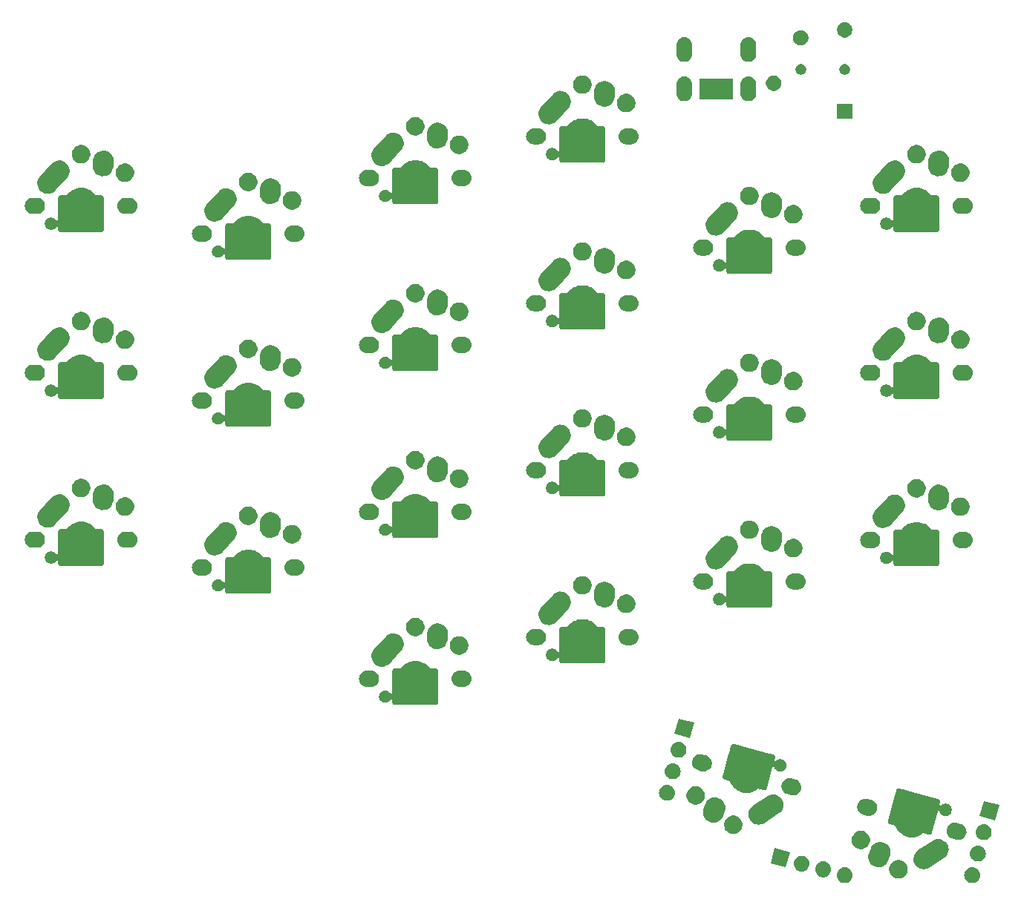
<source format=gts>
G04 #@! TF.GenerationSoftware,KiCad,Pcbnew,(5.1.4)-1*
G04 #@! TF.CreationDate,2022-01-12T13:09:02-05:00*
G04 #@! TF.ProjectId,a44key-pcb-left-hand,6134346b-6579-42d7-9063-622d6c656674,rev?*
G04 #@! TF.SameCoordinates,Original*
G04 #@! TF.FileFunction,Soldermask,Top*
G04 #@! TF.FilePolarity,Negative*
%FSLAX46Y46*%
G04 Gerber Fmt 4.6, Leading zero omitted, Abs format (unit mm)*
G04 Created by KiCad (PCBNEW (5.1.4)-1) date 2022-01-12 13:09:02*
%MOMM*%
%LPD*%
G04 APERTURE LIST*
%ADD10C,0.100000*%
G04 APERTURE END LIST*
D10*
G36*
X173592443Y-139821519D02*
G01*
X173658627Y-139828037D01*
X173828466Y-139879557D01*
X173984991Y-139963222D01*
X174020729Y-139992552D01*
X174122186Y-140075814D01*
X174205448Y-140177271D01*
X174234778Y-140213009D01*
X174318443Y-140369534D01*
X174369963Y-140539373D01*
X174387359Y-140716000D01*
X174369963Y-140892627D01*
X174318443Y-141062466D01*
X174234778Y-141218991D01*
X174205448Y-141254729D01*
X174122186Y-141356186D01*
X174020729Y-141439448D01*
X173984991Y-141468778D01*
X173828466Y-141552443D01*
X173658627Y-141603963D01*
X173592443Y-141610481D01*
X173526260Y-141617000D01*
X173437740Y-141617000D01*
X173371557Y-141610481D01*
X173305373Y-141603963D01*
X173135534Y-141552443D01*
X172979009Y-141468778D01*
X172943271Y-141439448D01*
X172841814Y-141356186D01*
X172758552Y-141254729D01*
X172729222Y-141218991D01*
X172645557Y-141062466D01*
X172594037Y-140892627D01*
X172576641Y-140716000D01*
X172594037Y-140539373D01*
X172645557Y-140369534D01*
X172729222Y-140213009D01*
X172758552Y-140177271D01*
X172841814Y-140075814D01*
X172943271Y-139992552D01*
X172979009Y-139963222D01*
X173135534Y-139879557D01*
X173305373Y-139828037D01*
X173371557Y-139821519D01*
X173437740Y-139815000D01*
X173526260Y-139815000D01*
X173592443Y-139821519D01*
X173592443Y-139821519D01*
G37*
G36*
X188121373Y-139815000D02*
G01*
X188196426Y-139822392D01*
X188366265Y-139873912D01*
X188522790Y-139957577D01*
X188529667Y-139963221D01*
X188659985Y-140070169D01*
X188728763Y-140153977D01*
X188772577Y-140207364D01*
X188856242Y-140363889D01*
X188907762Y-140533728D01*
X188925158Y-140710355D01*
X188907762Y-140886982D01*
X188856242Y-141056821D01*
X188772577Y-141213346D01*
X188767944Y-141218991D01*
X188659985Y-141350541D01*
X188558528Y-141433803D01*
X188522790Y-141463133D01*
X188366265Y-141546798D01*
X188196426Y-141598318D01*
X188139110Y-141603963D01*
X188064059Y-141611355D01*
X187975539Y-141611355D01*
X187900488Y-141603963D01*
X187843172Y-141598318D01*
X187673333Y-141546798D01*
X187516808Y-141463133D01*
X187481070Y-141433803D01*
X187379613Y-141350541D01*
X187271654Y-141218991D01*
X187267021Y-141213346D01*
X187183356Y-141056821D01*
X187131836Y-140886982D01*
X187114440Y-140710355D01*
X187131836Y-140533728D01*
X187183356Y-140363889D01*
X187267021Y-140207364D01*
X187310835Y-140153977D01*
X187379613Y-140070169D01*
X187509931Y-139963221D01*
X187516808Y-139957577D01*
X187673333Y-139873912D01*
X187843172Y-139822392D01*
X187918225Y-139815000D01*
X187975539Y-139809355D01*
X188064059Y-139809355D01*
X188121373Y-139815000D01*
X188121373Y-139815000D01*
G37*
G36*
X179920324Y-139023393D02*
G01*
X180111593Y-139102619D01*
X180111595Y-139102620D01*
X180283733Y-139217639D01*
X180430125Y-139364031D01*
X180517407Y-139494657D01*
X180545145Y-139536171D01*
X180624371Y-139727440D01*
X180664760Y-139930488D01*
X180664760Y-140137520D01*
X180624371Y-140340568D01*
X180597655Y-140405066D01*
X180545144Y-140531839D01*
X180430125Y-140703977D01*
X180283733Y-140850369D01*
X180111595Y-140965388D01*
X180111594Y-140965389D01*
X180111593Y-140965389D01*
X179920324Y-141044615D01*
X179717276Y-141085004D01*
X179510244Y-141085004D01*
X179307196Y-141044615D01*
X179115927Y-140965389D01*
X179115926Y-140965389D01*
X179115925Y-140965388D01*
X178943787Y-140850369D01*
X178797395Y-140703977D01*
X178682376Y-140531839D01*
X178629865Y-140405066D01*
X178603149Y-140340568D01*
X178562760Y-140137520D01*
X178562760Y-139930488D01*
X178603149Y-139727440D01*
X178682375Y-139536171D01*
X178710114Y-139494657D01*
X178797395Y-139364031D01*
X178943787Y-139217639D01*
X179115925Y-139102620D01*
X179115927Y-139102619D01*
X179307196Y-139023393D01*
X179510244Y-138983004D01*
X179717276Y-138983004D01*
X179920324Y-139023393D01*
X179920324Y-139023393D01*
G37*
G36*
X171138991Y-139164119D02*
G01*
X171205175Y-139170637D01*
X171375014Y-139222157D01*
X171531539Y-139305822D01*
X171567277Y-139335152D01*
X171668734Y-139418414D01*
X171751996Y-139519871D01*
X171781326Y-139555609D01*
X171794715Y-139580658D01*
X171859826Y-139702470D01*
X171864991Y-139712134D01*
X171916511Y-139881973D01*
X171933907Y-140058600D01*
X171916511Y-140235227D01*
X171864991Y-140405066D01*
X171781326Y-140561591D01*
X171751996Y-140597329D01*
X171668734Y-140698786D01*
X171567277Y-140782048D01*
X171531539Y-140811378D01*
X171375014Y-140895043D01*
X171205175Y-140946563D01*
X171138990Y-140953082D01*
X171072808Y-140959600D01*
X170984288Y-140959600D01*
X170918106Y-140953082D01*
X170851921Y-140946563D01*
X170682082Y-140895043D01*
X170525557Y-140811378D01*
X170489819Y-140782048D01*
X170388362Y-140698786D01*
X170305100Y-140597329D01*
X170275770Y-140561591D01*
X170192105Y-140405066D01*
X170140585Y-140235227D01*
X170123189Y-140058600D01*
X170140585Y-139881973D01*
X170192105Y-139712134D01*
X170197271Y-139702470D01*
X170262381Y-139580658D01*
X170275770Y-139555609D01*
X170305100Y-139519871D01*
X170388362Y-139418414D01*
X170489819Y-139335152D01*
X170525557Y-139305822D01*
X170682082Y-139222157D01*
X170851921Y-139170637D01*
X170918105Y-139164119D01*
X170984288Y-139157600D01*
X171072808Y-139157600D01*
X171138991Y-139164119D01*
X171138991Y-139164119D01*
G37*
G36*
X168685539Y-138506717D02*
G01*
X168751724Y-138513236D01*
X168921563Y-138564756D01*
X169078088Y-138648421D01*
X169113826Y-138677751D01*
X169215283Y-138761013D01*
X169276763Y-138835928D01*
X169327875Y-138898208D01*
X169411540Y-139054733D01*
X169463060Y-139224572D01*
X169480456Y-139401199D01*
X169463060Y-139577826D01*
X169411540Y-139747665D01*
X169327875Y-139904190D01*
X169306291Y-139930490D01*
X169215283Y-140041385D01*
X169113826Y-140124647D01*
X169078088Y-140153977D01*
X168921563Y-140237642D01*
X168751724Y-140289162D01*
X168685539Y-140295681D01*
X168619357Y-140302199D01*
X168530837Y-140302199D01*
X168464655Y-140295681D01*
X168398470Y-140289162D01*
X168228631Y-140237642D01*
X168072106Y-140153977D01*
X168036368Y-140124647D01*
X167934911Y-140041385D01*
X167843903Y-139930490D01*
X167822319Y-139904190D01*
X167738654Y-139747665D01*
X167687134Y-139577826D01*
X167669738Y-139401199D01*
X167687134Y-139224572D01*
X167738654Y-139054733D01*
X167822319Y-138898208D01*
X167873431Y-138835928D01*
X167934911Y-138761013D01*
X168036368Y-138677751D01*
X168072106Y-138648421D01*
X168228631Y-138564756D01*
X168398470Y-138513236D01*
X168464655Y-138506717D01*
X168530837Y-138500199D01*
X168619357Y-138500199D01*
X168685539Y-138506717D01*
X168685539Y-138506717D01*
G37*
G36*
X184401111Y-136621830D02*
G01*
X184622010Y-136691586D01*
X184825057Y-136803096D01*
X185002448Y-136952077D01*
X185147365Y-137132801D01*
X185254240Y-137338325D01*
X185318966Y-137560751D01*
X185339055Y-137791530D01*
X185313736Y-138021794D01*
X185243980Y-138242693D01*
X185132470Y-138445740D01*
X185032515Y-138564756D01*
X184983489Y-138623131D01*
X184848048Y-138731737D01*
X183108040Y-139866033D01*
X183108036Y-139866035D01*
X183108030Y-139866039D01*
X182954009Y-139946132D01*
X182731583Y-140010858D01*
X182500805Y-140030947D01*
X182270541Y-140005628D01*
X182049642Y-139935872D01*
X181846595Y-139824362D01*
X181669204Y-139675381D01*
X181524287Y-139494657D01*
X181417412Y-139289133D01*
X181352686Y-139066707D01*
X181332597Y-138835929D01*
X181357916Y-138605665D01*
X181427672Y-138384766D01*
X181539182Y-138181719D01*
X181688163Y-138004328D01*
X181823599Y-137895726D01*
X181823604Y-137895722D01*
X183563610Y-136761425D01*
X183563619Y-136761420D01*
X183563621Y-136761419D01*
X183717642Y-136681326D01*
X183940068Y-136616600D01*
X184170847Y-136596511D01*
X184401111Y-136621830D01*
X184401111Y-136621830D01*
G37*
G36*
X167225140Y-138106696D02*
G01*
X166758748Y-139847294D01*
X165018150Y-139380902D01*
X165484542Y-137640304D01*
X167225140Y-138106696D01*
X167225140Y-138106696D01*
G37*
G36*
X177698023Y-136920075D02*
G01*
X177923484Y-136973267D01*
X178134236Y-137069423D01*
X178322180Y-137204848D01*
X178480093Y-137374336D01*
X178601905Y-137571374D01*
X178682937Y-137788391D01*
X178700369Y-137895726D01*
X178718008Y-138004328D01*
X178720073Y-138017047D01*
X178711888Y-138248554D01*
X178672025Y-138417516D01*
X178446281Y-139076862D01*
X178374221Y-139234801D01*
X178238797Y-139422745D01*
X178069309Y-139580658D01*
X177916088Y-139675381D01*
X177872268Y-139702471D01*
X177846394Y-139712132D01*
X177655254Y-139783502D01*
X177426598Y-139820638D01*
X177195092Y-139812453D01*
X176969630Y-139759261D01*
X176758878Y-139663104D01*
X176570934Y-139527680D01*
X176413021Y-139358192D01*
X176291209Y-139161153D01*
X176285128Y-139144866D01*
X176269353Y-139102619D01*
X176210177Y-138944137D01*
X176173041Y-138715481D01*
X176181226Y-138483975D01*
X176221089Y-138315012D01*
X176446833Y-137655665D01*
X176518893Y-137497726D01*
X176654317Y-137309783D01*
X176823805Y-137151870D01*
X177020844Y-137030058D01*
X177020843Y-137030058D01*
X177020847Y-137030056D01*
X177173202Y-136973169D01*
X177237860Y-136949026D01*
X177466515Y-136911889D01*
X177698023Y-136920075D01*
X177698023Y-136920075D01*
G37*
G36*
X188787642Y-137362422D02*
G01*
X188853826Y-137368940D01*
X189023665Y-137420460D01*
X189180190Y-137504125D01*
X189209073Y-137527829D01*
X189317385Y-137616717D01*
X189400647Y-137718174D01*
X189429977Y-137753912D01*
X189513642Y-137910437D01*
X189565162Y-138080276D01*
X189582558Y-138256903D01*
X189565162Y-138433530D01*
X189513642Y-138603369D01*
X189429977Y-138759894D01*
X189400647Y-138795632D01*
X189317385Y-138897089D01*
X189215928Y-138980351D01*
X189180190Y-139009681D01*
X189023665Y-139093346D01*
X188853826Y-139144866D01*
X188787641Y-139151385D01*
X188721459Y-139157903D01*
X188632939Y-139157903D01*
X188566757Y-139151385D01*
X188500572Y-139144866D01*
X188330733Y-139093346D01*
X188174208Y-139009681D01*
X188138470Y-138980351D01*
X188037013Y-138897089D01*
X187953751Y-138795632D01*
X187924421Y-138759894D01*
X187840756Y-138603369D01*
X187789236Y-138433530D01*
X187771840Y-138256903D01*
X187789236Y-138080276D01*
X187840756Y-137910437D01*
X187924421Y-137753912D01*
X187953751Y-137718174D01*
X188037013Y-137616717D01*
X188145325Y-137527829D01*
X188174208Y-137504125D01*
X188330733Y-137420460D01*
X188500572Y-137368940D01*
X188566756Y-137362422D01*
X188632939Y-137355903D01*
X188721459Y-137355903D01*
X188787642Y-137362422D01*
X188787642Y-137362422D01*
G37*
G36*
X175634215Y-135700853D02*
G01*
X175802853Y-135770705D01*
X175825486Y-135780080D01*
X175997624Y-135895099D01*
X176144016Y-136041491D01*
X176227780Y-136166852D01*
X176259036Y-136213631D01*
X176338262Y-136404900D01*
X176378651Y-136607948D01*
X176378651Y-136814980D01*
X176338262Y-137018028D01*
X176260879Y-137204848D01*
X176259035Y-137209299D01*
X176144016Y-137381437D01*
X175997624Y-137527829D01*
X175825486Y-137642848D01*
X175825485Y-137642849D01*
X175825484Y-137642849D01*
X175634215Y-137722075D01*
X175431167Y-137762464D01*
X175224135Y-137762464D01*
X175021087Y-137722075D01*
X174829818Y-137642849D01*
X174829817Y-137642849D01*
X174829816Y-137642848D01*
X174657678Y-137527829D01*
X174511286Y-137381437D01*
X174396267Y-137209299D01*
X174394423Y-137204848D01*
X174317040Y-137018028D01*
X174276651Y-136814980D01*
X174276651Y-136607948D01*
X174317040Y-136404900D01*
X174396266Y-136213631D01*
X174427523Y-136166852D01*
X174511286Y-136041491D01*
X174657678Y-135895099D01*
X174829816Y-135780080D01*
X174852449Y-135770705D01*
X175021087Y-135700853D01*
X175224135Y-135660464D01*
X175431167Y-135660464D01*
X175634215Y-135700853D01*
X175634215Y-135700853D01*
G37*
G36*
X189435311Y-134908012D02*
G01*
X189511227Y-134915489D01*
X189681066Y-134967009D01*
X189681068Y-134967010D01*
X189730621Y-134993497D01*
X189837591Y-135050674D01*
X189846342Y-135057856D01*
X189974786Y-135163266D01*
X190054914Y-135260904D01*
X190087378Y-135300461D01*
X190087379Y-135300463D01*
X190170633Y-135456218D01*
X190171043Y-135456986D01*
X190222563Y-135626825D01*
X190239959Y-135803452D01*
X190222563Y-135980079D01*
X190171043Y-136149918D01*
X190171042Y-136149920D01*
X190136987Y-136213631D01*
X190087378Y-136306443D01*
X190074815Y-136321751D01*
X189974786Y-136443638D01*
X189873329Y-136526900D01*
X189837591Y-136556230D01*
X189681066Y-136639895D01*
X189511227Y-136691415D01*
X189445042Y-136697934D01*
X189378860Y-136704452D01*
X189290340Y-136704452D01*
X189224158Y-136697934D01*
X189157973Y-136691415D01*
X188988134Y-136639895D01*
X188831609Y-136556230D01*
X188795871Y-136526900D01*
X188694414Y-136443638D01*
X188594385Y-136321751D01*
X188581822Y-136306443D01*
X188532213Y-136213631D01*
X188498158Y-136149920D01*
X188498157Y-136149918D01*
X188446637Y-135980079D01*
X188429241Y-135803452D01*
X188446637Y-135626825D01*
X188498157Y-135456986D01*
X188498568Y-135456218D01*
X188581821Y-135300463D01*
X188581822Y-135300461D01*
X188614286Y-135260904D01*
X188694414Y-135163266D01*
X188822858Y-135057856D01*
X188831609Y-135050674D01*
X188938579Y-134993497D01*
X188988132Y-134967010D01*
X188988134Y-134967009D01*
X189157973Y-134915489D01*
X189233889Y-134908012D01*
X189290340Y-134902452D01*
X189378860Y-134902452D01*
X189435311Y-134908012D01*
X189435311Y-134908012D01*
G37*
G36*
X186226514Y-134739092D02*
G01*
X186226521Y-134739094D01*
X186226522Y-134739094D01*
X186724913Y-134872637D01*
X186724920Y-134872639D01*
X186852851Y-134920789D01*
X187007751Y-135017112D01*
X187115091Y-135117647D01*
X187140882Y-135141803D01*
X187247130Y-135290071D01*
X187322410Y-135456219D01*
X187343119Y-135545039D01*
X187363830Y-135633861D01*
X187369798Y-135816169D01*
X187340086Y-135996136D01*
X187275833Y-136166852D01*
X187179511Y-136321749D01*
X187054817Y-136454884D01*
X186906550Y-136561130D01*
X186740405Y-136636410D01*
X186632665Y-136661531D01*
X186562762Y-136677830D01*
X186556591Y-136678032D01*
X186380452Y-136683799D01*
X186245588Y-136661533D01*
X186245581Y-136661531D01*
X186245580Y-136661531D01*
X185996385Y-136594759D01*
X185747182Y-136527985D01*
X185619251Y-136479835D01*
X185464351Y-136383512D01*
X185331221Y-136258822D01*
X185331220Y-136258821D01*
X185224973Y-136110553D01*
X185173132Y-135996136D01*
X185149692Y-135944404D01*
X185108273Y-135766764D01*
X185102304Y-135584455D01*
X185132017Y-135404491D01*
X185132018Y-135404489D01*
X185132018Y-135404487D01*
X185171170Y-135300463D01*
X185196271Y-135233769D01*
X185292593Y-135078872D01*
X185417283Y-134945742D01*
X185417284Y-134945741D01*
X185565552Y-134839494D01*
X185682802Y-134786369D01*
X185731701Y-134764213D01*
X185909341Y-134722794D01*
X186091649Y-134716825D01*
X186226514Y-134739092D01*
X186226514Y-134739092D01*
G37*
G36*
X179703418Y-130837238D02*
G01*
X179703436Y-130837242D01*
X179712038Y-130838662D01*
X179712040Y-130838663D01*
X179712042Y-130838663D01*
X179720191Y-130841730D01*
X179731868Y-130845482D01*
X180081236Y-130939095D01*
X180093224Y-130941684D01*
X180093359Y-130941706D01*
X180093491Y-130941756D01*
X180105168Y-130945508D01*
X180944063Y-131170289D01*
X183748349Y-131921695D01*
X183760330Y-131924283D01*
X183768926Y-131925702D01*
X183776058Y-131928387D01*
X183777072Y-131928768D01*
X183788750Y-131932520D01*
X184134713Y-132025221D01*
X184146695Y-132027809D01*
X184155297Y-132029229D01*
X184163448Y-132032297D01*
X184163462Y-132032301D01*
X184210783Y-132050112D01*
X184210787Y-132050114D01*
X184261138Y-132081424D01*
X184261141Y-132081426D01*
X184290532Y-132108954D01*
X184304414Y-132121956D01*
X184338950Y-132170151D01*
X184363420Y-132224158D01*
X184376884Y-132281901D01*
X184378767Y-132339431D01*
X184378824Y-132341163D01*
X184370590Y-132391035D01*
X184370582Y-132391075D01*
X184369165Y-132399655D01*
X184369164Y-132399660D01*
X184366097Y-132407810D01*
X184362351Y-132419467D01*
X184312719Y-132604696D01*
X184308729Y-132628868D01*
X184309530Y-132653359D01*
X184315095Y-132677223D01*
X184325208Y-132699543D01*
X184339481Y-132719461D01*
X184357365Y-132736211D01*
X184378174Y-132749151D01*
X184401108Y-132757783D01*
X184425285Y-132761774D01*
X184449776Y-132760973D01*
X184473640Y-132755408D01*
X184495960Y-132745295D01*
X184521848Y-132725431D01*
X184532013Y-132715266D01*
X184646823Y-132638553D01*
X184774399Y-132585709D01*
X184909828Y-132558771D01*
X185047916Y-132558771D01*
X185183345Y-132585709D01*
X185310921Y-132638553D01*
X185425731Y-132715266D01*
X185523377Y-132812912D01*
X185600090Y-132927722D01*
X185652934Y-133055298D01*
X185679872Y-133190727D01*
X185679872Y-133328815D01*
X185652934Y-133464244D01*
X185600090Y-133591820D01*
X185523377Y-133706630D01*
X185425731Y-133804276D01*
X185310921Y-133880989D01*
X185183345Y-133933833D01*
X185047916Y-133960771D01*
X184909828Y-133960771D01*
X184774399Y-133933833D01*
X184646823Y-133880989D01*
X184532013Y-133804276D01*
X184434367Y-133706630D01*
X184357654Y-133591820D01*
X184310681Y-133478418D01*
X184299130Y-133456807D01*
X184283584Y-133437865D01*
X184264642Y-133422320D01*
X184243032Y-133410769D01*
X184219583Y-133403656D01*
X184195197Y-133401254D01*
X184170810Y-133403656D01*
X184147362Y-133410769D01*
X184125751Y-133422320D01*
X184106809Y-133437866D01*
X184091264Y-133456808D01*
X184079713Y-133478418D01*
X184074459Y-133493896D01*
X183448781Y-135828956D01*
X183441423Y-135856416D01*
X183438835Y-135868397D01*
X183437416Y-135876993D01*
X183437415Y-135876995D01*
X183434350Y-135885139D01*
X183434339Y-135885173D01*
X183416534Y-135932479D01*
X183416532Y-135932483D01*
X183401213Y-135957118D01*
X183385220Y-135982837D01*
X183344692Y-136026109D01*
X183296495Y-136060646D01*
X183275905Y-136069975D01*
X183242488Y-136085116D01*
X183184745Y-136098580D01*
X183179109Y-136098764D01*
X183125482Y-136100520D01*
X183075601Y-136092285D01*
X183075573Y-136092279D01*
X183066989Y-136090862D01*
X183058844Y-136087796D01*
X183047167Y-136084044D01*
X182701194Y-135991341D01*
X182689215Y-135988753D01*
X182680616Y-135987334D01*
X182672463Y-135984266D01*
X182660785Y-135980513D01*
X182659165Y-135980079D01*
X182500005Y-135937432D01*
X182475834Y-135933442D01*
X182451343Y-135934243D01*
X182427479Y-135939808D01*
X182398216Y-135954238D01*
X182109415Y-136147209D01*
X182061992Y-136166852D01*
X181737266Y-136301358D01*
X181342198Y-136379942D01*
X180939386Y-136379942D01*
X180544318Y-136301358D01*
X180219592Y-136166852D01*
X180172169Y-136147209D01*
X179837244Y-135923419D01*
X179552415Y-135638590D01*
X179328625Y-135303665D01*
X179276310Y-135177364D01*
X179251574Y-135117647D01*
X179240023Y-135096036D01*
X179224478Y-135077094D01*
X179205536Y-135061549D01*
X179183925Y-135049998D01*
X179168442Y-135044742D01*
X179034098Y-135008745D01*
X179022109Y-135006156D01*
X179005054Y-135003340D01*
X178988870Y-134997249D01*
X178977192Y-134993497D01*
X178644319Y-134904303D01*
X178632333Y-134901714D01*
X178623728Y-134900294D01*
X178568237Y-134879408D01*
X178557348Y-134872637D01*
X178548239Y-134866973D01*
X178517887Y-134848099D01*
X178474610Y-134807566D01*
X178440075Y-134759372D01*
X178436131Y-134750667D01*
X178415605Y-134705365D01*
X178402141Y-134647622D01*
X178401329Y-134622806D01*
X178400201Y-134588365D01*
X178407440Y-134544518D01*
X178409859Y-134529863D01*
X178412930Y-134521703D01*
X178416683Y-134510024D01*
X178419103Y-134500994D01*
X178776038Y-133168889D01*
X179098306Y-131966167D01*
X179100895Y-131954177D01*
X179106333Y-131921241D01*
X179118094Y-131889993D01*
X179121847Y-131878313D01*
X179180660Y-131658821D01*
X179333828Y-131087188D01*
X179337599Y-131073114D01*
X179340189Y-131061122D01*
X179341608Y-131052526D01*
X179345018Y-131043466D01*
X179362491Y-130997041D01*
X179393801Y-130946690D01*
X179434334Y-130903413D01*
X179440585Y-130898934D01*
X179482528Y-130868877D01*
X179507045Y-130857769D01*
X179536536Y-130844407D01*
X179594279Y-130830943D01*
X179599915Y-130830759D01*
X179653540Y-130829003D01*
X179703418Y-130837238D01*
X179703418Y-130837238D01*
G37*
G36*
X161085532Y-133943729D02*
G01*
X161276801Y-134022955D01*
X161276803Y-134022956D01*
X161448941Y-134137975D01*
X161595333Y-134284367D01*
X161708341Y-134453495D01*
X161710353Y-134456507D01*
X161789579Y-134647776D01*
X161829968Y-134850824D01*
X161829968Y-135057856D01*
X161789579Y-135260904D01*
X161730105Y-135404487D01*
X161710352Y-135452175D01*
X161595333Y-135624313D01*
X161448941Y-135770705D01*
X161276803Y-135885724D01*
X161276802Y-135885725D01*
X161276801Y-135885725D01*
X161085532Y-135964951D01*
X160882484Y-136005340D01*
X160675452Y-136005340D01*
X160472404Y-135964951D01*
X160281135Y-135885725D01*
X160281134Y-135885725D01*
X160281133Y-135885724D01*
X160108995Y-135770705D01*
X159962603Y-135624313D01*
X159847584Y-135452175D01*
X159827831Y-135404487D01*
X159768357Y-135260904D01*
X159727968Y-135057856D01*
X159727968Y-134850824D01*
X159768357Y-134647776D01*
X159847583Y-134456507D01*
X159849596Y-134453495D01*
X159962603Y-134284367D01*
X160108995Y-134137975D01*
X160281133Y-134022956D01*
X160281135Y-134022955D01*
X160472404Y-133943729D01*
X160675452Y-133903340D01*
X160882484Y-133903340D01*
X161085532Y-133943729D01*
X161085532Y-133943729D01*
G37*
G36*
X165566319Y-131542166D02*
G01*
X165787218Y-131611922D01*
X165990265Y-131723432D01*
X166167656Y-131872413D01*
X166312573Y-132053137D01*
X166419448Y-132258661D01*
X166484174Y-132481087D01*
X166504263Y-132711866D01*
X166478944Y-132942130D01*
X166409188Y-133163029D01*
X166297678Y-133366076D01*
X166163366Y-133526001D01*
X166148697Y-133543467D01*
X166013256Y-133652073D01*
X164273248Y-134786369D01*
X164273244Y-134786371D01*
X164273238Y-134786375D01*
X164119217Y-134866468D01*
X163896791Y-134931194D01*
X163666013Y-134951283D01*
X163435749Y-134925964D01*
X163214850Y-134856208D01*
X163011803Y-134744698D01*
X162834412Y-134595717D01*
X162689495Y-134414993D01*
X162582620Y-134209469D01*
X162517894Y-133987043D01*
X162497805Y-133756265D01*
X162523124Y-133526001D01*
X162592880Y-133305102D01*
X162704390Y-133102055D01*
X162853371Y-132924664D01*
X162988807Y-132816062D01*
X162988812Y-132816058D01*
X164728818Y-131681761D01*
X164728827Y-131681756D01*
X164728829Y-131681755D01*
X164882850Y-131601662D01*
X165105276Y-131536936D01*
X165336055Y-131516847D01*
X165566319Y-131542166D01*
X165566319Y-131542166D01*
G37*
G36*
X158863231Y-131840411D02*
G01*
X159088692Y-131893603D01*
X159299444Y-131989759D01*
X159487388Y-132125184D01*
X159645301Y-132294672D01*
X159767113Y-132491710D01*
X159848145Y-132708727D01*
X159865577Y-132816062D01*
X159883216Y-132924664D01*
X159885281Y-132937383D01*
X159877096Y-133168890D01*
X159837233Y-133337852D01*
X159611489Y-133997198D01*
X159539429Y-134155137D01*
X159404005Y-134343081D01*
X159234517Y-134500994D01*
X159081296Y-134595717D01*
X159037476Y-134622807D01*
X159003693Y-134635421D01*
X158820462Y-134703838D01*
X158591806Y-134740974D01*
X158360300Y-134732789D01*
X158134838Y-134679597D01*
X157924086Y-134583440D01*
X157736142Y-134448016D01*
X157578229Y-134278528D01*
X157456417Y-134081489D01*
X157375385Y-133864473D01*
X157338249Y-133635817D01*
X157346434Y-133404311D01*
X157386297Y-133235348D01*
X157612041Y-132576001D01*
X157684101Y-132418062D01*
X157819525Y-132230119D01*
X157989013Y-132072206D01*
X158186052Y-131950394D01*
X158186051Y-131950394D01*
X158186055Y-131950392D01*
X158379096Y-131878313D01*
X158403068Y-131869362D01*
X158631723Y-131832225D01*
X158863231Y-131840411D01*
X158863231Y-131840411D01*
G37*
G36*
X191095495Y-132712897D02*
G01*
X190629103Y-134453495D01*
X188888505Y-133987103D01*
X189354897Y-132246505D01*
X191095495Y-132712897D01*
X191095495Y-132712897D01*
G37*
G36*
X176035996Y-132008552D02*
G01*
X176036003Y-132008554D01*
X176036004Y-132008554D01*
X176487886Y-132129635D01*
X176534402Y-132142099D01*
X176662333Y-132190249D01*
X176817233Y-132286572D01*
X176950363Y-132411262D01*
X176950364Y-132411263D01*
X177056612Y-132559531D01*
X177131892Y-132725679D01*
X177149823Y-132802582D01*
X177173312Y-132903321D01*
X177179280Y-133085629D01*
X177149568Y-133265596D01*
X177085315Y-133436312D01*
X176988993Y-133591209D01*
X176864299Y-133724344D01*
X176716032Y-133830590D01*
X176549887Y-133905870D01*
X176442147Y-133930991D01*
X176372244Y-133947290D01*
X176366073Y-133947492D01*
X176189934Y-133953259D01*
X176055070Y-133930993D01*
X176055063Y-133930991D01*
X176055062Y-133930991D01*
X175734854Y-133845191D01*
X175556664Y-133797445D01*
X175428733Y-133749295D01*
X175273833Y-133652972D01*
X175140703Y-133528282D01*
X175094814Y-133464244D01*
X175034455Y-133380013D01*
X174982614Y-133265596D01*
X174959174Y-133213864D01*
X174917755Y-133036224D01*
X174911786Y-132853915D01*
X174941499Y-132673951D01*
X174941500Y-132673949D01*
X174941500Y-132673947D01*
X174963329Y-132615948D01*
X175005753Y-132503229D01*
X175102075Y-132348332D01*
X175226765Y-132215202D01*
X175229342Y-132213355D01*
X175375034Y-132108954D01*
X175468459Y-132066624D01*
X175541183Y-132033673D01*
X175718823Y-131992254D01*
X175901131Y-131986285D01*
X176035996Y-132008552D01*
X176035996Y-132008552D01*
G37*
G36*
X156799423Y-130621189D02*
G01*
X156987918Y-130699266D01*
X156990694Y-130700416D01*
X157162832Y-130815435D01*
X157309224Y-130961827D01*
X157392988Y-131087188D01*
X157424244Y-131133967D01*
X157503470Y-131325236D01*
X157543859Y-131528284D01*
X157543859Y-131735316D01*
X157503470Y-131938364D01*
X157424244Y-132129633D01*
X157424243Y-132129635D01*
X157309224Y-132301773D01*
X157162832Y-132448165D01*
X156990694Y-132563184D01*
X156990693Y-132563185D01*
X156990692Y-132563185D01*
X156799423Y-132642411D01*
X156596375Y-132682800D01*
X156389343Y-132682800D01*
X156186295Y-132642411D01*
X155995026Y-132563185D01*
X155995025Y-132563185D01*
X155995024Y-132563184D01*
X155822886Y-132448165D01*
X155676494Y-132301773D01*
X155561475Y-132129635D01*
X155561474Y-132129633D01*
X155482248Y-131938364D01*
X155441859Y-131735316D01*
X155441859Y-131528284D01*
X155482248Y-131325236D01*
X155561474Y-131133967D01*
X155592731Y-131087188D01*
X155676494Y-130961827D01*
X155822886Y-130815435D01*
X155995024Y-130700416D01*
X155997800Y-130699266D01*
X156186295Y-130621189D01*
X156389343Y-130580800D01*
X156596375Y-130580800D01*
X156799423Y-130621189D01*
X156799423Y-130621189D01*
G37*
G36*
X153332242Y-130417874D02*
G01*
X153398426Y-130424392D01*
X153568265Y-130475912D01*
X153724790Y-130559577D01*
X153750650Y-130580800D01*
X153861985Y-130672169D01*
X153925277Y-130749292D01*
X153974577Y-130809364D01*
X154058242Y-130965889D01*
X154109762Y-131135728D01*
X154127158Y-131312355D01*
X154109762Y-131488982D01*
X154058242Y-131658821D01*
X153974577Y-131815346D01*
X153945247Y-131851084D01*
X153861985Y-131952541D01*
X153764796Y-132032301D01*
X153724790Y-132065133D01*
X153702751Y-132076913D01*
X153618483Y-132121956D01*
X153568265Y-132148798D01*
X153398426Y-132200318D01*
X153332242Y-132206836D01*
X153266059Y-132213355D01*
X153177539Y-132213355D01*
X153111356Y-132206836D01*
X153045172Y-132200318D01*
X152875333Y-132148798D01*
X152825116Y-132121956D01*
X152740847Y-132076913D01*
X152718808Y-132065133D01*
X152678802Y-132032301D01*
X152581613Y-131952541D01*
X152498351Y-131851084D01*
X152469021Y-131815346D01*
X152385356Y-131658821D01*
X152333836Y-131488982D01*
X152316440Y-131312355D01*
X152333836Y-131135728D01*
X152385356Y-130965889D01*
X152469021Y-130809364D01*
X152518321Y-130749292D01*
X152581613Y-130672169D01*
X152692948Y-130580800D01*
X152718808Y-130559577D01*
X152875333Y-130475912D01*
X153045172Y-130424392D01*
X153111356Y-130417874D01*
X153177539Y-130411355D01*
X153266059Y-130411355D01*
X153332242Y-130417874D01*
X153332242Y-130417874D01*
G37*
G36*
X167391722Y-129659428D02*
G01*
X167391729Y-129659430D01*
X167391730Y-129659430D01*
X167890121Y-129792973D01*
X167890128Y-129792975D01*
X168018059Y-129841125D01*
X168172959Y-129937448D01*
X168280299Y-130037983D01*
X168306090Y-130062139D01*
X168412338Y-130210407D01*
X168487618Y-130376555D01*
X168508327Y-130465375D01*
X168529038Y-130554197D01*
X168535006Y-130736505D01*
X168505294Y-130916472D01*
X168441041Y-131087188D01*
X168344719Y-131242085D01*
X168220025Y-131375220D01*
X168071758Y-131481466D01*
X167905613Y-131556746D01*
X167797873Y-131581867D01*
X167727970Y-131598166D01*
X167721799Y-131598368D01*
X167545660Y-131604135D01*
X167410796Y-131581869D01*
X167410789Y-131581867D01*
X167410788Y-131581867D01*
X167161593Y-131515095D01*
X166912390Y-131448321D01*
X166784459Y-131400171D01*
X166629559Y-131303848D01*
X166496429Y-131179158D01*
X166496428Y-131179157D01*
X166390181Y-131030889D01*
X166349796Y-130941756D01*
X166314900Y-130864740D01*
X166273481Y-130687100D01*
X166267512Y-130504791D01*
X166297225Y-130324827D01*
X166297226Y-130324825D01*
X166297226Y-130324823D01*
X166335173Y-130224000D01*
X166361479Y-130154105D01*
X166457801Y-129999208D01*
X166582491Y-129866078D01*
X166582492Y-129866077D01*
X166730760Y-129759830D01*
X166834993Y-129712603D01*
X166896909Y-129684549D01*
X167074549Y-129643130D01*
X167256857Y-129637161D01*
X167391722Y-129659428D01*
X167391722Y-129659428D01*
G37*
G36*
X160868626Y-125757574D02*
G01*
X160868644Y-125757578D01*
X160877246Y-125758998D01*
X160877248Y-125758999D01*
X160877250Y-125758999D01*
X160885399Y-125762066D01*
X160897076Y-125765818D01*
X161246444Y-125859431D01*
X161258432Y-125862020D01*
X161258567Y-125862042D01*
X161258699Y-125862092D01*
X161270376Y-125865844D01*
X162109271Y-126090625D01*
X164913557Y-126842031D01*
X164925538Y-126844619D01*
X164934134Y-126846038D01*
X164941266Y-126848723D01*
X164942280Y-126849104D01*
X164953958Y-126852856D01*
X165299921Y-126945557D01*
X165311903Y-126948145D01*
X165320505Y-126949565D01*
X165328656Y-126952633D01*
X165328670Y-126952637D01*
X165375991Y-126970448D01*
X165375995Y-126970450D01*
X165426346Y-127001760D01*
X165426349Y-127001762D01*
X165455740Y-127029290D01*
X165469622Y-127042292D01*
X165504158Y-127090487D01*
X165528628Y-127144494D01*
X165542092Y-127202237D01*
X165542092Y-127202240D01*
X165544032Y-127261499D01*
X165535798Y-127311371D01*
X165535790Y-127311411D01*
X165534373Y-127319991D01*
X165534372Y-127319996D01*
X165531305Y-127328146D01*
X165527559Y-127339803D01*
X165477927Y-127525032D01*
X165473937Y-127549204D01*
X165474738Y-127573695D01*
X165480303Y-127597559D01*
X165490416Y-127619879D01*
X165504689Y-127639797D01*
X165522573Y-127656547D01*
X165543382Y-127669487D01*
X165566316Y-127678119D01*
X165590493Y-127682110D01*
X165614984Y-127681309D01*
X165638848Y-127675744D01*
X165661168Y-127665631D01*
X165687056Y-127645767D01*
X165697221Y-127635602D01*
X165812031Y-127558889D01*
X165939607Y-127506045D01*
X166075036Y-127479107D01*
X166213124Y-127479107D01*
X166348553Y-127506045D01*
X166476129Y-127558889D01*
X166590939Y-127635602D01*
X166688585Y-127733248D01*
X166765298Y-127848058D01*
X166818142Y-127975634D01*
X166845080Y-128111063D01*
X166845080Y-128249151D01*
X166818142Y-128384580D01*
X166765298Y-128512156D01*
X166688585Y-128626966D01*
X166590939Y-128724612D01*
X166476129Y-128801325D01*
X166348553Y-128854169D01*
X166213124Y-128881107D01*
X166075036Y-128881107D01*
X165939607Y-128854169D01*
X165812031Y-128801325D01*
X165697221Y-128724612D01*
X165599575Y-128626966D01*
X165522862Y-128512156D01*
X165475889Y-128398754D01*
X165464338Y-128377143D01*
X165448792Y-128358201D01*
X165429850Y-128342656D01*
X165408240Y-128331105D01*
X165384791Y-128323992D01*
X165360405Y-128321590D01*
X165336018Y-128323992D01*
X165312570Y-128331105D01*
X165290959Y-128342656D01*
X165272017Y-128358202D01*
X165256472Y-128377144D01*
X165244921Y-128398754D01*
X165239667Y-128414232D01*
X164613989Y-130749292D01*
X164606631Y-130776752D01*
X164604043Y-130788733D01*
X164602624Y-130797329D01*
X164602623Y-130797331D01*
X164599558Y-130805475D01*
X164599547Y-130805509D01*
X164581742Y-130852815D01*
X164581740Y-130852819D01*
X164566421Y-130877454D01*
X164550428Y-130903173D01*
X164509900Y-130946445D01*
X164461703Y-130980982D01*
X164441113Y-130990311D01*
X164407696Y-131005452D01*
X164349953Y-131018916D01*
X164344317Y-131019100D01*
X164290690Y-131020856D01*
X164240809Y-131012621D01*
X164240781Y-131012615D01*
X164232197Y-131011198D01*
X164224052Y-131008132D01*
X164212375Y-131004380D01*
X163866402Y-130911677D01*
X163854423Y-130909089D01*
X163845824Y-130907670D01*
X163837671Y-130904602D01*
X163825993Y-130900849D01*
X163788706Y-130890858D01*
X163665213Y-130857768D01*
X163641042Y-130853778D01*
X163616551Y-130854579D01*
X163592687Y-130860144D01*
X163563424Y-130874574D01*
X163274623Y-131067545D01*
X163196064Y-131100085D01*
X162902474Y-131221694D01*
X162507406Y-131300278D01*
X162104594Y-131300278D01*
X161709526Y-131221694D01*
X161415936Y-131100085D01*
X161337377Y-131067545D01*
X161002452Y-130843755D01*
X160717623Y-130558926D01*
X160493833Y-130224001D01*
X160416782Y-130037983D01*
X160405231Y-130016372D01*
X160389686Y-129997430D01*
X160370744Y-129981885D01*
X160349133Y-129970334D01*
X160333650Y-129965078D01*
X160199306Y-129929081D01*
X160187317Y-129926492D01*
X160170262Y-129923676D01*
X160154078Y-129917585D01*
X160142400Y-129913833D01*
X159809527Y-129824639D01*
X159797541Y-129822050D01*
X159788936Y-129820630D01*
X159733445Y-129799744D01*
X159722556Y-129792973D01*
X159713447Y-129787309D01*
X159683095Y-129768435D01*
X159639818Y-129727902D01*
X159605283Y-129679708D01*
X159596095Y-129659430D01*
X159580813Y-129625701D01*
X159567349Y-129567958D01*
X159567185Y-129562956D01*
X159565409Y-129508701D01*
X159572648Y-129464854D01*
X159575067Y-129450199D01*
X159578138Y-129442039D01*
X159581891Y-129430360D01*
X159625785Y-129266546D01*
X159998224Y-127876581D01*
X160263514Y-126886503D01*
X160266103Y-126874513D01*
X160271541Y-126841577D01*
X160283302Y-126810329D01*
X160287055Y-126798649D01*
X160299577Y-126751918D01*
X160497925Y-126011670D01*
X160502807Y-125993450D01*
X160505397Y-125981458D01*
X160506815Y-125972866D01*
X160507867Y-125970070D01*
X160509884Y-125964710D01*
X160527699Y-125917377D01*
X160559009Y-125867026D01*
X160563698Y-125862020D01*
X160599541Y-125823750D01*
X160647736Y-125789213D01*
X160672206Y-125778126D01*
X160701744Y-125764743D01*
X160759487Y-125751279D01*
X160765123Y-125751095D01*
X160818748Y-125749339D01*
X160868626Y-125757574D01*
X160868626Y-125757574D01*
G37*
G36*
X153989642Y-127964422D02*
G01*
X154055826Y-127970940D01*
X154225665Y-128022460D01*
X154382190Y-128106125D01*
X154388209Y-128111065D01*
X154519385Y-128218717D01*
X154586378Y-128300350D01*
X154631977Y-128355912D01*
X154633201Y-128358202D01*
X154693822Y-128471614D01*
X154715642Y-128512437D01*
X154767162Y-128682276D01*
X154784558Y-128858903D01*
X154767162Y-129035530D01*
X154715642Y-129205369D01*
X154631977Y-129361894D01*
X154605047Y-129394708D01*
X154519385Y-129499089D01*
X154417928Y-129582351D01*
X154382190Y-129611681D01*
X154225665Y-129695346D01*
X154055826Y-129746866D01*
X153989642Y-129753384D01*
X153923459Y-129759903D01*
X153834939Y-129759903D01*
X153768756Y-129753384D01*
X153702572Y-129746866D01*
X153532733Y-129695346D01*
X153376208Y-129611681D01*
X153340470Y-129582351D01*
X153239013Y-129499089D01*
X153153351Y-129394708D01*
X153126421Y-129361894D01*
X153042756Y-129205369D01*
X152991236Y-129035530D01*
X152973840Y-128858903D01*
X152991236Y-128682276D01*
X153042756Y-128512437D01*
X153064577Y-128471614D01*
X153125197Y-128358202D01*
X153126421Y-128355912D01*
X153172020Y-128300350D01*
X153239013Y-128218717D01*
X153370189Y-128111065D01*
X153376208Y-128106125D01*
X153532733Y-128022460D01*
X153702572Y-127970940D01*
X153768756Y-127964422D01*
X153834939Y-127957903D01*
X153923459Y-127957903D01*
X153989642Y-127964422D01*
X153989642Y-127964422D01*
G37*
G36*
X157201204Y-126928888D02*
G01*
X157201211Y-126928890D01*
X157201212Y-126928890D01*
X157636919Y-127045637D01*
X157699610Y-127062435D01*
X157827541Y-127110585D01*
X157982441Y-127206908D01*
X158115571Y-127331598D01*
X158115572Y-127331599D01*
X158221820Y-127479867D01*
X158297100Y-127646015D01*
X158315031Y-127722918D01*
X158338520Y-127823657D01*
X158344488Y-128005965D01*
X158314776Y-128185932D01*
X158250523Y-128356648D01*
X158154201Y-128511545D01*
X158029507Y-128644680D01*
X157881240Y-128750926D01*
X157715095Y-128826206D01*
X157607355Y-128851327D01*
X157537452Y-128867626D01*
X157531281Y-128867828D01*
X157355142Y-128873595D01*
X157220278Y-128851329D01*
X157220271Y-128851327D01*
X157220270Y-128851327D01*
X156900062Y-128765527D01*
X156721872Y-128717781D01*
X156593941Y-128669631D01*
X156439041Y-128573308D01*
X156305911Y-128448618D01*
X156260022Y-128384580D01*
X156199663Y-128300349D01*
X156147822Y-128185932D01*
X156124382Y-128134200D01*
X156082963Y-127956560D01*
X156076994Y-127774251D01*
X156106707Y-127594287D01*
X156106708Y-127594285D01*
X156106708Y-127594283D01*
X156128537Y-127536284D01*
X156170961Y-127423565D01*
X156267283Y-127268668D01*
X156391973Y-127135538D01*
X156391974Y-127135537D01*
X156540242Y-127029290D01*
X156649514Y-126979780D01*
X156706391Y-126954009D01*
X156884031Y-126912590D01*
X157066339Y-126906621D01*
X157201204Y-126928888D01*
X157201204Y-126928888D01*
G37*
G36*
X154647043Y-125510971D02*
G01*
X154713227Y-125517489D01*
X154883066Y-125569009D01*
X155039591Y-125652674D01*
X155075329Y-125682004D01*
X155176786Y-125765266D01*
X155249874Y-125854325D01*
X155289378Y-125902461D01*
X155297350Y-125917375D01*
X155371967Y-126056972D01*
X155373043Y-126058986D01*
X155424563Y-126228825D01*
X155441959Y-126405452D01*
X155424563Y-126582079D01*
X155373043Y-126751918D01*
X155289378Y-126908443D01*
X155272599Y-126928888D01*
X155176786Y-127045638D01*
X155097645Y-127110586D01*
X155039591Y-127158230D01*
X154883066Y-127241895D01*
X154713227Y-127293415D01*
X154647043Y-127299933D01*
X154580860Y-127306452D01*
X154492340Y-127306452D01*
X154426157Y-127299933D01*
X154359973Y-127293415D01*
X154190134Y-127241895D01*
X154033609Y-127158230D01*
X153975555Y-127110586D01*
X153896414Y-127045638D01*
X153800601Y-126928888D01*
X153783822Y-126908443D01*
X153700157Y-126751918D01*
X153648637Y-126582079D01*
X153631241Y-126405452D01*
X153648637Y-126228825D01*
X153700157Y-126058986D01*
X153701234Y-126056972D01*
X153775850Y-125917375D01*
X153783822Y-125902461D01*
X153823326Y-125854325D01*
X153896414Y-125765266D01*
X153997871Y-125682004D01*
X154033609Y-125652674D01*
X154190134Y-125569009D01*
X154359973Y-125517489D01*
X154426157Y-125510971D01*
X154492340Y-125504452D01*
X154580860Y-125504452D01*
X154647043Y-125510971D01*
X154647043Y-125510971D01*
G37*
G36*
X156297495Y-123314897D02*
G01*
X155831103Y-125055495D01*
X154090505Y-124589103D01*
X154556897Y-122848505D01*
X156297495Y-123314897D01*
X156297495Y-123314897D01*
G37*
G36*
X125119974Y-116334184D02*
G01*
X125303483Y-116410196D01*
X125492123Y-116488333D01*
X125827048Y-116712123D01*
X126111877Y-116996952D01*
X126111879Y-116996955D01*
X126146618Y-117048946D01*
X126162163Y-117067888D01*
X126181105Y-117083434D01*
X126202715Y-117094985D01*
X126226164Y-117102098D01*
X126250551Y-117104500D01*
X126384046Y-117104500D01*
X126396298Y-117103898D01*
X126413500Y-117102204D01*
X126430702Y-117103898D01*
X126442954Y-117104500D01*
X126787574Y-117104500D01*
X126799826Y-117103898D01*
X126808500Y-117103044D01*
X126817173Y-117103898D01*
X126817175Y-117103898D01*
X126867504Y-117108855D01*
X126895875Y-117117461D01*
X126924245Y-117126067D01*
X126924247Y-117126068D01*
X126976531Y-117154014D01*
X126976532Y-117154015D01*
X126976536Y-117154017D01*
X127022369Y-117191631D01*
X127059983Y-117237464D01*
X127059985Y-117237468D01*
X127059986Y-117237469D01*
X127087932Y-117289753D01*
X127105145Y-117346496D01*
X127110956Y-117405500D01*
X127110102Y-117414174D01*
X127109500Y-117426426D01*
X127109500Y-120060014D01*
X127110102Y-120072266D01*
X127113375Y-120105500D01*
X127110102Y-120138734D01*
X127109500Y-120150986D01*
X127109500Y-120984574D01*
X127110102Y-120996826D01*
X127110956Y-121005500D01*
X127110102Y-121014174D01*
X127105145Y-121064504D01*
X127105144Y-121064506D01*
X127087933Y-121121245D01*
X127059983Y-121173536D01*
X127022369Y-121219369D01*
X126976536Y-121256983D01*
X126976532Y-121256985D01*
X126976531Y-121256986D01*
X126925817Y-121284093D01*
X126924245Y-121284933D01*
X126895876Y-121293538D01*
X126867504Y-121302145D01*
X126808500Y-121307956D01*
X126799827Y-121307102D01*
X126787575Y-121306500D01*
X126425897Y-121306500D01*
X126413645Y-121307102D01*
X126413500Y-121307116D01*
X126413355Y-121307102D01*
X126401103Y-121306500D01*
X122629426Y-121306500D01*
X122617174Y-121307102D01*
X122608500Y-121307956D01*
X122599827Y-121307102D01*
X122587575Y-121306500D01*
X122229426Y-121306500D01*
X122217174Y-121307102D01*
X122208500Y-121307956D01*
X122199827Y-121307102D01*
X122199825Y-121307102D01*
X122149496Y-121302145D01*
X122121124Y-121293538D01*
X122092755Y-121284933D01*
X122091183Y-121284093D01*
X122040469Y-121256986D01*
X122040468Y-121256985D01*
X122040464Y-121256983D01*
X121994631Y-121219369D01*
X121957017Y-121173536D01*
X121929067Y-121121245D01*
X121911856Y-121064506D01*
X121911855Y-121064504D01*
X121906044Y-121005500D01*
X121906899Y-120996816D01*
X121907501Y-120984564D01*
X121907501Y-120789592D01*
X121905099Y-120765206D01*
X121897986Y-120741757D01*
X121886435Y-120720146D01*
X121870890Y-120701204D01*
X121851948Y-120685659D01*
X121830337Y-120674108D01*
X121806888Y-120666995D01*
X121782502Y-120664593D01*
X121758116Y-120666995D01*
X121734667Y-120674108D01*
X121713056Y-120685659D01*
X121694114Y-120701204D01*
X121678569Y-120720147D01*
X121639005Y-120779359D01*
X121541359Y-120877005D01*
X121426549Y-120953718D01*
X121298973Y-121006562D01*
X121163544Y-121033500D01*
X121025456Y-121033500D01*
X120890027Y-121006562D01*
X120762451Y-120953718D01*
X120647641Y-120877005D01*
X120549995Y-120779359D01*
X120473282Y-120664549D01*
X120420438Y-120536973D01*
X120393500Y-120401544D01*
X120393500Y-120263456D01*
X120420438Y-120128027D01*
X120473282Y-120000451D01*
X120549995Y-119885641D01*
X120647641Y-119787995D01*
X120762451Y-119711282D01*
X120890027Y-119658438D01*
X121025456Y-119631500D01*
X121163544Y-119631500D01*
X121298973Y-119658438D01*
X121426549Y-119711282D01*
X121541359Y-119787995D01*
X121639005Y-119885641D01*
X121678569Y-119944853D01*
X121694114Y-119963795D01*
X121713056Y-119979341D01*
X121734667Y-119990892D01*
X121758115Y-119998005D01*
X121782502Y-120000407D01*
X121806888Y-119998005D01*
X121830337Y-119990892D01*
X121851947Y-119979341D01*
X121870889Y-119963796D01*
X121886435Y-119944854D01*
X121897986Y-119923243D01*
X121905099Y-119899795D01*
X121907501Y-119875408D01*
X121907501Y-119160152D01*
X121907500Y-117426426D01*
X121906898Y-117414174D01*
X121906044Y-117405500D01*
X121911855Y-117346496D01*
X121929068Y-117289753D01*
X121957014Y-117237469D01*
X121957015Y-117237468D01*
X121957017Y-117237464D01*
X121994631Y-117191631D01*
X122040464Y-117154017D01*
X122040468Y-117154015D01*
X122040469Y-117154014D01*
X122092753Y-117126068D01*
X122092755Y-117126067D01*
X122121125Y-117117461D01*
X122149496Y-117108855D01*
X122199826Y-117103898D01*
X122208500Y-117103044D01*
X122217173Y-117103898D01*
X122229425Y-117104500D01*
X122587574Y-117104500D01*
X122599826Y-117103898D01*
X122608500Y-117103044D01*
X122617173Y-117103898D01*
X122629425Y-117104500D01*
X122796449Y-117104500D01*
X122820835Y-117102098D01*
X122844284Y-117094985D01*
X122865895Y-117083434D01*
X122884837Y-117067889D01*
X122900382Y-117048946D01*
X122935121Y-116996955D01*
X122935123Y-116996952D01*
X123219952Y-116712123D01*
X123554877Y-116488333D01*
X123743517Y-116410196D01*
X123927026Y-116334184D01*
X124322094Y-116255600D01*
X124724906Y-116255600D01*
X125119974Y-116334184D01*
X125119974Y-116334184D01*
G37*
G36*
X119642529Y-117387898D02*
G01*
X119817079Y-117440848D01*
X119977947Y-117526833D01*
X120118949Y-117642551D01*
X120234667Y-117783553D01*
X120320652Y-117944421D01*
X120373602Y-118118971D01*
X120391480Y-118300500D01*
X120373602Y-118482029D01*
X120320652Y-118656579D01*
X120234667Y-118817447D01*
X120118949Y-118958449D01*
X119977947Y-119074167D01*
X119817079Y-119160152D01*
X119642529Y-119213102D01*
X119506490Y-119226500D01*
X118990510Y-119226500D01*
X118854471Y-119213102D01*
X118679921Y-119160152D01*
X118519053Y-119074167D01*
X118378051Y-118958449D01*
X118262333Y-118817447D01*
X118176348Y-118656579D01*
X118123398Y-118482029D01*
X118105520Y-118300500D01*
X118123398Y-118118971D01*
X118176348Y-117944421D01*
X118262333Y-117783553D01*
X118378051Y-117642551D01*
X118519053Y-117526833D01*
X118679921Y-117440848D01*
X118854471Y-117387898D01*
X118990510Y-117374500D01*
X119506490Y-117374500D01*
X119642529Y-117387898D01*
X119642529Y-117387898D01*
G37*
G36*
X130192529Y-117387898D02*
G01*
X130367079Y-117440848D01*
X130527947Y-117526833D01*
X130668949Y-117642551D01*
X130784667Y-117783553D01*
X130870652Y-117944421D01*
X130923602Y-118118971D01*
X130941480Y-118300500D01*
X130923602Y-118482029D01*
X130870652Y-118656579D01*
X130784667Y-118817447D01*
X130668949Y-118958449D01*
X130527947Y-119074167D01*
X130367079Y-119160152D01*
X130192529Y-119213102D01*
X130056490Y-119226500D01*
X129540510Y-119226500D01*
X129404471Y-119213102D01*
X129229921Y-119160152D01*
X129069053Y-119074167D01*
X128928051Y-118958449D01*
X128812333Y-118817447D01*
X128726348Y-118656579D01*
X128673398Y-118482029D01*
X128655520Y-118300500D01*
X128673398Y-118118971D01*
X128726348Y-117944421D01*
X128812333Y-117783553D01*
X128928051Y-117642551D01*
X129069053Y-117526833D01*
X129229921Y-117440848D01*
X129404471Y-117387898D01*
X129540510Y-117374500D01*
X130056490Y-117374500D01*
X130192529Y-117387898D01*
X130192529Y-117387898D01*
G37*
G36*
X122196017Y-113125741D02*
G01*
X122421006Y-113180900D01*
X122498045Y-113216865D01*
X122630915Y-113278894D01*
X122724288Y-113347421D01*
X122817666Y-113415951D01*
X122974092Y-113586811D01*
X123094181Y-113784905D01*
X123173316Y-114002621D01*
X123173316Y-114002622D01*
X123208455Y-114231588D01*
X123208455Y-114231592D01*
X123198250Y-114463018D01*
X123143091Y-114688008D01*
X123091290Y-114798968D01*
X123045099Y-114897914D01*
X123034397Y-114912496D01*
X122942386Y-115037868D01*
X122942380Y-115037875D01*
X122942379Y-115037876D01*
X121848573Y-116256942D01*
X121555234Y-116583874D01*
X121427190Y-116701101D01*
X121229096Y-116821190D01*
X121011380Y-116900324D01*
X120965586Y-116907352D01*
X120782413Y-116935464D01*
X120782409Y-116935464D01*
X120550984Y-116925259D01*
X120325994Y-116870100D01*
X120116089Y-116772108D01*
X119929335Y-116635049D01*
X119772908Y-116464189D01*
X119652819Y-116266095D01*
X119573685Y-116048379D01*
X119559760Y-115957646D01*
X119538545Y-115819412D01*
X119539835Y-115790165D01*
X119548750Y-115587983D01*
X119603909Y-115362993D01*
X119701901Y-115153088D01*
X119804614Y-115013133D01*
X119804619Y-115013127D01*
X119804623Y-115013122D01*
X121191756Y-113467136D01*
X121191762Y-113467131D01*
X121191766Y-113467126D01*
X121319809Y-113349899D01*
X121517903Y-113229810D01*
X121735619Y-113150675D01*
X121811943Y-113138962D01*
X121964586Y-113115536D01*
X121964590Y-113115536D01*
X122196017Y-113125741D01*
X122196017Y-113125741D01*
G37*
G36*
X144169974Y-111571684D02*
G01*
X144387974Y-111661983D01*
X144542123Y-111725833D01*
X144877048Y-111949623D01*
X145161877Y-112234452D01*
X145161879Y-112234455D01*
X145196618Y-112286446D01*
X145212163Y-112305388D01*
X145231105Y-112320934D01*
X145252715Y-112332485D01*
X145276164Y-112339598D01*
X145300551Y-112342000D01*
X145434046Y-112342000D01*
X145446298Y-112341398D01*
X145463500Y-112339704D01*
X145480702Y-112341398D01*
X145492954Y-112342000D01*
X145837574Y-112342000D01*
X145849826Y-112341398D01*
X145858500Y-112340544D01*
X145867173Y-112341398D01*
X145867175Y-112341398D01*
X145917504Y-112346355D01*
X145945876Y-112354962D01*
X145974245Y-112363567D01*
X145974247Y-112363568D01*
X146026531Y-112391514D01*
X146026532Y-112391515D01*
X146026536Y-112391517D01*
X146072369Y-112429131D01*
X146109983Y-112474964D01*
X146109985Y-112474968D01*
X146109986Y-112474969D01*
X146137932Y-112527253D01*
X146155145Y-112583996D01*
X146160956Y-112643000D01*
X146160102Y-112651674D01*
X146159500Y-112663926D01*
X146159500Y-115297514D01*
X146160102Y-115309766D01*
X146163375Y-115343000D01*
X146160102Y-115376234D01*
X146159500Y-115388486D01*
X146159500Y-116222074D01*
X146160102Y-116234326D01*
X146160956Y-116243000D01*
X146160102Y-116251674D01*
X146155145Y-116302004D01*
X146155144Y-116302006D01*
X146137933Y-116358745D01*
X146109983Y-116411036D01*
X146072369Y-116456869D01*
X146026536Y-116494483D01*
X146026532Y-116494485D01*
X146026531Y-116494486D01*
X145975817Y-116521593D01*
X145974245Y-116522433D01*
X145945875Y-116531039D01*
X145917504Y-116539645D01*
X145858500Y-116545456D01*
X145849827Y-116544602D01*
X145837575Y-116544000D01*
X145475897Y-116544000D01*
X145463645Y-116544602D01*
X145463500Y-116544616D01*
X145463355Y-116544602D01*
X145451103Y-116544000D01*
X141679426Y-116544000D01*
X141667174Y-116544602D01*
X141658500Y-116545456D01*
X141649827Y-116544602D01*
X141637575Y-116544000D01*
X141279426Y-116544000D01*
X141267174Y-116544602D01*
X141258500Y-116545456D01*
X141249827Y-116544602D01*
X141249825Y-116544602D01*
X141199496Y-116539645D01*
X141171125Y-116531039D01*
X141142755Y-116522433D01*
X141141183Y-116521593D01*
X141090469Y-116494486D01*
X141090468Y-116494485D01*
X141090464Y-116494483D01*
X141044631Y-116456869D01*
X141007017Y-116411036D01*
X140979067Y-116358745D01*
X140961856Y-116302006D01*
X140961855Y-116302004D01*
X140956044Y-116243000D01*
X140956899Y-116234316D01*
X140957501Y-116222064D01*
X140957501Y-116027092D01*
X140955099Y-116002706D01*
X140947986Y-115979257D01*
X140936435Y-115957646D01*
X140920890Y-115938704D01*
X140901948Y-115923159D01*
X140880337Y-115911608D01*
X140856888Y-115904495D01*
X140832502Y-115902093D01*
X140808116Y-115904495D01*
X140784667Y-115911608D01*
X140763056Y-115923159D01*
X140744114Y-115938704D01*
X140728569Y-115957647D01*
X140689005Y-116016859D01*
X140591359Y-116114505D01*
X140476549Y-116191218D01*
X140348973Y-116244062D01*
X140213544Y-116271000D01*
X140075456Y-116271000D01*
X139940027Y-116244062D01*
X139812451Y-116191218D01*
X139697641Y-116114505D01*
X139599995Y-116016859D01*
X139523282Y-115902049D01*
X139470438Y-115774473D01*
X139443500Y-115639044D01*
X139443500Y-115500956D01*
X139470438Y-115365527D01*
X139523282Y-115237951D01*
X139599995Y-115123141D01*
X139697641Y-115025495D01*
X139812451Y-114948782D01*
X139940027Y-114895938D01*
X140075456Y-114869000D01*
X140213544Y-114869000D01*
X140348973Y-114895938D01*
X140476549Y-114948782D01*
X140591359Y-115025495D01*
X140689005Y-115123141D01*
X140728569Y-115182353D01*
X140744114Y-115201295D01*
X140763056Y-115216841D01*
X140784667Y-115228392D01*
X140808115Y-115235505D01*
X140832502Y-115237907D01*
X140856888Y-115235505D01*
X140880337Y-115228392D01*
X140901947Y-115216841D01*
X140920889Y-115201296D01*
X140936435Y-115182354D01*
X140947986Y-115160743D01*
X140955099Y-115137295D01*
X140957501Y-115112908D01*
X140957501Y-114397652D01*
X140957500Y-112663926D01*
X140956898Y-112651674D01*
X140956044Y-112643000D01*
X140961855Y-112583996D01*
X140979068Y-112527253D01*
X141007014Y-112474969D01*
X141007015Y-112474968D01*
X141007017Y-112474964D01*
X141044631Y-112429131D01*
X141090464Y-112391517D01*
X141090468Y-112391515D01*
X141090469Y-112391514D01*
X141142753Y-112363568D01*
X141142755Y-112363567D01*
X141171124Y-112354962D01*
X141199496Y-112346355D01*
X141249826Y-112341398D01*
X141258500Y-112340544D01*
X141267173Y-112341398D01*
X141279425Y-112342000D01*
X141637574Y-112342000D01*
X141649826Y-112341398D01*
X141658500Y-112340544D01*
X141667173Y-112341398D01*
X141679425Y-112342000D01*
X141846449Y-112342000D01*
X141870835Y-112339598D01*
X141894284Y-112332485D01*
X141915895Y-112320934D01*
X141934837Y-112305389D01*
X141950382Y-112286446D01*
X141985121Y-112234455D01*
X141985123Y-112234452D01*
X142269952Y-111949623D01*
X142604877Y-111725833D01*
X142759026Y-111661983D01*
X142977026Y-111571684D01*
X143372094Y-111493100D01*
X143774906Y-111493100D01*
X144169974Y-111571684D01*
X144169974Y-111571684D01*
G37*
G36*
X129830064Y-113489890D02*
G01*
X130021333Y-113569116D01*
X130021335Y-113569117D01*
X130193473Y-113684136D01*
X130339865Y-113830528D01*
X130454855Y-114002622D01*
X130454885Y-114002668D01*
X130534111Y-114193937D01*
X130574500Y-114396985D01*
X130574500Y-114604017D01*
X130534111Y-114807065D01*
X130490440Y-114912496D01*
X130454884Y-114998336D01*
X130339865Y-115170474D01*
X130193473Y-115316866D01*
X130021335Y-115431885D01*
X130021334Y-115431886D01*
X130021333Y-115431886D01*
X129830064Y-115511112D01*
X129627016Y-115551501D01*
X129419984Y-115551501D01*
X129216936Y-115511112D01*
X129025667Y-115431886D01*
X129025666Y-115431886D01*
X129025665Y-115431885D01*
X128853527Y-115316866D01*
X128707135Y-115170474D01*
X128592116Y-114998336D01*
X128556560Y-114912496D01*
X128512889Y-114807065D01*
X128472500Y-114604017D01*
X128472500Y-114396985D01*
X128512889Y-114193937D01*
X128592115Y-114002668D01*
X128592146Y-114002622D01*
X128707135Y-113830528D01*
X128853527Y-113684136D01*
X129025665Y-113569117D01*
X129025667Y-113569116D01*
X129216936Y-113489890D01*
X129419984Y-113449501D01*
X129627016Y-113449501D01*
X129830064Y-113489890D01*
X129830064Y-113489890D01*
G37*
G36*
X127377100Y-112019864D02*
G01*
X127377102Y-112019865D01*
X127377104Y-112019865D01*
X127502072Y-112067274D01*
X127593690Y-112102031D01*
X127790089Y-112224873D01*
X127958748Y-112383670D01*
X128093186Y-112572320D01*
X128188238Y-112783573D01*
X128188239Y-112783577D01*
X128240251Y-113009309D01*
X128242983Y-113100050D01*
X128245477Y-113182832D01*
X128198076Y-113878137D01*
X128169349Y-114049345D01*
X128087182Y-114265935D01*
X127964340Y-114462334D01*
X127805543Y-114630993D01*
X127616894Y-114765431D01*
X127405641Y-114860483D01*
X127380810Y-114866204D01*
X127179904Y-114912496D01*
X127056942Y-114916199D01*
X126948358Y-114919469D01*
X126719900Y-114881136D01*
X126503310Y-114798969D01*
X126306911Y-114676127D01*
X126138252Y-114517330D01*
X126003814Y-114328681D01*
X125908762Y-114117428D01*
X125882320Y-114002668D01*
X125856749Y-113891691D01*
X125854017Y-113800951D01*
X125851523Y-113718169D01*
X125898924Y-113022863D01*
X125927651Y-112851655D01*
X126009817Y-112635065D01*
X126132660Y-112438666D01*
X126291457Y-112270007D01*
X126480106Y-112135569D01*
X126691359Y-112040517D01*
X126917096Y-111988504D01*
X127040058Y-111984801D01*
X127148642Y-111981531D01*
X127377100Y-112019864D01*
X127377100Y-112019864D01*
G37*
G36*
X138692529Y-112625398D02*
G01*
X138867079Y-112678348D01*
X139027947Y-112764333D01*
X139168949Y-112880051D01*
X139284667Y-113021053D01*
X139370652Y-113181921D01*
X139423602Y-113356471D01*
X139441480Y-113538000D01*
X139423602Y-113719529D01*
X139370652Y-113894079D01*
X139284667Y-114054947D01*
X139168949Y-114195949D01*
X139027947Y-114311667D01*
X138867079Y-114397652D01*
X138692529Y-114450602D01*
X138556490Y-114464000D01*
X138040510Y-114464000D01*
X137904471Y-114450602D01*
X137729921Y-114397652D01*
X137569053Y-114311667D01*
X137428051Y-114195949D01*
X137312333Y-114054947D01*
X137226348Y-113894079D01*
X137173398Y-113719529D01*
X137155520Y-113538000D01*
X137173398Y-113356471D01*
X137226348Y-113181921D01*
X137312333Y-113021053D01*
X137428051Y-112880051D01*
X137569053Y-112764333D01*
X137729921Y-112678348D01*
X137904471Y-112625398D01*
X138040510Y-112612000D01*
X138556490Y-112612000D01*
X138692529Y-112625398D01*
X138692529Y-112625398D01*
G37*
G36*
X149242529Y-112625398D02*
G01*
X149417079Y-112678348D01*
X149577947Y-112764333D01*
X149718949Y-112880051D01*
X149834667Y-113021053D01*
X149920652Y-113181921D01*
X149973602Y-113356471D01*
X149991480Y-113538000D01*
X149973602Y-113719529D01*
X149920652Y-113894079D01*
X149834667Y-114054947D01*
X149718949Y-114195949D01*
X149577947Y-114311667D01*
X149417079Y-114397652D01*
X149242529Y-114450602D01*
X149106490Y-114464000D01*
X148590510Y-114464000D01*
X148454471Y-114450602D01*
X148279921Y-114397652D01*
X148119053Y-114311667D01*
X147978051Y-114195949D01*
X147862333Y-114054947D01*
X147776348Y-113894079D01*
X147723398Y-113719529D01*
X147705520Y-113538000D01*
X147723398Y-113356471D01*
X147776348Y-113181921D01*
X147862333Y-113021053D01*
X147978051Y-112880051D01*
X148119053Y-112764333D01*
X148279921Y-112678348D01*
X148454471Y-112625398D01*
X148590510Y-112612000D01*
X149106490Y-112612000D01*
X149242529Y-112625398D01*
X149242529Y-112625398D01*
G37*
G36*
X124830064Y-111389889D02*
G01*
X125021333Y-111469115D01*
X125021335Y-111469116D01*
X125072932Y-111503592D01*
X125193473Y-111584135D01*
X125339865Y-111730527D01*
X125454885Y-111902667D01*
X125534111Y-112093936D01*
X125574500Y-112296984D01*
X125574500Y-112504016D01*
X125534111Y-112707064D01*
X125456480Y-112894483D01*
X125454884Y-112898335D01*
X125339865Y-113070473D01*
X125193473Y-113216865D01*
X125021335Y-113331884D01*
X125021334Y-113331885D01*
X125021333Y-113331885D01*
X124830064Y-113411111D01*
X124627016Y-113451500D01*
X124419984Y-113451500D01*
X124216936Y-113411111D01*
X124025667Y-113331885D01*
X124025666Y-113331885D01*
X124025665Y-113331884D01*
X123853527Y-113216865D01*
X123707135Y-113070473D01*
X123592116Y-112898335D01*
X123590520Y-112894483D01*
X123512889Y-112707064D01*
X123472500Y-112504016D01*
X123472500Y-112296984D01*
X123512889Y-112093936D01*
X123592115Y-111902667D01*
X123707135Y-111730527D01*
X123853527Y-111584135D01*
X123974068Y-111503592D01*
X124025665Y-111469116D01*
X124025667Y-111469115D01*
X124216936Y-111389889D01*
X124419984Y-111349500D01*
X124627016Y-111349500D01*
X124830064Y-111389889D01*
X124830064Y-111389889D01*
G37*
G36*
X141246017Y-108363241D02*
G01*
X141471006Y-108418400D01*
X141680911Y-108516392D01*
X141680915Y-108516394D01*
X141753119Y-108569385D01*
X141867666Y-108653451D01*
X142024092Y-108824311D01*
X142144181Y-109022405D01*
X142220691Y-109232900D01*
X142223316Y-109240122D01*
X142258455Y-109469088D01*
X142258455Y-109469092D01*
X142248250Y-109700518D01*
X142193091Y-109925508D01*
X142141290Y-110036468D01*
X142095099Y-110135414D01*
X142067931Y-110172432D01*
X141992386Y-110275368D01*
X141992380Y-110275375D01*
X141992379Y-110275376D01*
X140890364Y-111503592D01*
X140605234Y-111821374D01*
X140477190Y-111938601D01*
X140279096Y-112058690D01*
X140061380Y-112137824D01*
X140015586Y-112144852D01*
X139832413Y-112172964D01*
X139832409Y-112172964D01*
X139600984Y-112162759D01*
X139375994Y-112107600D01*
X139166089Y-112009608D01*
X138979335Y-111872549D01*
X138822908Y-111701689D01*
X138702819Y-111503595D01*
X138623685Y-111285879D01*
X138616657Y-111240085D01*
X138588545Y-111056912D01*
X138588545Y-111056908D01*
X138598750Y-110825483D01*
X138653909Y-110600493D01*
X138751901Y-110390588D01*
X138854614Y-110250633D01*
X138854619Y-110250627D01*
X138854623Y-110250622D01*
X140241756Y-108704636D01*
X140241762Y-108704631D01*
X140241766Y-108704626D01*
X140369809Y-108587399D01*
X140567903Y-108467310D01*
X140785619Y-108388175D01*
X140861943Y-108376462D01*
X141014586Y-108353036D01*
X141014590Y-108353036D01*
X141246017Y-108363241D01*
X141246017Y-108363241D01*
G37*
G36*
X148880064Y-108727390D02*
G01*
X149071333Y-108806616D01*
X149071335Y-108806617D01*
X149243473Y-108921636D01*
X149389865Y-109068028D01*
X149504855Y-109240122D01*
X149504885Y-109240168D01*
X149584111Y-109431437D01*
X149624500Y-109634485D01*
X149624500Y-109841517D01*
X149584111Y-110044565D01*
X149540440Y-110149996D01*
X149504884Y-110235836D01*
X149389865Y-110407974D01*
X149243473Y-110554366D01*
X149071335Y-110669385D01*
X149071334Y-110669386D01*
X149071333Y-110669386D01*
X148880064Y-110748612D01*
X148677016Y-110789001D01*
X148469984Y-110789001D01*
X148266936Y-110748612D01*
X148075667Y-110669386D01*
X148075666Y-110669386D01*
X148075665Y-110669385D01*
X147903527Y-110554366D01*
X147757135Y-110407974D01*
X147642116Y-110235836D01*
X147606560Y-110149996D01*
X147562889Y-110044565D01*
X147522500Y-109841517D01*
X147522500Y-109634485D01*
X147562889Y-109431437D01*
X147642115Y-109240168D01*
X147642146Y-109240122D01*
X147757135Y-109068028D01*
X147903527Y-108921636D01*
X148075665Y-108806617D01*
X148075667Y-108806616D01*
X148266936Y-108727390D01*
X148469984Y-108687001D01*
X148677016Y-108687001D01*
X148880064Y-108727390D01*
X148880064Y-108727390D01*
G37*
G36*
X163219974Y-105221684D02*
G01*
X163403483Y-105297696D01*
X163592123Y-105375833D01*
X163927048Y-105599623D01*
X164211877Y-105884452D01*
X164211879Y-105884455D01*
X164246618Y-105936446D01*
X164262163Y-105955388D01*
X164281105Y-105970934D01*
X164302715Y-105982485D01*
X164326164Y-105989598D01*
X164350551Y-105992000D01*
X164484046Y-105992000D01*
X164496298Y-105991398D01*
X164513500Y-105989704D01*
X164530702Y-105991398D01*
X164542954Y-105992000D01*
X164887574Y-105992000D01*
X164899826Y-105991398D01*
X164908500Y-105990544D01*
X164917173Y-105991398D01*
X164917175Y-105991398D01*
X164967504Y-105996355D01*
X164995875Y-106004961D01*
X165024245Y-106013567D01*
X165024247Y-106013568D01*
X165076531Y-106041514D01*
X165076532Y-106041515D01*
X165076536Y-106041517D01*
X165122369Y-106079131D01*
X165159983Y-106124964D01*
X165159985Y-106124968D01*
X165159986Y-106124969D01*
X165187932Y-106177253D01*
X165205145Y-106233996D01*
X165210956Y-106293000D01*
X165210102Y-106301674D01*
X165209500Y-106313926D01*
X165209500Y-108947514D01*
X165210102Y-108959766D01*
X165213375Y-108993000D01*
X165210102Y-109026234D01*
X165209500Y-109038486D01*
X165209500Y-109872074D01*
X165210102Y-109884326D01*
X165210956Y-109893000D01*
X165210102Y-109901674D01*
X165205145Y-109952004D01*
X165205144Y-109952006D01*
X165188188Y-110007905D01*
X165187932Y-110008747D01*
X165168787Y-110044566D01*
X165159983Y-110061036D01*
X165122369Y-110106869D01*
X165076536Y-110144483D01*
X165076532Y-110144485D01*
X165076531Y-110144486D01*
X165025817Y-110171593D01*
X165024245Y-110172433D01*
X164995876Y-110181038D01*
X164967504Y-110189645D01*
X164908500Y-110195456D01*
X164899827Y-110194602D01*
X164887575Y-110194000D01*
X164525897Y-110194000D01*
X164513645Y-110194602D01*
X164513500Y-110194616D01*
X164513355Y-110194602D01*
X164501103Y-110194000D01*
X160729426Y-110194000D01*
X160717174Y-110194602D01*
X160708500Y-110195456D01*
X160699827Y-110194602D01*
X160687575Y-110194000D01*
X160329426Y-110194000D01*
X160317174Y-110194602D01*
X160308500Y-110195456D01*
X160299827Y-110194602D01*
X160299825Y-110194602D01*
X160249496Y-110189645D01*
X160221124Y-110181038D01*
X160192755Y-110172433D01*
X160191183Y-110171593D01*
X160140469Y-110144486D01*
X160140468Y-110144485D01*
X160140464Y-110144483D01*
X160094631Y-110106869D01*
X160057017Y-110061036D01*
X160048214Y-110044566D01*
X160029068Y-110008747D01*
X160028813Y-110007905D01*
X160011856Y-109952006D01*
X160011855Y-109952004D01*
X160006044Y-109893000D01*
X160006899Y-109884316D01*
X160007501Y-109872064D01*
X160007501Y-109677092D01*
X160005099Y-109652706D01*
X159997986Y-109629257D01*
X159986435Y-109607646D01*
X159970890Y-109588704D01*
X159951948Y-109573159D01*
X159930337Y-109561608D01*
X159906888Y-109554495D01*
X159882502Y-109552093D01*
X159858116Y-109554495D01*
X159834667Y-109561608D01*
X159813056Y-109573159D01*
X159794114Y-109588704D01*
X159778569Y-109607647D01*
X159739005Y-109666859D01*
X159641359Y-109764505D01*
X159526549Y-109841218D01*
X159398973Y-109894062D01*
X159263544Y-109921000D01*
X159125456Y-109921000D01*
X158990027Y-109894062D01*
X158862451Y-109841218D01*
X158747641Y-109764505D01*
X158649995Y-109666859D01*
X158573282Y-109552049D01*
X158520438Y-109424473D01*
X158493500Y-109289044D01*
X158493500Y-109150956D01*
X158520438Y-109015527D01*
X158573282Y-108887951D01*
X158649995Y-108773141D01*
X158747641Y-108675495D01*
X158862451Y-108598782D01*
X158990027Y-108545938D01*
X159125456Y-108519000D01*
X159263544Y-108519000D01*
X159398973Y-108545938D01*
X159526549Y-108598782D01*
X159641359Y-108675495D01*
X159739005Y-108773141D01*
X159778569Y-108832353D01*
X159794114Y-108851295D01*
X159813056Y-108866841D01*
X159834667Y-108878392D01*
X159858115Y-108885505D01*
X159882502Y-108887907D01*
X159906888Y-108885505D01*
X159930337Y-108878392D01*
X159951947Y-108866841D01*
X159970889Y-108851296D01*
X159986435Y-108832354D01*
X159997986Y-108810743D01*
X160005099Y-108787295D01*
X160007501Y-108762908D01*
X160007501Y-108091631D01*
X160007500Y-106313926D01*
X160006898Y-106301674D01*
X160006044Y-106293000D01*
X160011855Y-106233996D01*
X160029068Y-106177253D01*
X160057014Y-106124969D01*
X160057015Y-106124968D01*
X160057017Y-106124964D01*
X160094631Y-106079131D01*
X160140464Y-106041517D01*
X160140468Y-106041515D01*
X160140469Y-106041514D01*
X160192753Y-106013568D01*
X160192755Y-106013567D01*
X160221125Y-106004961D01*
X160249496Y-105996355D01*
X160299826Y-105991398D01*
X160308500Y-105990544D01*
X160317173Y-105991398D01*
X160329425Y-105992000D01*
X160687574Y-105992000D01*
X160699826Y-105991398D01*
X160708500Y-105990544D01*
X160717173Y-105991398D01*
X160729425Y-105992000D01*
X160896449Y-105992000D01*
X160920835Y-105989598D01*
X160944284Y-105982485D01*
X160965895Y-105970934D01*
X160984837Y-105955389D01*
X161000382Y-105936446D01*
X161035121Y-105884455D01*
X161035123Y-105884452D01*
X161319952Y-105599623D01*
X161654877Y-105375833D01*
X161843517Y-105297696D01*
X162027026Y-105221684D01*
X162422094Y-105143100D01*
X162824906Y-105143100D01*
X163219974Y-105221684D01*
X163219974Y-105221684D01*
G37*
G36*
X146427100Y-107257364D02*
G01*
X146427102Y-107257365D01*
X146427104Y-107257365D01*
X146515479Y-107290892D01*
X146643690Y-107339531D01*
X146840089Y-107462373D01*
X147008748Y-107621170D01*
X147143186Y-107809820D01*
X147238238Y-108021073D01*
X147238239Y-108021077D01*
X147290251Y-108246809D01*
X147292279Y-108314174D01*
X147295477Y-108420332D01*
X147248076Y-109115637D01*
X147219349Y-109286845D01*
X147137182Y-109503435D01*
X147014340Y-109699834D01*
X146855543Y-109868493D01*
X146666894Y-110002931D01*
X146455641Y-110097983D01*
X146430810Y-110103704D01*
X146229904Y-110149996D01*
X146106942Y-110153699D01*
X145998358Y-110156969D01*
X145769900Y-110118636D01*
X145553310Y-110036469D01*
X145356911Y-109913627D01*
X145188252Y-109754830D01*
X145053814Y-109566181D01*
X144958762Y-109354928D01*
X144932320Y-109240168D01*
X144906749Y-109129191D01*
X144903649Y-109026234D01*
X144901523Y-108955669D01*
X144948924Y-108260363D01*
X144977651Y-108089155D01*
X145059817Y-107872565D01*
X145182660Y-107676166D01*
X145341457Y-107507507D01*
X145530106Y-107373069D01*
X145741359Y-107278017D01*
X145967096Y-107226004D01*
X146090058Y-107222301D01*
X146198642Y-107219031D01*
X146427100Y-107257364D01*
X146427100Y-107257364D01*
G37*
G36*
X143880064Y-106627389D02*
G01*
X144071333Y-106706615D01*
X144071335Y-106706616D01*
X144243473Y-106821635D01*
X144389865Y-106968027D01*
X144504885Y-107140167D01*
X144584111Y-107331436D01*
X144624500Y-107534484D01*
X144624500Y-107741516D01*
X144584111Y-107944564D01*
X144504885Y-108135833D01*
X144504884Y-108135835D01*
X144389865Y-108307973D01*
X144243473Y-108454365D01*
X144071335Y-108569384D01*
X144071334Y-108569385D01*
X144071333Y-108569385D01*
X143880064Y-108648611D01*
X143677016Y-108689000D01*
X143469984Y-108689000D01*
X143266936Y-108648611D01*
X143075667Y-108569385D01*
X143075666Y-108569385D01*
X143075665Y-108569384D01*
X142903527Y-108454365D01*
X142757135Y-108307973D01*
X142642116Y-108135835D01*
X142642115Y-108135833D01*
X142562889Y-107944564D01*
X142522500Y-107741516D01*
X142522500Y-107534484D01*
X142562889Y-107331436D01*
X142642115Y-107140167D01*
X142757135Y-106968027D01*
X142903527Y-106821635D01*
X143075665Y-106706616D01*
X143075667Y-106706615D01*
X143266936Y-106627389D01*
X143469984Y-106587000D01*
X143677016Y-106587000D01*
X143880064Y-106627389D01*
X143880064Y-106627389D01*
G37*
G36*
X106069974Y-103634184D02*
G01*
X106218221Y-103695590D01*
X106442123Y-103788333D01*
X106777048Y-104012123D01*
X107061877Y-104296952D01*
X107061879Y-104296955D01*
X107096618Y-104348946D01*
X107112163Y-104367888D01*
X107131105Y-104383434D01*
X107152715Y-104394985D01*
X107176164Y-104402098D01*
X107200551Y-104404500D01*
X107334046Y-104404500D01*
X107346298Y-104403898D01*
X107363500Y-104402204D01*
X107380702Y-104403898D01*
X107392954Y-104404500D01*
X107737574Y-104404500D01*
X107749826Y-104403898D01*
X107758500Y-104403044D01*
X107767173Y-104403898D01*
X107767175Y-104403898D01*
X107817504Y-104408855D01*
X107845876Y-104417462D01*
X107874245Y-104426067D01*
X107926536Y-104454017D01*
X107972369Y-104491631D01*
X108009983Y-104537464D01*
X108009985Y-104537468D01*
X108009986Y-104537469D01*
X108037932Y-104589753D01*
X108055145Y-104646496D01*
X108059422Y-104689915D01*
X108060957Y-104705498D01*
X108060102Y-104714174D01*
X108059500Y-104726426D01*
X108059500Y-107360014D01*
X108060102Y-107372266D01*
X108063375Y-107405500D01*
X108060102Y-107438734D01*
X108059500Y-107450986D01*
X108059500Y-108284574D01*
X108060102Y-108296826D01*
X108060956Y-108305500D01*
X108060102Y-108314174D01*
X108055145Y-108364504D01*
X108055144Y-108364506D01*
X108037933Y-108421245D01*
X108009983Y-108473536D01*
X107972369Y-108519369D01*
X107926536Y-108556983D01*
X107926532Y-108556985D01*
X107926531Y-108556986D01*
X107875817Y-108584093D01*
X107874245Y-108584933D01*
X107845875Y-108593539D01*
X107817504Y-108602145D01*
X107758500Y-108607956D01*
X107749827Y-108607102D01*
X107737575Y-108606500D01*
X107375897Y-108606500D01*
X107363645Y-108607102D01*
X107363500Y-108607116D01*
X107363355Y-108607102D01*
X107351103Y-108606500D01*
X103579426Y-108606500D01*
X103567174Y-108607102D01*
X103558500Y-108607956D01*
X103549827Y-108607102D01*
X103537575Y-108606500D01*
X103179426Y-108606500D01*
X103167174Y-108607102D01*
X103158500Y-108607956D01*
X103149827Y-108607102D01*
X103149825Y-108607102D01*
X103099496Y-108602145D01*
X103071125Y-108593539D01*
X103042755Y-108584933D01*
X103041183Y-108584093D01*
X102990469Y-108556986D01*
X102990468Y-108556985D01*
X102990464Y-108556983D01*
X102944631Y-108519369D01*
X102907017Y-108473536D01*
X102879067Y-108421245D01*
X102861856Y-108364506D01*
X102861855Y-108364504D01*
X102856044Y-108305500D01*
X102856899Y-108296816D01*
X102857501Y-108284564D01*
X102857501Y-108089592D01*
X102855099Y-108065206D01*
X102847986Y-108041757D01*
X102836435Y-108020146D01*
X102820890Y-108001204D01*
X102801948Y-107985659D01*
X102780337Y-107974108D01*
X102756888Y-107966995D01*
X102732502Y-107964593D01*
X102708116Y-107966995D01*
X102684667Y-107974108D01*
X102663056Y-107985659D01*
X102644114Y-108001204D01*
X102628569Y-108020147D01*
X102589005Y-108079359D01*
X102491359Y-108177005D01*
X102376549Y-108253718D01*
X102248973Y-108306562D01*
X102113544Y-108333500D01*
X101975456Y-108333500D01*
X101840027Y-108306562D01*
X101712451Y-108253718D01*
X101597641Y-108177005D01*
X101499995Y-108079359D01*
X101423282Y-107964549D01*
X101370438Y-107836973D01*
X101343500Y-107701544D01*
X101343500Y-107563456D01*
X101370438Y-107428027D01*
X101423282Y-107300451D01*
X101499995Y-107185641D01*
X101597641Y-107087995D01*
X101712451Y-107011282D01*
X101840027Y-106958438D01*
X101975456Y-106931500D01*
X102113544Y-106931500D01*
X102248973Y-106958438D01*
X102376549Y-107011282D01*
X102491359Y-107087995D01*
X102589005Y-107185641D01*
X102628569Y-107244853D01*
X102644114Y-107263795D01*
X102663056Y-107279341D01*
X102684667Y-107290892D01*
X102708115Y-107298005D01*
X102732502Y-107300407D01*
X102756888Y-107298005D01*
X102780337Y-107290892D01*
X102801947Y-107279341D01*
X102820889Y-107263796D01*
X102836435Y-107244854D01*
X102847986Y-107223243D01*
X102855099Y-107199795D01*
X102857501Y-107175408D01*
X102857501Y-106461036D01*
X102857500Y-104726426D01*
X102856898Y-104714174D01*
X102856044Y-104705500D01*
X102861855Y-104646496D01*
X102879068Y-104589753D01*
X102907014Y-104537469D01*
X102907015Y-104537468D01*
X102907017Y-104537464D01*
X102944631Y-104491631D01*
X102990464Y-104454017D01*
X102990468Y-104454015D01*
X102990469Y-104454014D01*
X103042753Y-104426068D01*
X103042755Y-104426067D01*
X103071124Y-104417462D01*
X103099496Y-104408855D01*
X103149826Y-104403898D01*
X103158500Y-104403044D01*
X103167173Y-104403898D01*
X103179425Y-104404500D01*
X103537574Y-104404500D01*
X103549826Y-104403898D01*
X103558500Y-104403044D01*
X103567173Y-104403898D01*
X103579425Y-104404500D01*
X103746449Y-104404500D01*
X103770835Y-104402098D01*
X103794284Y-104394985D01*
X103815895Y-104383434D01*
X103834837Y-104367889D01*
X103850382Y-104348946D01*
X103885121Y-104296955D01*
X103885123Y-104296952D01*
X104169952Y-104012123D01*
X104504877Y-103788333D01*
X104728779Y-103695590D01*
X104877026Y-103634184D01*
X105272094Y-103555600D01*
X105674906Y-103555600D01*
X106069974Y-103634184D01*
X106069974Y-103634184D01*
G37*
G36*
X157742529Y-106275398D02*
G01*
X157917079Y-106328348D01*
X158077947Y-106414333D01*
X158218949Y-106530051D01*
X158334667Y-106671053D01*
X158420652Y-106831921D01*
X158473602Y-107006471D01*
X158491480Y-107188000D01*
X158473602Y-107369529D01*
X158420652Y-107544079D01*
X158334667Y-107704947D01*
X158218949Y-107845949D01*
X158077947Y-107961667D01*
X157917079Y-108047652D01*
X157742529Y-108100602D01*
X157606490Y-108114000D01*
X157090510Y-108114000D01*
X156954471Y-108100602D01*
X156779921Y-108047652D01*
X156619053Y-107961667D01*
X156478051Y-107845949D01*
X156362333Y-107704947D01*
X156276348Y-107544079D01*
X156223398Y-107369529D01*
X156205520Y-107188000D01*
X156223398Y-107006471D01*
X156276348Y-106831921D01*
X156362333Y-106671053D01*
X156478051Y-106530051D01*
X156619053Y-106414333D01*
X156779921Y-106328348D01*
X156954471Y-106275398D01*
X157090510Y-106262000D01*
X157606490Y-106262000D01*
X157742529Y-106275398D01*
X157742529Y-106275398D01*
G37*
G36*
X168292529Y-106275398D02*
G01*
X168467079Y-106328348D01*
X168627947Y-106414333D01*
X168768949Y-106530051D01*
X168884667Y-106671053D01*
X168970652Y-106831921D01*
X169023602Y-107006471D01*
X169041480Y-107188000D01*
X169023602Y-107369529D01*
X168970652Y-107544079D01*
X168884667Y-107704947D01*
X168768949Y-107845949D01*
X168627947Y-107961667D01*
X168467079Y-108047652D01*
X168292529Y-108100602D01*
X168156490Y-108114000D01*
X167640510Y-108114000D01*
X167504471Y-108100602D01*
X167329921Y-108047652D01*
X167169053Y-107961667D01*
X167028051Y-107845949D01*
X166912333Y-107704947D01*
X166826348Y-107544079D01*
X166773398Y-107369529D01*
X166755520Y-107188000D01*
X166773398Y-107006471D01*
X166826348Y-106831921D01*
X166912333Y-106671053D01*
X167028051Y-106530051D01*
X167169053Y-106414333D01*
X167329921Y-106328348D01*
X167504471Y-106275398D01*
X167640510Y-106262000D01*
X168156490Y-106262000D01*
X168292529Y-106275398D01*
X168292529Y-106275398D01*
G37*
G36*
X100592529Y-104687898D02*
G01*
X100767079Y-104740848D01*
X100927947Y-104826833D01*
X101068949Y-104942551D01*
X101184667Y-105083553D01*
X101270652Y-105244421D01*
X101323602Y-105418971D01*
X101341480Y-105600500D01*
X101323602Y-105782029D01*
X101270652Y-105956579D01*
X101184667Y-106117447D01*
X101068949Y-106258449D01*
X100927947Y-106374167D01*
X100767079Y-106460152D01*
X100592529Y-106513102D01*
X100456490Y-106526500D01*
X99940510Y-106526500D01*
X99804471Y-106513102D01*
X99629921Y-106460152D01*
X99469053Y-106374167D01*
X99328051Y-106258449D01*
X99212333Y-106117447D01*
X99126348Y-105956579D01*
X99073398Y-105782029D01*
X99055520Y-105600500D01*
X99073398Y-105418971D01*
X99126348Y-105244421D01*
X99212333Y-105083553D01*
X99328051Y-104942551D01*
X99469053Y-104826833D01*
X99629921Y-104740848D01*
X99804471Y-104687898D01*
X99940510Y-104674500D01*
X100456490Y-104674500D01*
X100592529Y-104687898D01*
X100592529Y-104687898D01*
G37*
G36*
X111142529Y-104687898D02*
G01*
X111317079Y-104740848D01*
X111477947Y-104826833D01*
X111618949Y-104942551D01*
X111734667Y-105083553D01*
X111820652Y-105244421D01*
X111873602Y-105418971D01*
X111891480Y-105600500D01*
X111873602Y-105782029D01*
X111820652Y-105956579D01*
X111734667Y-106117447D01*
X111618949Y-106258449D01*
X111477947Y-106374167D01*
X111317079Y-106460152D01*
X111142529Y-106513102D01*
X111006490Y-106526500D01*
X110490510Y-106526500D01*
X110354471Y-106513102D01*
X110179921Y-106460152D01*
X110019053Y-106374167D01*
X109878051Y-106258449D01*
X109762333Y-106117447D01*
X109676348Y-105956579D01*
X109623398Y-105782029D01*
X109605520Y-105600500D01*
X109623398Y-105418971D01*
X109676348Y-105244421D01*
X109762333Y-105083553D01*
X109878051Y-104942551D01*
X110019053Y-104826833D01*
X110179921Y-104740848D01*
X110354471Y-104687898D01*
X110490510Y-104674500D01*
X111006490Y-104674500D01*
X111142529Y-104687898D01*
X111142529Y-104687898D01*
G37*
G36*
X160296017Y-102013241D02*
G01*
X160521006Y-102068400D01*
X160730911Y-102166392D01*
X160730915Y-102166394D01*
X160823160Y-102234093D01*
X160917666Y-102303451D01*
X161074092Y-102474311D01*
X161194181Y-102672405D01*
X161272539Y-102887983D01*
X161273316Y-102890122D01*
X161308455Y-103119088D01*
X161308455Y-103119092D01*
X161298250Y-103350518D01*
X161243091Y-103575508D01*
X161191290Y-103686468D01*
X161145099Y-103785414D01*
X161107766Y-103836282D01*
X161042386Y-103925368D01*
X161042380Y-103925375D01*
X161042379Y-103925376D01*
X159949161Y-105143787D01*
X159655234Y-105471374D01*
X159527190Y-105588601D01*
X159329096Y-105708690D01*
X159111380Y-105787824D01*
X159065586Y-105794852D01*
X158882413Y-105822964D01*
X158882409Y-105822964D01*
X158650984Y-105812759D01*
X158425994Y-105757600D01*
X158216089Y-105659608D01*
X158029335Y-105522549D01*
X157872908Y-105351689D01*
X157752819Y-105153595D01*
X157673685Y-104935879D01*
X157659720Y-104844882D01*
X157638545Y-104706912D01*
X157638607Y-104705498D01*
X157648750Y-104475483D01*
X157703909Y-104250493D01*
X157801901Y-104040588D01*
X157904614Y-103900633D01*
X157904619Y-103900627D01*
X157904623Y-103900622D01*
X159291756Y-102354636D01*
X159291762Y-102354631D01*
X159291766Y-102354626D01*
X159419809Y-102237399D01*
X159617903Y-102117310D01*
X159835619Y-102038175D01*
X159911943Y-102026462D01*
X160064586Y-102003036D01*
X160064590Y-102003036D01*
X160296017Y-102013241D01*
X160296017Y-102013241D01*
G37*
G36*
X182266953Y-100493407D02*
G01*
X182479628Y-100581500D01*
X182639102Y-100647556D01*
X182974027Y-100871346D01*
X183258856Y-101156175D01*
X183283388Y-101192889D01*
X183293597Y-101208169D01*
X183309142Y-101227111D01*
X183328084Y-101242657D01*
X183349694Y-101254208D01*
X183373143Y-101261321D01*
X183397530Y-101263723D01*
X183531025Y-101263723D01*
X183543277Y-101263121D01*
X183560479Y-101261427D01*
X183577681Y-101263121D01*
X183589933Y-101263723D01*
X183934553Y-101263723D01*
X183946805Y-101263121D01*
X183955479Y-101262267D01*
X183964152Y-101263121D01*
X183964154Y-101263121D01*
X184014483Y-101268078D01*
X184042854Y-101276684D01*
X184071224Y-101285290D01*
X184123515Y-101313240D01*
X184169348Y-101350854D01*
X184206962Y-101396687D01*
X184206964Y-101396691D01*
X184206965Y-101396692D01*
X184216620Y-101414755D01*
X184234912Y-101448978D01*
X184243518Y-101477348D01*
X184252124Y-101505719D01*
X184255076Y-101535686D01*
X184257935Y-101564722D01*
X184257935Y-101564723D01*
X184257758Y-101566524D01*
X184257081Y-101573397D01*
X184256479Y-101585649D01*
X184256479Y-104219237D01*
X184257081Y-104231489D01*
X184260354Y-104264723D01*
X184257081Y-104297957D01*
X184256479Y-104310209D01*
X184256479Y-105143797D01*
X184257081Y-105156049D01*
X184257935Y-105164723D01*
X184257081Y-105173397D01*
X184252124Y-105223727D01*
X184243518Y-105252098D01*
X184235167Y-105279628D01*
X184234911Y-105280470D01*
X184225255Y-105298536D01*
X184206962Y-105332759D01*
X184169348Y-105378592D01*
X184123515Y-105416206D01*
X184123511Y-105416208D01*
X184123510Y-105416209D01*
X184092178Y-105432956D01*
X184071224Y-105444156D01*
X184042855Y-105452761D01*
X184014483Y-105461368D01*
X183955479Y-105467179D01*
X183946806Y-105466325D01*
X183934554Y-105465723D01*
X183572876Y-105465723D01*
X183560624Y-105466325D01*
X183560479Y-105466339D01*
X183560334Y-105466325D01*
X183548082Y-105465723D01*
X179776405Y-105465723D01*
X179764153Y-105466325D01*
X179755479Y-105467179D01*
X179746806Y-105466325D01*
X179734554Y-105465723D01*
X179376405Y-105465723D01*
X179364153Y-105466325D01*
X179355479Y-105467179D01*
X179346806Y-105466325D01*
X179346804Y-105466325D01*
X179296475Y-105461368D01*
X179268103Y-105452761D01*
X179239734Y-105444156D01*
X179218780Y-105432956D01*
X179187448Y-105416209D01*
X179187447Y-105416208D01*
X179187443Y-105416206D01*
X179141610Y-105378592D01*
X179103996Y-105332759D01*
X179085704Y-105298536D01*
X179076047Y-105280470D01*
X179075792Y-105279628D01*
X179067440Y-105252098D01*
X179058834Y-105223727D01*
X179053023Y-105164723D01*
X179053878Y-105156039D01*
X179054480Y-105143787D01*
X179054480Y-104948815D01*
X179052078Y-104924429D01*
X179044965Y-104900980D01*
X179033414Y-104879369D01*
X179017869Y-104860427D01*
X178998927Y-104844882D01*
X178977316Y-104833331D01*
X178953867Y-104826218D01*
X178929481Y-104823816D01*
X178905095Y-104826218D01*
X178881646Y-104833331D01*
X178860035Y-104844882D01*
X178841093Y-104860427D01*
X178825548Y-104879370D01*
X178785984Y-104938582D01*
X178688338Y-105036228D01*
X178573528Y-105112941D01*
X178445952Y-105165785D01*
X178310523Y-105192723D01*
X178172435Y-105192723D01*
X178037006Y-105165785D01*
X177909430Y-105112941D01*
X177794620Y-105036228D01*
X177696974Y-104938582D01*
X177620261Y-104823772D01*
X177567417Y-104696196D01*
X177540479Y-104560767D01*
X177540479Y-104422679D01*
X177567417Y-104287250D01*
X177620261Y-104159674D01*
X177696974Y-104044864D01*
X177794620Y-103947218D01*
X177909430Y-103870505D01*
X178037006Y-103817661D01*
X178172435Y-103790723D01*
X178310523Y-103790723D01*
X178445952Y-103817661D01*
X178573528Y-103870505D01*
X178688338Y-103947218D01*
X178785984Y-104044864D01*
X178825548Y-104104076D01*
X178841093Y-104123018D01*
X178860035Y-104138564D01*
X178881646Y-104150115D01*
X178905094Y-104157228D01*
X178929481Y-104159630D01*
X178953867Y-104157228D01*
X178977316Y-104150115D01*
X178998926Y-104138564D01*
X179017868Y-104123019D01*
X179033414Y-104104077D01*
X179044965Y-104082466D01*
X179052078Y-104059018D01*
X179054480Y-104034631D01*
X179054480Y-103351500D01*
X179054479Y-101585649D01*
X179053877Y-101573397D01*
X179053023Y-101564723D01*
X179058834Y-101505719D01*
X179067440Y-101477348D01*
X179076046Y-101448978D01*
X179094338Y-101414755D01*
X179103993Y-101396692D01*
X179103994Y-101396691D01*
X179103996Y-101396687D01*
X179141610Y-101350854D01*
X179187443Y-101313240D01*
X179187447Y-101313238D01*
X179187448Y-101313237D01*
X179239732Y-101285291D01*
X179239734Y-101285290D01*
X179268104Y-101276684D01*
X179296475Y-101268078D01*
X179346805Y-101263121D01*
X179355479Y-101262267D01*
X179364152Y-101263121D01*
X179376404Y-101263723D01*
X179734553Y-101263723D01*
X179746805Y-101263121D01*
X179755479Y-101262267D01*
X179764152Y-101263121D01*
X179776404Y-101263723D01*
X179943428Y-101263723D01*
X179967814Y-101261321D01*
X179991263Y-101254208D01*
X180012874Y-101242657D01*
X180031816Y-101227112D01*
X180047361Y-101208169D01*
X180057571Y-101192889D01*
X180082102Y-101156175D01*
X180366931Y-100871346D01*
X180701856Y-100647556D01*
X180861330Y-100581500D01*
X181074005Y-100493407D01*
X181469073Y-100414823D01*
X181871885Y-100414823D01*
X182266953Y-100493407D01*
X182266953Y-100493407D01*
G37*
G36*
X87019974Y-100459184D02*
G01*
X87159228Y-100516865D01*
X87392123Y-100613333D01*
X87727048Y-100837123D01*
X88011877Y-101121952D01*
X88011879Y-101121955D01*
X88046618Y-101173946D01*
X88062163Y-101192888D01*
X88081105Y-101208434D01*
X88102715Y-101219985D01*
X88126164Y-101227098D01*
X88150551Y-101229500D01*
X88284046Y-101229500D01*
X88296298Y-101228898D01*
X88313500Y-101227204D01*
X88330702Y-101228898D01*
X88342954Y-101229500D01*
X88687574Y-101229500D01*
X88699826Y-101228898D01*
X88708500Y-101228044D01*
X88717173Y-101228898D01*
X88717175Y-101228898D01*
X88767504Y-101233855D01*
X88795876Y-101242462D01*
X88824245Y-101251067D01*
X88824247Y-101251068D01*
X88843429Y-101261321D01*
X88876536Y-101279017D01*
X88922369Y-101316631D01*
X88959983Y-101362464D01*
X88959985Y-101362468D01*
X88959986Y-101362469D01*
X88978276Y-101396688D01*
X88987933Y-101414755D01*
X88996538Y-101443124D01*
X89005145Y-101471496D01*
X89009422Y-101514915D01*
X89010957Y-101530498D01*
X89010102Y-101539174D01*
X89009500Y-101551426D01*
X89009500Y-104185014D01*
X89010102Y-104197266D01*
X89013375Y-104230500D01*
X89010102Y-104263734D01*
X89009500Y-104275986D01*
X89009500Y-105109574D01*
X89010102Y-105121826D01*
X89010956Y-105130500D01*
X89010102Y-105139174D01*
X89005145Y-105189504D01*
X88996538Y-105217876D01*
X88988188Y-105245405D01*
X88987932Y-105246247D01*
X88969640Y-105280470D01*
X88959983Y-105298536D01*
X88922369Y-105344369D01*
X88876536Y-105381983D01*
X88876532Y-105381985D01*
X88876531Y-105381986D01*
X88844522Y-105399095D01*
X88824245Y-105409933D01*
X88806334Y-105415366D01*
X88767504Y-105427145D01*
X88708500Y-105432956D01*
X88699827Y-105432102D01*
X88687575Y-105431500D01*
X88325897Y-105431500D01*
X88313645Y-105432102D01*
X88313500Y-105432116D01*
X88313355Y-105432102D01*
X88301103Y-105431500D01*
X84529426Y-105431500D01*
X84517174Y-105432102D01*
X84508500Y-105432956D01*
X84499827Y-105432102D01*
X84487575Y-105431500D01*
X84129426Y-105431500D01*
X84117174Y-105432102D01*
X84108500Y-105432956D01*
X84099827Y-105432102D01*
X84099825Y-105432102D01*
X84049496Y-105427145D01*
X84010666Y-105415366D01*
X83992755Y-105409933D01*
X83972478Y-105399095D01*
X83940469Y-105381986D01*
X83940468Y-105381985D01*
X83940464Y-105381983D01*
X83894631Y-105344369D01*
X83857017Y-105298536D01*
X83847361Y-105280470D01*
X83829068Y-105246247D01*
X83828813Y-105245405D01*
X83820462Y-105217876D01*
X83811855Y-105189504D01*
X83806044Y-105130500D01*
X83806899Y-105121816D01*
X83807501Y-105109564D01*
X83807501Y-104914592D01*
X83805099Y-104890206D01*
X83797986Y-104866757D01*
X83786435Y-104845146D01*
X83770890Y-104826204D01*
X83751948Y-104810659D01*
X83730337Y-104799108D01*
X83706888Y-104791995D01*
X83682502Y-104789593D01*
X83658116Y-104791995D01*
X83634667Y-104799108D01*
X83613056Y-104810659D01*
X83594114Y-104826204D01*
X83578569Y-104845147D01*
X83539005Y-104904359D01*
X83441359Y-105002005D01*
X83326549Y-105078718D01*
X83198973Y-105131562D01*
X83063544Y-105158500D01*
X82925456Y-105158500D01*
X82790027Y-105131562D01*
X82662451Y-105078718D01*
X82547641Y-105002005D01*
X82449995Y-104904359D01*
X82373282Y-104789549D01*
X82320438Y-104661973D01*
X82293500Y-104526544D01*
X82293500Y-104388456D01*
X82320438Y-104253027D01*
X82373282Y-104125451D01*
X82449995Y-104010641D01*
X82547641Y-103912995D01*
X82662451Y-103836282D01*
X82790027Y-103783438D01*
X82925456Y-103756500D01*
X83063544Y-103756500D01*
X83198973Y-103783438D01*
X83326549Y-103836282D01*
X83441359Y-103912995D01*
X83539005Y-104010641D01*
X83578569Y-104069853D01*
X83594114Y-104088795D01*
X83613056Y-104104341D01*
X83634667Y-104115892D01*
X83658115Y-104123005D01*
X83682502Y-104125407D01*
X83706888Y-104123005D01*
X83730337Y-104115892D01*
X83751947Y-104104341D01*
X83770889Y-104088796D01*
X83786435Y-104069854D01*
X83797986Y-104048243D01*
X83805099Y-104024795D01*
X83807501Y-104000408D01*
X83807501Y-103319375D01*
X83807500Y-101551426D01*
X83806898Y-101539174D01*
X83806044Y-101530500D01*
X83811855Y-101471496D01*
X83820461Y-101443125D01*
X83829067Y-101414755D01*
X83838724Y-101396688D01*
X83857014Y-101362469D01*
X83857015Y-101362468D01*
X83857017Y-101362464D01*
X83894631Y-101316631D01*
X83940464Y-101279017D01*
X83940468Y-101279015D01*
X83940469Y-101279014D01*
X83992753Y-101251068D01*
X83992755Y-101251067D01*
X84021124Y-101242462D01*
X84049496Y-101233855D01*
X84099826Y-101228898D01*
X84108500Y-101228044D01*
X84117173Y-101228898D01*
X84129425Y-101229500D01*
X84487574Y-101229500D01*
X84499826Y-101228898D01*
X84508500Y-101228044D01*
X84517173Y-101228898D01*
X84529425Y-101229500D01*
X84696449Y-101229500D01*
X84720835Y-101227098D01*
X84744284Y-101219985D01*
X84765895Y-101208434D01*
X84784837Y-101192889D01*
X84800382Y-101173946D01*
X84835121Y-101121955D01*
X84835123Y-101121952D01*
X85119952Y-100837123D01*
X85454877Y-100613333D01*
X85687772Y-100516865D01*
X85827026Y-100459184D01*
X86222094Y-100380600D01*
X86624906Y-100380600D01*
X87019974Y-100459184D01*
X87019974Y-100459184D01*
G37*
G36*
X167930064Y-102377390D02*
G01*
X168121333Y-102456616D01*
X168121335Y-102456617D01*
X168293473Y-102571636D01*
X168439865Y-102718028D01*
X168554855Y-102890122D01*
X168554885Y-102890168D01*
X168634111Y-103081437D01*
X168674500Y-103284485D01*
X168674500Y-103491517D01*
X168634111Y-103694565D01*
X168575410Y-103836282D01*
X168554884Y-103885836D01*
X168439865Y-104057974D01*
X168293473Y-104204366D01*
X168121335Y-104319385D01*
X168121334Y-104319386D01*
X168121333Y-104319386D01*
X167930064Y-104398612D01*
X167727016Y-104439001D01*
X167519984Y-104439001D01*
X167316936Y-104398612D01*
X167125667Y-104319386D01*
X167125666Y-104319386D01*
X167125665Y-104319385D01*
X166953527Y-104204366D01*
X166807135Y-104057974D01*
X166692116Y-103885836D01*
X166671590Y-103836282D01*
X166612889Y-103694565D01*
X166572500Y-103491517D01*
X166572500Y-103284485D01*
X166612889Y-103081437D01*
X166692115Y-102890168D01*
X166692146Y-102890122D01*
X166807135Y-102718028D01*
X166953527Y-102571636D01*
X167125665Y-102456617D01*
X167125667Y-102456616D01*
X167316936Y-102377390D01*
X167519984Y-102337001D01*
X167727016Y-102337001D01*
X167930064Y-102377390D01*
X167930064Y-102377390D01*
G37*
G36*
X103146017Y-100425741D02*
G01*
X103371006Y-100480900D01*
X103580911Y-100578892D01*
X103580915Y-100578894D01*
X103653119Y-100631885D01*
X103767666Y-100715951D01*
X103924092Y-100886811D01*
X104044181Y-101084905D01*
X104120691Y-101295400D01*
X104123316Y-101302622D01*
X104158455Y-101531588D01*
X104158455Y-101531592D01*
X104148250Y-101763018D01*
X104093091Y-101988008D01*
X104038771Y-102104365D01*
X103995099Y-102197914D01*
X103967931Y-102234932D01*
X103892386Y-102337868D01*
X103892380Y-102337875D01*
X103892379Y-102337876D01*
X102595350Y-103783438D01*
X102505234Y-103883874D01*
X102377190Y-104001101D01*
X102179096Y-104121190D01*
X101961380Y-104200324D01*
X101935042Y-104204366D01*
X101732413Y-104235464D01*
X101732409Y-104235464D01*
X101500984Y-104225259D01*
X101275994Y-104170100D01*
X101066089Y-104072108D01*
X100879335Y-103935049D01*
X100722908Y-103764189D01*
X100602819Y-103566095D01*
X100523685Y-103348379D01*
X100513981Y-103285151D01*
X100488545Y-103119412D01*
X100490131Y-103083449D01*
X100498750Y-102887983D01*
X100553909Y-102662993D01*
X100651901Y-102453088D01*
X100754614Y-102313133D01*
X100754619Y-102313127D01*
X100754623Y-102313122D01*
X102141756Y-100767136D01*
X102141762Y-100767131D01*
X102141766Y-100767126D01*
X102269809Y-100649899D01*
X102467903Y-100529810D01*
X102685619Y-100450675D01*
X102761943Y-100438962D01*
X102914586Y-100415536D01*
X102914590Y-100415536D01*
X103146017Y-100425741D01*
X103146017Y-100425741D01*
G37*
G36*
X165477100Y-100907364D02*
G01*
X165477102Y-100907365D01*
X165477104Y-100907365D01*
X165584229Y-100948005D01*
X165693690Y-100989531D01*
X165890089Y-101112373D01*
X166058748Y-101271170D01*
X166193186Y-101459820D01*
X166288238Y-101671073D01*
X166288239Y-101671077D01*
X166340251Y-101896809D01*
X166342279Y-101964174D01*
X166345477Y-102070332D01*
X166298076Y-102765637D01*
X166269349Y-102936845D01*
X166187182Y-103153435D01*
X166064340Y-103349834D01*
X165905543Y-103518493D01*
X165716894Y-103652931D01*
X165505641Y-103747983D01*
X165480810Y-103753704D01*
X165279904Y-103799996D01*
X165156942Y-103803699D01*
X165048358Y-103806969D01*
X164819900Y-103768636D01*
X164603310Y-103686469D01*
X164406911Y-103563627D01*
X164238252Y-103404830D01*
X164103814Y-103216181D01*
X164008762Y-103004928D01*
X163982320Y-102890168D01*
X163956749Y-102779191D01*
X163954017Y-102688451D01*
X163951523Y-102605669D01*
X163998924Y-101910363D01*
X164027651Y-101739155D01*
X164109817Y-101522565D01*
X164232660Y-101326166D01*
X164391457Y-101157507D01*
X164580106Y-101023069D01*
X164791359Y-100928017D01*
X165017096Y-100876004D01*
X165140058Y-100872301D01*
X165248642Y-100869031D01*
X165477100Y-100907364D01*
X165477100Y-100907364D01*
G37*
G36*
X176789508Y-101547121D02*
G01*
X176964058Y-101600071D01*
X177124926Y-101686056D01*
X177265928Y-101801774D01*
X177381646Y-101942776D01*
X177467631Y-102103644D01*
X177520581Y-102278194D01*
X177538459Y-102459723D01*
X177520581Y-102641252D01*
X177467631Y-102815802D01*
X177381646Y-102976670D01*
X177265928Y-103117672D01*
X177124926Y-103233390D01*
X176964058Y-103319375D01*
X176789508Y-103372325D01*
X176653469Y-103385723D01*
X176137489Y-103385723D01*
X176001450Y-103372325D01*
X175826900Y-103319375D01*
X175666032Y-103233390D01*
X175525030Y-103117672D01*
X175409312Y-102976670D01*
X175323327Y-102815802D01*
X175270377Y-102641252D01*
X175252499Y-102459723D01*
X175270377Y-102278194D01*
X175323327Y-102103644D01*
X175409312Y-101942776D01*
X175525030Y-101801774D01*
X175666032Y-101686056D01*
X175826900Y-101600071D01*
X176001450Y-101547121D01*
X176137489Y-101533723D01*
X176653469Y-101533723D01*
X176789508Y-101547121D01*
X176789508Y-101547121D01*
G37*
G36*
X187339508Y-101547121D02*
G01*
X187514058Y-101600071D01*
X187674926Y-101686056D01*
X187815928Y-101801774D01*
X187931646Y-101942776D01*
X188017631Y-102103644D01*
X188070581Y-102278194D01*
X188088459Y-102459723D01*
X188070581Y-102641252D01*
X188017631Y-102815802D01*
X187931646Y-102976670D01*
X187815928Y-103117672D01*
X187674926Y-103233390D01*
X187514058Y-103319375D01*
X187339508Y-103372325D01*
X187203469Y-103385723D01*
X186687489Y-103385723D01*
X186551450Y-103372325D01*
X186376900Y-103319375D01*
X186216032Y-103233390D01*
X186075030Y-103117672D01*
X185959312Y-102976670D01*
X185873327Y-102815802D01*
X185820377Y-102641252D01*
X185802499Y-102459723D01*
X185820377Y-102278194D01*
X185873327Y-102103644D01*
X185959312Y-101942776D01*
X186075030Y-101801774D01*
X186216032Y-101686056D01*
X186376900Y-101600071D01*
X186551450Y-101547121D01*
X186687489Y-101533723D01*
X187203469Y-101533723D01*
X187339508Y-101547121D01*
X187339508Y-101547121D01*
G37*
G36*
X92092529Y-101512898D02*
G01*
X92267079Y-101565848D01*
X92427947Y-101651833D01*
X92568949Y-101767551D01*
X92684667Y-101908553D01*
X92770652Y-102069421D01*
X92823602Y-102243971D01*
X92841480Y-102425500D01*
X92823602Y-102607029D01*
X92770652Y-102781579D01*
X92684667Y-102942447D01*
X92568949Y-103083449D01*
X92427947Y-103199167D01*
X92267079Y-103285152D01*
X92092529Y-103338102D01*
X91956490Y-103351500D01*
X91440510Y-103351500D01*
X91304471Y-103338102D01*
X91129921Y-103285152D01*
X90969053Y-103199167D01*
X90828051Y-103083449D01*
X90712333Y-102942447D01*
X90626348Y-102781579D01*
X90573398Y-102607029D01*
X90555520Y-102425500D01*
X90573398Y-102243971D01*
X90626348Y-102069421D01*
X90712333Y-101908553D01*
X90828051Y-101767551D01*
X90969053Y-101651833D01*
X91129921Y-101565848D01*
X91304471Y-101512898D01*
X91440510Y-101499500D01*
X91956490Y-101499500D01*
X92092529Y-101512898D01*
X92092529Y-101512898D01*
G37*
G36*
X81542529Y-101512898D02*
G01*
X81717079Y-101565848D01*
X81877947Y-101651833D01*
X82018949Y-101767551D01*
X82134667Y-101908553D01*
X82220652Y-102069421D01*
X82273602Y-102243971D01*
X82291480Y-102425500D01*
X82273602Y-102607029D01*
X82220652Y-102781579D01*
X82134667Y-102942447D01*
X82018949Y-103083449D01*
X81877947Y-103199167D01*
X81717079Y-103285152D01*
X81542529Y-103338102D01*
X81406490Y-103351500D01*
X80890510Y-103351500D01*
X80754471Y-103338102D01*
X80579921Y-103285152D01*
X80419053Y-103199167D01*
X80278051Y-103083449D01*
X80162333Y-102942447D01*
X80076348Y-102781579D01*
X80023398Y-102607029D01*
X80005520Y-102425500D01*
X80023398Y-102243971D01*
X80076348Y-102069421D01*
X80162333Y-101908553D01*
X80278051Y-101767551D01*
X80419053Y-101651833D01*
X80579921Y-101565848D01*
X80754471Y-101512898D01*
X80890510Y-101499500D01*
X81406490Y-101499500D01*
X81542529Y-101512898D01*
X81542529Y-101512898D01*
G37*
G36*
X110780064Y-100789890D02*
G01*
X110971130Y-100869032D01*
X110971335Y-100869117D01*
X111143473Y-100984136D01*
X111289865Y-101130528D01*
X111404855Y-101302622D01*
X111404885Y-101302668D01*
X111484111Y-101493937D01*
X111524500Y-101696985D01*
X111524500Y-101904017D01*
X111484111Y-102107065D01*
X111431494Y-102234093D01*
X111404884Y-102298336D01*
X111289865Y-102470474D01*
X111143473Y-102616866D01*
X110971335Y-102731885D01*
X110971334Y-102731886D01*
X110971333Y-102731886D01*
X110780064Y-102811112D01*
X110577016Y-102851501D01*
X110369984Y-102851501D01*
X110166936Y-102811112D01*
X109975667Y-102731886D01*
X109975666Y-102731886D01*
X109975665Y-102731885D01*
X109803527Y-102616866D01*
X109657135Y-102470474D01*
X109542116Y-102298336D01*
X109515506Y-102234093D01*
X109462889Y-102107065D01*
X109422500Y-101904017D01*
X109422500Y-101696985D01*
X109462889Y-101493937D01*
X109542115Y-101302668D01*
X109542146Y-101302622D01*
X109657135Y-101130528D01*
X109803527Y-100984136D01*
X109975665Y-100869117D01*
X109975870Y-100869032D01*
X110166936Y-100789890D01*
X110369984Y-100749501D01*
X110577016Y-100749501D01*
X110780064Y-100789890D01*
X110780064Y-100789890D01*
G37*
G36*
X162930064Y-100277389D02*
G01*
X163039855Y-100322866D01*
X163121335Y-100356616D01*
X163293473Y-100471635D01*
X163439865Y-100618027D01*
X163539497Y-100767136D01*
X163554885Y-100790167D01*
X163634111Y-100981436D01*
X163674500Y-101184484D01*
X163674500Y-101391516D01*
X163634111Y-101594564D01*
X163557884Y-101778592D01*
X163554884Y-101785835D01*
X163439865Y-101957973D01*
X163293473Y-102104365D01*
X163121335Y-102219384D01*
X163121334Y-102219385D01*
X163121333Y-102219385D01*
X162930064Y-102298611D01*
X162727016Y-102339000D01*
X162519984Y-102339000D01*
X162316936Y-102298611D01*
X162125667Y-102219385D01*
X162125666Y-102219385D01*
X162125665Y-102219384D01*
X161953527Y-102104365D01*
X161807135Y-101957973D01*
X161692116Y-101785835D01*
X161689116Y-101778592D01*
X161612889Y-101594564D01*
X161572500Y-101391516D01*
X161572500Y-101184484D01*
X161612889Y-100981436D01*
X161692115Y-100790167D01*
X161707504Y-100767136D01*
X161807135Y-100618027D01*
X161953527Y-100471635D01*
X162125665Y-100356616D01*
X162207145Y-100322866D01*
X162316936Y-100277389D01*
X162519984Y-100237000D01*
X162727016Y-100237000D01*
X162930064Y-100277389D01*
X162930064Y-100277389D01*
G37*
G36*
X125119974Y-97284184D02*
G01*
X125290480Y-97354810D01*
X125492123Y-97438333D01*
X125827048Y-97662123D01*
X126111877Y-97946952D01*
X126111879Y-97946955D01*
X126146618Y-97998946D01*
X126162163Y-98017888D01*
X126181105Y-98033434D01*
X126202715Y-98044985D01*
X126226164Y-98052098D01*
X126250551Y-98054500D01*
X126384046Y-98054500D01*
X126396298Y-98053898D01*
X126413500Y-98052204D01*
X126430702Y-98053898D01*
X126442954Y-98054500D01*
X126787574Y-98054500D01*
X126799826Y-98053898D01*
X126808500Y-98053044D01*
X126817173Y-98053898D01*
X126817175Y-98053898D01*
X126867504Y-98058855D01*
X126895875Y-98067461D01*
X126924245Y-98076067D01*
X126924247Y-98076068D01*
X126976531Y-98104014D01*
X126976532Y-98104015D01*
X126976536Y-98104017D01*
X127022369Y-98141631D01*
X127059983Y-98187464D01*
X127087933Y-98239755D01*
X127096539Y-98268125D01*
X127105145Y-98296496D01*
X127110956Y-98355500D01*
X127110102Y-98364174D01*
X127109500Y-98376426D01*
X127109500Y-101010014D01*
X127110102Y-101022266D01*
X127113375Y-101055500D01*
X127110102Y-101088734D01*
X127109500Y-101100986D01*
X127109500Y-101934574D01*
X127110102Y-101946826D01*
X127110956Y-101955500D01*
X127110102Y-101964174D01*
X127105145Y-102014504D01*
X127105144Y-102014506D01*
X127088188Y-102070405D01*
X127087932Y-102071247D01*
X127068787Y-102107066D01*
X127059983Y-102123536D01*
X127022369Y-102169369D01*
X126976536Y-102206983D01*
X126976532Y-102206985D01*
X126976531Y-102206986D01*
X126944522Y-102224095D01*
X126924245Y-102234933D01*
X126895876Y-102243538D01*
X126867504Y-102252145D01*
X126808500Y-102257956D01*
X126799827Y-102257102D01*
X126787575Y-102256500D01*
X126425897Y-102256500D01*
X126413645Y-102257102D01*
X126413500Y-102257116D01*
X126413355Y-102257102D01*
X126401103Y-102256500D01*
X122629426Y-102256500D01*
X122617174Y-102257102D01*
X122608500Y-102257956D01*
X122599827Y-102257102D01*
X122587575Y-102256500D01*
X122229426Y-102256500D01*
X122217174Y-102257102D01*
X122208500Y-102257956D01*
X122199827Y-102257102D01*
X122199825Y-102257102D01*
X122149496Y-102252145D01*
X122121124Y-102243538D01*
X122092755Y-102234933D01*
X122072478Y-102224095D01*
X122040469Y-102206986D01*
X122040468Y-102206985D01*
X122040464Y-102206983D01*
X121994631Y-102169369D01*
X121957017Y-102123536D01*
X121948214Y-102107066D01*
X121929068Y-102071247D01*
X121928813Y-102070405D01*
X121911856Y-102014506D01*
X121911855Y-102014504D01*
X121906044Y-101955500D01*
X121906899Y-101946816D01*
X121907501Y-101934564D01*
X121907501Y-101739592D01*
X121905099Y-101715206D01*
X121897986Y-101691757D01*
X121886435Y-101670146D01*
X121870890Y-101651204D01*
X121851948Y-101635659D01*
X121830337Y-101624108D01*
X121806888Y-101616995D01*
X121782502Y-101614593D01*
X121758116Y-101616995D01*
X121734667Y-101624108D01*
X121713056Y-101635659D01*
X121694114Y-101651204D01*
X121678569Y-101670147D01*
X121639005Y-101729359D01*
X121541359Y-101827005D01*
X121426549Y-101903718D01*
X121298973Y-101956562D01*
X121163544Y-101983500D01*
X121025456Y-101983500D01*
X120890027Y-101956562D01*
X120762451Y-101903718D01*
X120647641Y-101827005D01*
X120549995Y-101729359D01*
X120473282Y-101614549D01*
X120420438Y-101486973D01*
X120393500Y-101351544D01*
X120393500Y-101213456D01*
X120420438Y-101078027D01*
X120473282Y-100950451D01*
X120549995Y-100835641D01*
X120647641Y-100737995D01*
X120762451Y-100661282D01*
X120890027Y-100608438D01*
X121025456Y-100581500D01*
X121163544Y-100581500D01*
X121298973Y-100608438D01*
X121426549Y-100661282D01*
X121541359Y-100737995D01*
X121639005Y-100835641D01*
X121678569Y-100894853D01*
X121694114Y-100913795D01*
X121713056Y-100929341D01*
X121734667Y-100940892D01*
X121758115Y-100948005D01*
X121782502Y-100950407D01*
X121806888Y-100948005D01*
X121830337Y-100940892D01*
X121851947Y-100929341D01*
X121870889Y-100913796D01*
X121886435Y-100894854D01*
X121897986Y-100873243D01*
X121905099Y-100849795D01*
X121907501Y-100825408D01*
X121907501Y-100151656D01*
X121907500Y-98376426D01*
X121906898Y-98364174D01*
X121906044Y-98355500D01*
X121911855Y-98296496D01*
X121920462Y-98268124D01*
X121929067Y-98239755D01*
X121957017Y-98187464D01*
X121994631Y-98141631D01*
X122040464Y-98104017D01*
X122040468Y-98104015D01*
X122040469Y-98104014D01*
X122092753Y-98076068D01*
X122092755Y-98076067D01*
X122121125Y-98067461D01*
X122149496Y-98058855D01*
X122199826Y-98053898D01*
X122208500Y-98053044D01*
X122217173Y-98053898D01*
X122229425Y-98054500D01*
X122587574Y-98054500D01*
X122599826Y-98053898D01*
X122608500Y-98053044D01*
X122617173Y-98053898D01*
X122629425Y-98054500D01*
X122796449Y-98054500D01*
X122820835Y-98052098D01*
X122844284Y-98044985D01*
X122865895Y-98033434D01*
X122884837Y-98017889D01*
X122900382Y-97998946D01*
X122935121Y-97946955D01*
X122935123Y-97946952D01*
X123219952Y-97662123D01*
X123554877Y-97438333D01*
X123756520Y-97354810D01*
X123927026Y-97284184D01*
X124322094Y-97205600D01*
X124724906Y-97205600D01*
X125119974Y-97284184D01*
X125119974Y-97284184D01*
G37*
G36*
X108327100Y-99319864D02*
G01*
X108327102Y-99319865D01*
X108327104Y-99319865D01*
X108452072Y-99367274D01*
X108543690Y-99402031D01*
X108740089Y-99524873D01*
X108908748Y-99683670D01*
X109043186Y-99872320D01*
X109138238Y-100083573D01*
X109138239Y-100083577D01*
X109190251Y-100309309D01*
X109192568Y-100386271D01*
X109195477Y-100482832D01*
X109148076Y-101178137D01*
X109119349Y-101349345D01*
X109037182Y-101565935D01*
X108914340Y-101762334D01*
X108755543Y-101930993D01*
X108566894Y-102065431D01*
X108355641Y-102160483D01*
X108330810Y-102166204D01*
X108129904Y-102212496D01*
X108006942Y-102216199D01*
X107898358Y-102219469D01*
X107669900Y-102181136D01*
X107453310Y-102098969D01*
X107256911Y-101976127D01*
X107088252Y-101817330D01*
X106953814Y-101628681D01*
X106858762Y-101417428D01*
X106846098Y-101362464D01*
X106806749Y-101191691D01*
X106803649Y-101088734D01*
X106801523Y-101018169D01*
X106848924Y-100322863D01*
X106877651Y-100151655D01*
X106959817Y-99935065D01*
X107082660Y-99738666D01*
X107241457Y-99570007D01*
X107430106Y-99435569D01*
X107641359Y-99340517D01*
X107867096Y-99288504D01*
X107990058Y-99284801D01*
X108098642Y-99281531D01*
X108327100Y-99319864D01*
X108327100Y-99319864D01*
G37*
G36*
X179342996Y-97284964D02*
G01*
X179567985Y-97340123D01*
X179710959Y-97406869D01*
X179777894Y-97438117D01*
X179850098Y-97491108D01*
X179964645Y-97575174D01*
X180121071Y-97746034D01*
X180241160Y-97944128D01*
X180320295Y-98161844D01*
X180327323Y-98207638D01*
X180355434Y-98390811D01*
X180355434Y-98390815D01*
X180345229Y-98622241D01*
X180290070Y-98847231D01*
X180238269Y-98958191D01*
X180192078Y-99057137D01*
X180181376Y-99071719D01*
X180089365Y-99197091D01*
X180089359Y-99197098D01*
X180089358Y-99197099D01*
X178932564Y-100486367D01*
X178702213Y-100743097D01*
X178574169Y-100860324D01*
X178376075Y-100980413D01*
X178158359Y-101059547D01*
X178138029Y-101062667D01*
X177929392Y-101094687D01*
X177929388Y-101094687D01*
X177697963Y-101084482D01*
X177472973Y-101029323D01*
X177263068Y-100931331D01*
X177076314Y-100794272D01*
X176919887Y-100623412D01*
X176799798Y-100425318D01*
X176720664Y-100207602D01*
X176692512Y-100024166D01*
X176685524Y-99978635D01*
X176687033Y-99944412D01*
X176695729Y-99747206D01*
X176750888Y-99522216D01*
X176848880Y-99312311D01*
X176951593Y-99172356D01*
X176951598Y-99172350D01*
X176951602Y-99172345D01*
X178338735Y-97626359D01*
X178338741Y-97626354D01*
X178338745Y-97626349D01*
X178466788Y-97509122D01*
X178664882Y-97389033D01*
X178882598Y-97309898D01*
X178958922Y-97298185D01*
X179111565Y-97274759D01*
X179111569Y-97274759D01*
X179342996Y-97284964D01*
X179342996Y-97284964D01*
G37*
G36*
X84096017Y-97250741D02*
G01*
X84321006Y-97305900D01*
X84471353Y-97376088D01*
X84530915Y-97403894D01*
X84603119Y-97456885D01*
X84717666Y-97540951D01*
X84874092Y-97711811D01*
X84994181Y-97909905D01*
X85064431Y-98103177D01*
X85073316Y-98127622D01*
X85108455Y-98356588D01*
X85108455Y-98356592D01*
X85098250Y-98588018D01*
X85043091Y-98813008D01*
X85005084Y-98894421D01*
X84945099Y-99022914D01*
X84929280Y-99044468D01*
X84842386Y-99162868D01*
X84842380Y-99162875D01*
X84842379Y-99162876D01*
X83545350Y-100608438D01*
X83455234Y-100708874D01*
X83327190Y-100826101D01*
X83129096Y-100946190D01*
X82911380Y-101025324D01*
X82865586Y-101032352D01*
X82682413Y-101060464D01*
X82682409Y-101060464D01*
X82450984Y-101050259D01*
X82225994Y-100995100D01*
X82016089Y-100897108D01*
X81829335Y-100760049D01*
X81672908Y-100589189D01*
X81552819Y-100391095D01*
X81473685Y-100173379D01*
X81459903Y-100083577D01*
X81438545Y-99944412D01*
X81440131Y-99908449D01*
X81448750Y-99712983D01*
X81503909Y-99487993D01*
X81601901Y-99278088D01*
X81704614Y-99138133D01*
X81704619Y-99138127D01*
X81704623Y-99138122D01*
X83091756Y-97592136D01*
X83091762Y-97592131D01*
X83091766Y-97592126D01*
X83219809Y-97474899D01*
X83417903Y-97354810D01*
X83635619Y-97275675D01*
X83711943Y-97263962D01*
X83864586Y-97240536D01*
X83864590Y-97240536D01*
X84096017Y-97250741D01*
X84096017Y-97250741D01*
G37*
G36*
X105780064Y-98689889D02*
G01*
X105957149Y-98763240D01*
X105971335Y-98769116D01*
X106143473Y-98884135D01*
X106289865Y-99030527D01*
X106401160Y-99197091D01*
X106404885Y-99202667D01*
X106484111Y-99393936D01*
X106524500Y-99596984D01*
X106524500Y-99804016D01*
X106484111Y-100007064D01*
X106404885Y-100198333D01*
X106404884Y-100198335D01*
X106289865Y-100370473D01*
X106143473Y-100516865D01*
X105971335Y-100631884D01*
X105971334Y-100631885D01*
X105971333Y-100631885D01*
X105780064Y-100711111D01*
X105577016Y-100751500D01*
X105369984Y-100751500D01*
X105166936Y-100711111D01*
X104975667Y-100631885D01*
X104975666Y-100631885D01*
X104975665Y-100631884D01*
X104803527Y-100516865D01*
X104657135Y-100370473D01*
X104542116Y-100198335D01*
X104542115Y-100198333D01*
X104462889Y-100007064D01*
X104422500Y-99804016D01*
X104422500Y-99596984D01*
X104462889Y-99393936D01*
X104542115Y-99202667D01*
X104545841Y-99197091D01*
X104657135Y-99030527D01*
X104803527Y-98884135D01*
X104975665Y-98769116D01*
X104989851Y-98763240D01*
X105166936Y-98689889D01*
X105369984Y-98649500D01*
X105577016Y-98649500D01*
X105780064Y-98689889D01*
X105780064Y-98689889D01*
G37*
G36*
X119642529Y-98337898D02*
G01*
X119817079Y-98390848D01*
X119977947Y-98476833D01*
X120118949Y-98592551D01*
X120234667Y-98733553D01*
X120320652Y-98894421D01*
X120373602Y-99068971D01*
X120391480Y-99250500D01*
X120373602Y-99432029D01*
X120320652Y-99606579D01*
X120234667Y-99767447D01*
X120118949Y-99908449D01*
X119977947Y-100024167D01*
X119817079Y-100110152D01*
X119642529Y-100163102D01*
X119506490Y-100176500D01*
X118990510Y-100176500D01*
X118854471Y-100163102D01*
X118679921Y-100110152D01*
X118519053Y-100024167D01*
X118378051Y-99908449D01*
X118262333Y-99767447D01*
X118176348Y-99606579D01*
X118123398Y-99432029D01*
X118105520Y-99250500D01*
X118123398Y-99068971D01*
X118176348Y-98894421D01*
X118262333Y-98733553D01*
X118378051Y-98592551D01*
X118519053Y-98476833D01*
X118679921Y-98390848D01*
X118854471Y-98337898D01*
X118990510Y-98324500D01*
X119506490Y-98324500D01*
X119642529Y-98337898D01*
X119642529Y-98337898D01*
G37*
G36*
X130192529Y-98337898D02*
G01*
X130367079Y-98390848D01*
X130527947Y-98476833D01*
X130668949Y-98592551D01*
X130784667Y-98733553D01*
X130870652Y-98894421D01*
X130923602Y-99068971D01*
X130941480Y-99250500D01*
X130923602Y-99432029D01*
X130870652Y-99606579D01*
X130784667Y-99767447D01*
X130668949Y-99908449D01*
X130527947Y-100024167D01*
X130367079Y-100110152D01*
X130192529Y-100163102D01*
X130056490Y-100176500D01*
X129540510Y-100176500D01*
X129404471Y-100163102D01*
X129229921Y-100110152D01*
X129069053Y-100024167D01*
X128928051Y-99908449D01*
X128812333Y-99767447D01*
X128726348Y-99606579D01*
X128673398Y-99432029D01*
X128655520Y-99250500D01*
X128673398Y-99068971D01*
X128726348Y-98894421D01*
X128812333Y-98733553D01*
X128928051Y-98592551D01*
X129069053Y-98476833D01*
X129229921Y-98390848D01*
X129404471Y-98337898D01*
X129540510Y-98324500D01*
X130056490Y-98324500D01*
X130192529Y-98337898D01*
X130192529Y-98337898D01*
G37*
G36*
X186977043Y-97649113D02*
G01*
X187153269Y-97722108D01*
X187168314Y-97728340D01*
X187340452Y-97843359D01*
X187486844Y-97989751D01*
X187601834Y-98161845D01*
X187601864Y-98161891D01*
X187681090Y-98353160D01*
X187721479Y-98556208D01*
X187721479Y-98763240D01*
X187681090Y-98966288D01*
X187601864Y-99157557D01*
X187601863Y-99157559D01*
X187486844Y-99329697D01*
X187340452Y-99476089D01*
X187168314Y-99591108D01*
X187168313Y-99591109D01*
X187168312Y-99591109D01*
X186977043Y-99670335D01*
X186773995Y-99710724D01*
X186566963Y-99710724D01*
X186363915Y-99670335D01*
X186172646Y-99591109D01*
X186172645Y-99591109D01*
X186172644Y-99591108D01*
X186000506Y-99476089D01*
X185854114Y-99329697D01*
X185739095Y-99157559D01*
X185739094Y-99157557D01*
X185659868Y-98966288D01*
X185619479Y-98763240D01*
X185619479Y-98556208D01*
X185659868Y-98353160D01*
X185739094Y-98161891D01*
X185739125Y-98161845D01*
X185854114Y-97989751D01*
X186000506Y-97843359D01*
X186172644Y-97728340D01*
X186187689Y-97722108D01*
X186363915Y-97649113D01*
X186566963Y-97608724D01*
X186773995Y-97608724D01*
X186977043Y-97649113D01*
X186977043Y-97649113D01*
G37*
G36*
X91730064Y-97614890D02*
G01*
X91921333Y-97694116D01*
X91921335Y-97694117D01*
X92093473Y-97809136D01*
X92239865Y-97955528D01*
X92354855Y-98127622D01*
X92354885Y-98127668D01*
X92434111Y-98318937D01*
X92474500Y-98521985D01*
X92474500Y-98729017D01*
X92434111Y-98932065D01*
X92373376Y-99078692D01*
X92354884Y-99123336D01*
X92239865Y-99295474D01*
X92093473Y-99441866D01*
X91921335Y-99556885D01*
X91921334Y-99556886D01*
X91921333Y-99556886D01*
X91730064Y-99636112D01*
X91527016Y-99676501D01*
X91319984Y-99676501D01*
X91116936Y-99636112D01*
X90925667Y-99556886D01*
X90925666Y-99556886D01*
X90925665Y-99556885D01*
X90753527Y-99441866D01*
X90607135Y-99295474D01*
X90492116Y-99123336D01*
X90473624Y-99078692D01*
X90412889Y-98932065D01*
X90372500Y-98729017D01*
X90372500Y-98521985D01*
X90412889Y-98318937D01*
X90492115Y-98127668D01*
X90492146Y-98127622D01*
X90607135Y-97955528D01*
X90753527Y-97809136D01*
X90925665Y-97694117D01*
X90925667Y-97694116D01*
X91116936Y-97614890D01*
X91319984Y-97574501D01*
X91527016Y-97574501D01*
X91730064Y-97614890D01*
X91730064Y-97614890D01*
G37*
G36*
X184524079Y-96179087D02*
G01*
X184524081Y-96179088D01*
X184524083Y-96179088D01*
X184629117Y-96218935D01*
X184740669Y-96261254D01*
X184937068Y-96384096D01*
X185105727Y-96542893D01*
X185240165Y-96731543D01*
X185335217Y-96942796D01*
X185335218Y-96942800D01*
X185387230Y-97168532D01*
X185389962Y-97259273D01*
X185392456Y-97342055D01*
X185345055Y-98037360D01*
X185316328Y-98208568D01*
X185234161Y-98425158D01*
X185111319Y-98621557D01*
X184952522Y-98790216D01*
X184763873Y-98924654D01*
X184552620Y-99019706D01*
X184538701Y-99022913D01*
X184326883Y-99071719D01*
X184203921Y-99075422D01*
X184095337Y-99078692D01*
X183866879Y-99040359D01*
X183650289Y-98958192D01*
X183453890Y-98835350D01*
X183285231Y-98676553D01*
X183150793Y-98487904D01*
X183055741Y-98276651D01*
X183047239Y-98239753D01*
X183003728Y-98050914D01*
X183000856Y-97955528D01*
X182998502Y-97877392D01*
X183045903Y-97182086D01*
X183074630Y-97010878D01*
X183156796Y-96794288D01*
X183279639Y-96597889D01*
X183438436Y-96429230D01*
X183627085Y-96294792D01*
X183838338Y-96199740D01*
X184064075Y-96147727D01*
X184187037Y-96144024D01*
X184295621Y-96140754D01*
X184524079Y-96179087D01*
X184524079Y-96179087D01*
G37*
G36*
X89277100Y-96144864D02*
G01*
X89277102Y-96144865D01*
X89277104Y-96144865D01*
X89365479Y-96178392D01*
X89493690Y-96227031D01*
X89690089Y-96349873D01*
X89858748Y-96508670D01*
X89993186Y-96697320D01*
X90088238Y-96908573D01*
X90088239Y-96908577D01*
X90140251Y-97134309D01*
X90142438Y-97206942D01*
X90145477Y-97307832D01*
X90098076Y-98003137D01*
X90069349Y-98174345D01*
X89987182Y-98390935D01*
X89864340Y-98587334D01*
X89705543Y-98755993D01*
X89516894Y-98890431D01*
X89305641Y-98985483D01*
X89280810Y-98991204D01*
X89079904Y-99037496D01*
X88956942Y-99041199D01*
X88848358Y-99044469D01*
X88619900Y-99006136D01*
X88403310Y-98923969D01*
X88206911Y-98801127D01*
X88038252Y-98642330D01*
X87903814Y-98453681D01*
X87808762Y-98242428D01*
X87796098Y-98187464D01*
X87756749Y-98016691D01*
X87754017Y-97925951D01*
X87751523Y-97843169D01*
X87798924Y-97147863D01*
X87827651Y-96976655D01*
X87909817Y-96760065D01*
X88032660Y-96563666D01*
X88191457Y-96395007D01*
X88380106Y-96260569D01*
X88591359Y-96165517D01*
X88817096Y-96113504D01*
X88940058Y-96109801D01*
X89048642Y-96106531D01*
X89277100Y-96144864D01*
X89277100Y-96144864D01*
G37*
G36*
X122196017Y-94075741D02*
G01*
X122421006Y-94130900D01*
X122498045Y-94166865D01*
X122630915Y-94228894D01*
X122724288Y-94297421D01*
X122817666Y-94365951D01*
X122974092Y-94536811D01*
X123094181Y-94734905D01*
X123173316Y-94952621D01*
X123173316Y-94952622D01*
X123208455Y-95181588D01*
X123208455Y-95181592D01*
X123198250Y-95413018D01*
X123143091Y-95638008D01*
X123093909Y-95743358D01*
X123045099Y-95847914D01*
X123034397Y-95862496D01*
X122942386Y-95987868D01*
X122942380Y-95987875D01*
X122942379Y-95987876D01*
X121848573Y-97206942D01*
X121555234Y-97533874D01*
X121427190Y-97651101D01*
X121229096Y-97771190D01*
X121011380Y-97850324D01*
X120965586Y-97857352D01*
X120782413Y-97885464D01*
X120782409Y-97885464D01*
X120550984Y-97875259D01*
X120325994Y-97820100D01*
X120116089Y-97722108D01*
X119929335Y-97585049D01*
X119772908Y-97414189D01*
X119652819Y-97216095D01*
X119573685Y-96998379D01*
X119559903Y-96908577D01*
X119538545Y-96769412D01*
X119540215Y-96731541D01*
X119548750Y-96537983D01*
X119603909Y-96312993D01*
X119701901Y-96103088D01*
X119804614Y-95963133D01*
X119804619Y-95963127D01*
X119804623Y-95963122D01*
X121191756Y-94417136D01*
X121191762Y-94417131D01*
X121191766Y-94417126D01*
X121319809Y-94299899D01*
X121517903Y-94179810D01*
X121735619Y-94100675D01*
X121811943Y-94088962D01*
X121964586Y-94065536D01*
X121964590Y-94065536D01*
X122196017Y-94075741D01*
X122196017Y-94075741D01*
G37*
G36*
X181977043Y-95549112D02*
G01*
X182162974Y-95626127D01*
X182168314Y-95628339D01*
X182340452Y-95743358D01*
X182486844Y-95889750D01*
X182535870Y-95963122D01*
X182601864Y-96061890D01*
X182681090Y-96253159D01*
X182721479Y-96456207D01*
X182721479Y-96663239D01*
X182681090Y-96866287D01*
X182616039Y-97023335D01*
X182601863Y-97057558D01*
X182486844Y-97229696D01*
X182340452Y-97376088D01*
X182168314Y-97491107D01*
X182168313Y-97491108D01*
X182168312Y-97491108D01*
X181977043Y-97570334D01*
X181773995Y-97610723D01*
X181566963Y-97610723D01*
X181363915Y-97570334D01*
X181172646Y-97491108D01*
X181172645Y-97491108D01*
X181172644Y-97491107D01*
X181000506Y-97376088D01*
X180854114Y-97229696D01*
X180739095Y-97057558D01*
X180724919Y-97023335D01*
X180659868Y-96866287D01*
X180619479Y-96663239D01*
X180619479Y-96456207D01*
X180659868Y-96253159D01*
X180739094Y-96061890D01*
X180805089Y-95963122D01*
X180854114Y-95889750D01*
X181000506Y-95743358D01*
X181172644Y-95628339D01*
X181177984Y-95626127D01*
X181363915Y-95549112D01*
X181566963Y-95508723D01*
X181773995Y-95508723D01*
X181977043Y-95549112D01*
X181977043Y-95549112D01*
G37*
G36*
X86730064Y-95514889D02*
G01*
X86921333Y-95594115D01*
X86921335Y-95594116D01*
X86972553Y-95628339D01*
X87093473Y-95709135D01*
X87239865Y-95855527D01*
X87354885Y-96027667D01*
X87434111Y-96218936D01*
X87474500Y-96421984D01*
X87474500Y-96629016D01*
X87434111Y-96832064D01*
X87354885Y-97023333D01*
X87354884Y-97023335D01*
X87239865Y-97195473D01*
X87093473Y-97341865D01*
X86921335Y-97456884D01*
X86921334Y-97456885D01*
X86921333Y-97456885D01*
X86730064Y-97536111D01*
X86527016Y-97576500D01*
X86319984Y-97576500D01*
X86116936Y-97536111D01*
X85925667Y-97456885D01*
X85925666Y-97456885D01*
X85925665Y-97456884D01*
X85753527Y-97341865D01*
X85607135Y-97195473D01*
X85492116Y-97023335D01*
X85492115Y-97023333D01*
X85412889Y-96832064D01*
X85372500Y-96629016D01*
X85372500Y-96421984D01*
X85412889Y-96218936D01*
X85492115Y-96027667D01*
X85607135Y-95855527D01*
X85753527Y-95709135D01*
X85874447Y-95628339D01*
X85925665Y-95594116D01*
X85925667Y-95594115D01*
X86116936Y-95514889D01*
X86319984Y-95474500D01*
X86527016Y-95474500D01*
X86730064Y-95514889D01*
X86730064Y-95514889D01*
G37*
G36*
X144169974Y-92521684D02*
G01*
X144387974Y-92611983D01*
X144542123Y-92675833D01*
X144877048Y-92899623D01*
X145161877Y-93184452D01*
X145161879Y-93184455D01*
X145196618Y-93236446D01*
X145212163Y-93255388D01*
X145231105Y-93270934D01*
X145252715Y-93282485D01*
X145276164Y-93289598D01*
X145300551Y-93292000D01*
X145434046Y-93292000D01*
X145446298Y-93291398D01*
X145463500Y-93289704D01*
X145480702Y-93291398D01*
X145492954Y-93292000D01*
X145837574Y-93292000D01*
X145849826Y-93291398D01*
X145858500Y-93290544D01*
X145867173Y-93291398D01*
X145867175Y-93291398D01*
X145917504Y-93296355D01*
X145945876Y-93304962D01*
X145974245Y-93313567D01*
X145974247Y-93313568D01*
X146026531Y-93341514D01*
X146026532Y-93341515D01*
X146026536Y-93341517D01*
X146072369Y-93379131D01*
X146109983Y-93424964D01*
X146109985Y-93424968D01*
X146109986Y-93424969D01*
X146137932Y-93477253D01*
X146155145Y-93533996D01*
X146160956Y-93593000D01*
X146160102Y-93601674D01*
X146159500Y-93613926D01*
X146159500Y-96247514D01*
X146160102Y-96259766D01*
X146163375Y-96293000D01*
X146160102Y-96326234D01*
X146159500Y-96338486D01*
X146159500Y-97172074D01*
X146160102Y-97184326D01*
X146160956Y-97193000D01*
X146160102Y-97201674D01*
X146155145Y-97252004D01*
X146155144Y-97252006D01*
X146137933Y-97308745D01*
X146109983Y-97361036D01*
X146072369Y-97406869D01*
X146026536Y-97444483D01*
X146026532Y-97444485D01*
X146026531Y-97444486D01*
X145975817Y-97471593D01*
X145974245Y-97472433D01*
X145945875Y-97481039D01*
X145917504Y-97489645D01*
X145858500Y-97495456D01*
X145849827Y-97494602D01*
X145837575Y-97494000D01*
X145475897Y-97494000D01*
X145463645Y-97494602D01*
X145463500Y-97494616D01*
X145463355Y-97494602D01*
X145451103Y-97494000D01*
X141679426Y-97494000D01*
X141667174Y-97494602D01*
X141658500Y-97495456D01*
X141649827Y-97494602D01*
X141637575Y-97494000D01*
X141279426Y-97494000D01*
X141267174Y-97494602D01*
X141258500Y-97495456D01*
X141249827Y-97494602D01*
X141249825Y-97494602D01*
X141199496Y-97489645D01*
X141171125Y-97481039D01*
X141142755Y-97472433D01*
X141141183Y-97471593D01*
X141090469Y-97444486D01*
X141090468Y-97444485D01*
X141090464Y-97444483D01*
X141044631Y-97406869D01*
X141007017Y-97361036D01*
X140979067Y-97308745D01*
X140961856Y-97252006D01*
X140961855Y-97252004D01*
X140956044Y-97193000D01*
X140956899Y-97184316D01*
X140957501Y-97172064D01*
X140957501Y-96977092D01*
X140955099Y-96952706D01*
X140947986Y-96929257D01*
X140936435Y-96907646D01*
X140920890Y-96888704D01*
X140901948Y-96873159D01*
X140880337Y-96861608D01*
X140856888Y-96854495D01*
X140832502Y-96852093D01*
X140808116Y-96854495D01*
X140784667Y-96861608D01*
X140763056Y-96873159D01*
X140744114Y-96888704D01*
X140728569Y-96907647D01*
X140689005Y-96966859D01*
X140591359Y-97064505D01*
X140476549Y-97141218D01*
X140348973Y-97194062D01*
X140213544Y-97221000D01*
X140075456Y-97221000D01*
X139940027Y-97194062D01*
X139812451Y-97141218D01*
X139697641Y-97064505D01*
X139599995Y-96966859D01*
X139523282Y-96852049D01*
X139470438Y-96724473D01*
X139443500Y-96589044D01*
X139443500Y-96450956D01*
X139470438Y-96315527D01*
X139523282Y-96187951D01*
X139599995Y-96073141D01*
X139697641Y-95975495D01*
X139812451Y-95898782D01*
X139940027Y-95845938D01*
X140075456Y-95819000D01*
X140213544Y-95819000D01*
X140348973Y-95845938D01*
X140476549Y-95898782D01*
X140591359Y-95975495D01*
X140689005Y-96073141D01*
X140728569Y-96132353D01*
X140744114Y-96151295D01*
X140763056Y-96166841D01*
X140784667Y-96178392D01*
X140808115Y-96185505D01*
X140832502Y-96187907D01*
X140856888Y-96185505D01*
X140880337Y-96178392D01*
X140901947Y-96166841D01*
X140920889Y-96151296D01*
X140936435Y-96132354D01*
X140947986Y-96110743D01*
X140955099Y-96087295D01*
X140957501Y-96062908D01*
X140957501Y-95347652D01*
X140957500Y-93613926D01*
X140956898Y-93601674D01*
X140956044Y-93593000D01*
X140961855Y-93533996D01*
X140979068Y-93477253D01*
X141007014Y-93424969D01*
X141007015Y-93424968D01*
X141007017Y-93424964D01*
X141044631Y-93379131D01*
X141090464Y-93341517D01*
X141090468Y-93341515D01*
X141090469Y-93341514D01*
X141142753Y-93313568D01*
X141142755Y-93313567D01*
X141171124Y-93304962D01*
X141199496Y-93296355D01*
X141249826Y-93291398D01*
X141258500Y-93290544D01*
X141267173Y-93291398D01*
X141279425Y-93292000D01*
X141637574Y-93292000D01*
X141649826Y-93291398D01*
X141658500Y-93290544D01*
X141667173Y-93291398D01*
X141679425Y-93292000D01*
X141846449Y-93292000D01*
X141870835Y-93289598D01*
X141894284Y-93282485D01*
X141915895Y-93270934D01*
X141934837Y-93255389D01*
X141950382Y-93236446D01*
X141985121Y-93184455D01*
X141985123Y-93184452D01*
X142269952Y-92899623D01*
X142604877Y-92675833D01*
X142759026Y-92611983D01*
X142977026Y-92521684D01*
X143372094Y-92443100D01*
X143774906Y-92443100D01*
X144169974Y-92521684D01*
X144169974Y-92521684D01*
G37*
G36*
X129830064Y-94439890D02*
G01*
X130021333Y-94519116D01*
X130021335Y-94519117D01*
X130193473Y-94634136D01*
X130339865Y-94780528D01*
X130454855Y-94952622D01*
X130454885Y-94952668D01*
X130534111Y-95143937D01*
X130574500Y-95346985D01*
X130574500Y-95554017D01*
X130534111Y-95757065D01*
X130490440Y-95862496D01*
X130454884Y-95948336D01*
X130339865Y-96120474D01*
X130193473Y-96266866D01*
X130021335Y-96381885D01*
X130021334Y-96381886D01*
X130021333Y-96381886D01*
X129830064Y-96461112D01*
X129627016Y-96501501D01*
X129419984Y-96501501D01*
X129216936Y-96461112D01*
X129025667Y-96381886D01*
X129025666Y-96381886D01*
X129025665Y-96381885D01*
X128853527Y-96266866D01*
X128707135Y-96120474D01*
X128592116Y-95948336D01*
X128556560Y-95862496D01*
X128512889Y-95757065D01*
X128472500Y-95554017D01*
X128472500Y-95346985D01*
X128512889Y-95143937D01*
X128592115Y-94952668D01*
X128592146Y-94952622D01*
X128707135Y-94780528D01*
X128853527Y-94634136D01*
X129025665Y-94519117D01*
X129025667Y-94519116D01*
X129216936Y-94439890D01*
X129419984Y-94399501D01*
X129627016Y-94399501D01*
X129830064Y-94439890D01*
X129830064Y-94439890D01*
G37*
G36*
X127377100Y-92969864D02*
G01*
X127377102Y-92969865D01*
X127377104Y-92969865D01*
X127502072Y-93017274D01*
X127593690Y-93052031D01*
X127790089Y-93174873D01*
X127958748Y-93333670D01*
X128093186Y-93522320D01*
X128188238Y-93733573D01*
X128188239Y-93733577D01*
X128240251Y-93959309D01*
X128242983Y-94050050D01*
X128245477Y-94132832D01*
X128198076Y-94828137D01*
X128169349Y-94999345D01*
X128087182Y-95215935D01*
X127964340Y-95412334D01*
X127805543Y-95580993D01*
X127616894Y-95715431D01*
X127405641Y-95810483D01*
X127380810Y-95816204D01*
X127179904Y-95862496D01*
X127056942Y-95866199D01*
X126948358Y-95869469D01*
X126719900Y-95831136D01*
X126503310Y-95748969D01*
X126306911Y-95626127D01*
X126138252Y-95467330D01*
X126003814Y-95278681D01*
X125908762Y-95067428D01*
X125882320Y-94952668D01*
X125856749Y-94841691D01*
X125854017Y-94750951D01*
X125851523Y-94668169D01*
X125898924Y-93972863D01*
X125927651Y-93801655D01*
X126009817Y-93585065D01*
X126132660Y-93388666D01*
X126291457Y-93220007D01*
X126480106Y-93085569D01*
X126691359Y-92990517D01*
X126917096Y-92938504D01*
X127040058Y-92934801D01*
X127148642Y-92931531D01*
X127377100Y-92969864D01*
X127377100Y-92969864D01*
G37*
G36*
X138692529Y-93575398D02*
G01*
X138867079Y-93628348D01*
X139027947Y-93714333D01*
X139168949Y-93830051D01*
X139284667Y-93971053D01*
X139370652Y-94131921D01*
X139423602Y-94306471D01*
X139441480Y-94488000D01*
X139423602Y-94669529D01*
X139370652Y-94844079D01*
X139284667Y-95004947D01*
X139168949Y-95145949D01*
X139027947Y-95261667D01*
X138867079Y-95347652D01*
X138692529Y-95400602D01*
X138556490Y-95414000D01*
X138040510Y-95414000D01*
X137904471Y-95400602D01*
X137729921Y-95347652D01*
X137569053Y-95261667D01*
X137428051Y-95145949D01*
X137312333Y-95004947D01*
X137226348Y-94844079D01*
X137173398Y-94669529D01*
X137155520Y-94488000D01*
X137173398Y-94306471D01*
X137226348Y-94131921D01*
X137312333Y-93971053D01*
X137428051Y-93830051D01*
X137569053Y-93714333D01*
X137729921Y-93628348D01*
X137904471Y-93575398D01*
X138040510Y-93562000D01*
X138556490Y-93562000D01*
X138692529Y-93575398D01*
X138692529Y-93575398D01*
G37*
G36*
X149242529Y-93575398D02*
G01*
X149417079Y-93628348D01*
X149577947Y-93714333D01*
X149718949Y-93830051D01*
X149834667Y-93971053D01*
X149920652Y-94131921D01*
X149973602Y-94306471D01*
X149991480Y-94488000D01*
X149973602Y-94669529D01*
X149920652Y-94844079D01*
X149834667Y-95004947D01*
X149718949Y-95145949D01*
X149577947Y-95261667D01*
X149417079Y-95347652D01*
X149242529Y-95400602D01*
X149106490Y-95414000D01*
X148590510Y-95414000D01*
X148454471Y-95400602D01*
X148279921Y-95347652D01*
X148119053Y-95261667D01*
X147978051Y-95145949D01*
X147862333Y-95004947D01*
X147776348Y-94844079D01*
X147723398Y-94669529D01*
X147705520Y-94488000D01*
X147723398Y-94306471D01*
X147776348Y-94131921D01*
X147862333Y-93971053D01*
X147978051Y-93830051D01*
X148119053Y-93714333D01*
X148279921Y-93628348D01*
X148454471Y-93575398D01*
X148590510Y-93562000D01*
X149106490Y-93562000D01*
X149242529Y-93575398D01*
X149242529Y-93575398D01*
G37*
G36*
X124830064Y-92339889D02*
G01*
X125021333Y-92419115D01*
X125021335Y-92419116D01*
X125072932Y-92453592D01*
X125193473Y-92534135D01*
X125339865Y-92680527D01*
X125454885Y-92852667D01*
X125534111Y-93043936D01*
X125574500Y-93246984D01*
X125574500Y-93454016D01*
X125534111Y-93657064D01*
X125456480Y-93844483D01*
X125454884Y-93848335D01*
X125339865Y-94020473D01*
X125193473Y-94166865D01*
X125021335Y-94281884D01*
X125021334Y-94281885D01*
X125021333Y-94281885D01*
X124830064Y-94361111D01*
X124627016Y-94401500D01*
X124419984Y-94401500D01*
X124216936Y-94361111D01*
X124025667Y-94281885D01*
X124025666Y-94281885D01*
X124025665Y-94281884D01*
X123853527Y-94166865D01*
X123707135Y-94020473D01*
X123592116Y-93848335D01*
X123590520Y-93844483D01*
X123512889Y-93657064D01*
X123472500Y-93454016D01*
X123472500Y-93246984D01*
X123512889Y-93043936D01*
X123592115Y-92852667D01*
X123707135Y-92680527D01*
X123853527Y-92534135D01*
X123974068Y-92453592D01*
X124025665Y-92419116D01*
X124025667Y-92419115D01*
X124216936Y-92339889D01*
X124419984Y-92299500D01*
X124627016Y-92299500D01*
X124830064Y-92339889D01*
X124830064Y-92339889D01*
G37*
G36*
X141246017Y-89313241D02*
G01*
X141471006Y-89368400D01*
X141680911Y-89466392D01*
X141680915Y-89466394D01*
X141753119Y-89519385D01*
X141867666Y-89603451D01*
X142024092Y-89774311D01*
X142144181Y-89972405D01*
X142220691Y-90182900D01*
X142223316Y-90190122D01*
X142258455Y-90419088D01*
X142258455Y-90419092D01*
X142248250Y-90650518D01*
X142193091Y-90875508D01*
X142141290Y-90986468D01*
X142095099Y-91085414D01*
X142067931Y-91122432D01*
X141992386Y-91225368D01*
X141992380Y-91225375D01*
X141992379Y-91225376D01*
X140890364Y-92453592D01*
X140605234Y-92771374D01*
X140477190Y-92888601D01*
X140279096Y-93008690D01*
X140061380Y-93087824D01*
X140015586Y-93094852D01*
X139832413Y-93122964D01*
X139832409Y-93122964D01*
X139600984Y-93112759D01*
X139375994Y-93057600D01*
X139166089Y-92959608D01*
X138979335Y-92822549D01*
X138822908Y-92651689D01*
X138702819Y-92453595D01*
X138623685Y-92235879D01*
X138616657Y-92190085D01*
X138588545Y-92006912D01*
X138588545Y-92006908D01*
X138598750Y-91775483D01*
X138653909Y-91550493D01*
X138751901Y-91340588D01*
X138854614Y-91200633D01*
X138854619Y-91200627D01*
X138854623Y-91200622D01*
X140241756Y-89654636D01*
X140241762Y-89654631D01*
X140241766Y-89654626D01*
X140369809Y-89537399D01*
X140567903Y-89417310D01*
X140785619Y-89338175D01*
X140861943Y-89326462D01*
X141014586Y-89303036D01*
X141014590Y-89303036D01*
X141246017Y-89313241D01*
X141246017Y-89313241D01*
G37*
G36*
X148880064Y-89677390D02*
G01*
X149071333Y-89756616D01*
X149071335Y-89756617D01*
X149243473Y-89871636D01*
X149389865Y-90018028D01*
X149504855Y-90190122D01*
X149504885Y-90190168D01*
X149584111Y-90381437D01*
X149624500Y-90584485D01*
X149624500Y-90791517D01*
X149584111Y-90994565D01*
X149540440Y-91099996D01*
X149504884Y-91185836D01*
X149389865Y-91357974D01*
X149243473Y-91504366D01*
X149071335Y-91619385D01*
X149071334Y-91619386D01*
X149071333Y-91619386D01*
X148880064Y-91698612D01*
X148677016Y-91739001D01*
X148469984Y-91739001D01*
X148266936Y-91698612D01*
X148075667Y-91619386D01*
X148075666Y-91619386D01*
X148075665Y-91619385D01*
X147903527Y-91504366D01*
X147757135Y-91357974D01*
X147642116Y-91185836D01*
X147606560Y-91099996D01*
X147562889Y-90994565D01*
X147522500Y-90791517D01*
X147522500Y-90584485D01*
X147562889Y-90381437D01*
X147642115Y-90190168D01*
X147642146Y-90190122D01*
X147757135Y-90018028D01*
X147903527Y-89871636D01*
X148075665Y-89756617D01*
X148075667Y-89756616D01*
X148266936Y-89677390D01*
X148469984Y-89637001D01*
X148677016Y-89637001D01*
X148880064Y-89677390D01*
X148880064Y-89677390D01*
G37*
G36*
X163219974Y-86171684D02*
G01*
X163403483Y-86247696D01*
X163592123Y-86325833D01*
X163927048Y-86549623D01*
X164211877Y-86834452D01*
X164211879Y-86834455D01*
X164246618Y-86886446D01*
X164262163Y-86905388D01*
X164281105Y-86920934D01*
X164302715Y-86932485D01*
X164326164Y-86939598D01*
X164350551Y-86942000D01*
X164484046Y-86942000D01*
X164496298Y-86941398D01*
X164513500Y-86939704D01*
X164530702Y-86941398D01*
X164542954Y-86942000D01*
X164887574Y-86942000D01*
X164899826Y-86941398D01*
X164908500Y-86940544D01*
X164917173Y-86941398D01*
X164917175Y-86941398D01*
X164967504Y-86946355D01*
X164995876Y-86954962D01*
X165024245Y-86963567D01*
X165024247Y-86963568D01*
X165076531Y-86991514D01*
X165076532Y-86991515D01*
X165076536Y-86991517D01*
X165122369Y-87029131D01*
X165159983Y-87074964D01*
X165159985Y-87074968D01*
X165159986Y-87074969D01*
X165187932Y-87127253D01*
X165205145Y-87183996D01*
X165210956Y-87243000D01*
X165210102Y-87251674D01*
X165209500Y-87263926D01*
X165209500Y-89897514D01*
X165210102Y-89909766D01*
X165213375Y-89943000D01*
X165210102Y-89976234D01*
X165209500Y-89988486D01*
X165209500Y-90822074D01*
X165210102Y-90834326D01*
X165210956Y-90843000D01*
X165210102Y-90851674D01*
X165205145Y-90902004D01*
X165205144Y-90902006D01*
X165188188Y-90957905D01*
X165187932Y-90958747D01*
X165168787Y-90994566D01*
X165159983Y-91011036D01*
X165122369Y-91056869D01*
X165076536Y-91094483D01*
X165076532Y-91094485D01*
X165076531Y-91094486D01*
X165025817Y-91121593D01*
X165024245Y-91122433D01*
X164995875Y-91131039D01*
X164967504Y-91139645D01*
X164908500Y-91145456D01*
X164899827Y-91144602D01*
X164887575Y-91144000D01*
X164525897Y-91144000D01*
X164513645Y-91144602D01*
X164513500Y-91144616D01*
X164513355Y-91144602D01*
X164501103Y-91144000D01*
X160729426Y-91144000D01*
X160717174Y-91144602D01*
X160708500Y-91145456D01*
X160699827Y-91144602D01*
X160687575Y-91144000D01*
X160329426Y-91144000D01*
X160317174Y-91144602D01*
X160308500Y-91145456D01*
X160299827Y-91144602D01*
X160299825Y-91144602D01*
X160249496Y-91139645D01*
X160221125Y-91131039D01*
X160192755Y-91122433D01*
X160191183Y-91121593D01*
X160140469Y-91094486D01*
X160140468Y-91094485D01*
X160140464Y-91094483D01*
X160094631Y-91056869D01*
X160057017Y-91011036D01*
X160048214Y-90994566D01*
X160029068Y-90958747D01*
X160028813Y-90957905D01*
X160011856Y-90902006D01*
X160011855Y-90902004D01*
X160006044Y-90843000D01*
X160006899Y-90834316D01*
X160007501Y-90822064D01*
X160007501Y-90627092D01*
X160005099Y-90602706D01*
X159997986Y-90579257D01*
X159986435Y-90557646D01*
X159970890Y-90538704D01*
X159951948Y-90523159D01*
X159930337Y-90511608D01*
X159906888Y-90504495D01*
X159882502Y-90502093D01*
X159858116Y-90504495D01*
X159834667Y-90511608D01*
X159813056Y-90523159D01*
X159794114Y-90538704D01*
X159778569Y-90557647D01*
X159739005Y-90616859D01*
X159641359Y-90714505D01*
X159526549Y-90791218D01*
X159398973Y-90844062D01*
X159263544Y-90871000D01*
X159125456Y-90871000D01*
X158990027Y-90844062D01*
X158862451Y-90791218D01*
X158747641Y-90714505D01*
X158649995Y-90616859D01*
X158573282Y-90502049D01*
X158520438Y-90374473D01*
X158493500Y-90239044D01*
X158493500Y-90100956D01*
X158520438Y-89965527D01*
X158573282Y-89837951D01*
X158649995Y-89723141D01*
X158747641Y-89625495D01*
X158862451Y-89548782D01*
X158990027Y-89495938D01*
X159125456Y-89469000D01*
X159263544Y-89469000D01*
X159398973Y-89495938D01*
X159526549Y-89548782D01*
X159641359Y-89625495D01*
X159739005Y-89723141D01*
X159778569Y-89782353D01*
X159794114Y-89801295D01*
X159813056Y-89816841D01*
X159834667Y-89828392D01*
X159858115Y-89835505D01*
X159882502Y-89837907D01*
X159906888Y-89835505D01*
X159930337Y-89828392D01*
X159951947Y-89816841D01*
X159970889Y-89801296D01*
X159986435Y-89782354D01*
X159997986Y-89760743D01*
X160005099Y-89737295D01*
X160007501Y-89712908D01*
X160007501Y-89041631D01*
X160007500Y-87263926D01*
X160006898Y-87251674D01*
X160006044Y-87243000D01*
X160011855Y-87183996D01*
X160029068Y-87127253D01*
X160057014Y-87074969D01*
X160057015Y-87074968D01*
X160057017Y-87074964D01*
X160094631Y-87029131D01*
X160140464Y-86991517D01*
X160140468Y-86991515D01*
X160140469Y-86991514D01*
X160192753Y-86963568D01*
X160192755Y-86963567D01*
X160221124Y-86954962D01*
X160249496Y-86946355D01*
X160299826Y-86941398D01*
X160308500Y-86940544D01*
X160317173Y-86941398D01*
X160329425Y-86942000D01*
X160687574Y-86942000D01*
X160699826Y-86941398D01*
X160708500Y-86940544D01*
X160717173Y-86941398D01*
X160729425Y-86942000D01*
X160896449Y-86942000D01*
X160920835Y-86939598D01*
X160944284Y-86932485D01*
X160965895Y-86920934D01*
X160984837Y-86905389D01*
X161000382Y-86886446D01*
X161035121Y-86834455D01*
X161035123Y-86834452D01*
X161319952Y-86549623D01*
X161654877Y-86325833D01*
X161843517Y-86247696D01*
X162027026Y-86171684D01*
X162422094Y-86093100D01*
X162824906Y-86093100D01*
X163219974Y-86171684D01*
X163219974Y-86171684D01*
G37*
G36*
X146427100Y-88207364D02*
G01*
X146427102Y-88207365D01*
X146427104Y-88207365D01*
X146515479Y-88240892D01*
X146643690Y-88289531D01*
X146840089Y-88412373D01*
X147008748Y-88571170D01*
X147143186Y-88759820D01*
X147238238Y-88971073D01*
X147238239Y-88971077D01*
X147290251Y-89196809D01*
X147292279Y-89264174D01*
X147295477Y-89370332D01*
X147248076Y-90065637D01*
X147219349Y-90236845D01*
X147137182Y-90453435D01*
X147014340Y-90649834D01*
X146855543Y-90818493D01*
X146666894Y-90952931D01*
X146455641Y-91047983D01*
X146430810Y-91053704D01*
X146229904Y-91099996D01*
X146106942Y-91103699D01*
X145998358Y-91106969D01*
X145769900Y-91068636D01*
X145553310Y-90986469D01*
X145356911Y-90863627D01*
X145188252Y-90704830D01*
X145053814Y-90516181D01*
X144958762Y-90304928D01*
X144932320Y-90190168D01*
X144906749Y-90079191D01*
X144903649Y-89976234D01*
X144901523Y-89905669D01*
X144948924Y-89210363D01*
X144977651Y-89039155D01*
X145059817Y-88822565D01*
X145182660Y-88626166D01*
X145341457Y-88457507D01*
X145530106Y-88323069D01*
X145741359Y-88228017D01*
X145967096Y-88176004D01*
X146090058Y-88172301D01*
X146198642Y-88169031D01*
X146427100Y-88207364D01*
X146427100Y-88207364D01*
G37*
G36*
X143880064Y-87577389D02*
G01*
X144071333Y-87656615D01*
X144071335Y-87656616D01*
X144243473Y-87771635D01*
X144389865Y-87918027D01*
X144504885Y-88090167D01*
X144584111Y-88281436D01*
X144624500Y-88484484D01*
X144624500Y-88691516D01*
X144584111Y-88894564D01*
X144504885Y-89085833D01*
X144504884Y-89085835D01*
X144389865Y-89257973D01*
X144243473Y-89404365D01*
X144071335Y-89519384D01*
X144071334Y-89519385D01*
X144071333Y-89519385D01*
X143880064Y-89598611D01*
X143677016Y-89639000D01*
X143469984Y-89639000D01*
X143266936Y-89598611D01*
X143075667Y-89519385D01*
X143075666Y-89519385D01*
X143075665Y-89519384D01*
X142903527Y-89404365D01*
X142757135Y-89257973D01*
X142642116Y-89085835D01*
X142642115Y-89085833D01*
X142562889Y-88894564D01*
X142522500Y-88691516D01*
X142522500Y-88484484D01*
X142562889Y-88281436D01*
X142642115Y-88090167D01*
X142757135Y-87918027D01*
X142903527Y-87771635D01*
X143075665Y-87656616D01*
X143075667Y-87656615D01*
X143266936Y-87577389D01*
X143469984Y-87537000D01*
X143677016Y-87537000D01*
X143880064Y-87577389D01*
X143880064Y-87577389D01*
G37*
G36*
X106069974Y-84584184D02*
G01*
X106287974Y-84674483D01*
X106442123Y-84738333D01*
X106777048Y-84962123D01*
X107061877Y-85246952D01*
X107061879Y-85246955D01*
X107096618Y-85298946D01*
X107112163Y-85317888D01*
X107131105Y-85333434D01*
X107152715Y-85344985D01*
X107176164Y-85352098D01*
X107200551Y-85354500D01*
X107334046Y-85354500D01*
X107346298Y-85353898D01*
X107363500Y-85352204D01*
X107380702Y-85353898D01*
X107392954Y-85354500D01*
X107737574Y-85354500D01*
X107749826Y-85353898D01*
X107758500Y-85353044D01*
X107767173Y-85353898D01*
X107767175Y-85353898D01*
X107817504Y-85358855D01*
X107845875Y-85367461D01*
X107874245Y-85376067D01*
X107926536Y-85404017D01*
X107972369Y-85441631D01*
X108009983Y-85487464D01*
X108009985Y-85487468D01*
X108009986Y-85487469D01*
X108037932Y-85539753D01*
X108055145Y-85596496D01*
X108059422Y-85639915D01*
X108060957Y-85655498D01*
X108060102Y-85664174D01*
X108059500Y-85676426D01*
X108059500Y-88310014D01*
X108060102Y-88322266D01*
X108063375Y-88355500D01*
X108060102Y-88388734D01*
X108059500Y-88400986D01*
X108059500Y-89234574D01*
X108060102Y-89246826D01*
X108060956Y-89255500D01*
X108060102Y-89264174D01*
X108055145Y-89314504D01*
X108055144Y-89314506D01*
X108037933Y-89371245D01*
X108009983Y-89423536D01*
X107972369Y-89469369D01*
X107926536Y-89506983D01*
X107926532Y-89506985D01*
X107926531Y-89506986D01*
X107875817Y-89534093D01*
X107874245Y-89534933D01*
X107845875Y-89543539D01*
X107817504Y-89552145D01*
X107758500Y-89557956D01*
X107749827Y-89557102D01*
X107737575Y-89556500D01*
X107375897Y-89556500D01*
X107363645Y-89557102D01*
X107363500Y-89557116D01*
X107363355Y-89557102D01*
X107351103Y-89556500D01*
X103579426Y-89556500D01*
X103567174Y-89557102D01*
X103558500Y-89557956D01*
X103549827Y-89557102D01*
X103537575Y-89556500D01*
X103179426Y-89556500D01*
X103167174Y-89557102D01*
X103158500Y-89557956D01*
X103149827Y-89557102D01*
X103149825Y-89557102D01*
X103099496Y-89552145D01*
X103071125Y-89543539D01*
X103042755Y-89534933D01*
X103041183Y-89534093D01*
X102990469Y-89506986D01*
X102990468Y-89506985D01*
X102990464Y-89506983D01*
X102944631Y-89469369D01*
X102907017Y-89423536D01*
X102879067Y-89371245D01*
X102861856Y-89314506D01*
X102861855Y-89314504D01*
X102856044Y-89255500D01*
X102856899Y-89246816D01*
X102857501Y-89234564D01*
X102857501Y-89039592D01*
X102855099Y-89015206D01*
X102847986Y-88991757D01*
X102836435Y-88970146D01*
X102820890Y-88951204D01*
X102801948Y-88935659D01*
X102780337Y-88924108D01*
X102756888Y-88916995D01*
X102732502Y-88914593D01*
X102708116Y-88916995D01*
X102684667Y-88924108D01*
X102663056Y-88935659D01*
X102644114Y-88951204D01*
X102628569Y-88970147D01*
X102589005Y-89029359D01*
X102491359Y-89127005D01*
X102376549Y-89203718D01*
X102248973Y-89256562D01*
X102113544Y-89283500D01*
X101975456Y-89283500D01*
X101840027Y-89256562D01*
X101712451Y-89203718D01*
X101597641Y-89127005D01*
X101499995Y-89029359D01*
X101423282Y-88914549D01*
X101370438Y-88786973D01*
X101343500Y-88651544D01*
X101343500Y-88513456D01*
X101370438Y-88378027D01*
X101423282Y-88250451D01*
X101499995Y-88135641D01*
X101597641Y-88037995D01*
X101712451Y-87961282D01*
X101840027Y-87908438D01*
X101975456Y-87881500D01*
X102113544Y-87881500D01*
X102248973Y-87908438D01*
X102376549Y-87961282D01*
X102491359Y-88037995D01*
X102589005Y-88135641D01*
X102628569Y-88194853D01*
X102644114Y-88213795D01*
X102663056Y-88229341D01*
X102684667Y-88240892D01*
X102708115Y-88248005D01*
X102732502Y-88250407D01*
X102756888Y-88248005D01*
X102780337Y-88240892D01*
X102801947Y-88229341D01*
X102820889Y-88213796D01*
X102836435Y-88194854D01*
X102847986Y-88173243D01*
X102855099Y-88149795D01*
X102857501Y-88125408D01*
X102857501Y-87411036D01*
X102857500Y-85676426D01*
X102856898Y-85664174D01*
X102856044Y-85655500D01*
X102861855Y-85596496D01*
X102879068Y-85539753D01*
X102907014Y-85487469D01*
X102907015Y-85487468D01*
X102907017Y-85487464D01*
X102944631Y-85441631D01*
X102990464Y-85404017D01*
X102990468Y-85404015D01*
X102990469Y-85404014D01*
X103042753Y-85376068D01*
X103042755Y-85376067D01*
X103071125Y-85367461D01*
X103099496Y-85358855D01*
X103149826Y-85353898D01*
X103158500Y-85353044D01*
X103167173Y-85353898D01*
X103179425Y-85354500D01*
X103537574Y-85354500D01*
X103549826Y-85353898D01*
X103558500Y-85353044D01*
X103567173Y-85353898D01*
X103579425Y-85354500D01*
X103746449Y-85354500D01*
X103770835Y-85352098D01*
X103794284Y-85344985D01*
X103815895Y-85333434D01*
X103834837Y-85317889D01*
X103850382Y-85298946D01*
X103885121Y-85246955D01*
X103885123Y-85246952D01*
X104169952Y-84962123D01*
X104504877Y-84738333D01*
X104659026Y-84674483D01*
X104877026Y-84584184D01*
X105272094Y-84505600D01*
X105674906Y-84505600D01*
X106069974Y-84584184D01*
X106069974Y-84584184D01*
G37*
G36*
X168292529Y-87225398D02*
G01*
X168467079Y-87278348D01*
X168627947Y-87364333D01*
X168768949Y-87480051D01*
X168884667Y-87621053D01*
X168970652Y-87781921D01*
X169023602Y-87956471D01*
X169041480Y-88138000D01*
X169023602Y-88319529D01*
X168970652Y-88494079D01*
X168884667Y-88654947D01*
X168768949Y-88795949D01*
X168627947Y-88911667D01*
X168467079Y-88997652D01*
X168292529Y-89050602D01*
X168156490Y-89064000D01*
X167640510Y-89064000D01*
X167504471Y-89050602D01*
X167329921Y-88997652D01*
X167169053Y-88911667D01*
X167028051Y-88795949D01*
X166912333Y-88654947D01*
X166826348Y-88494079D01*
X166773398Y-88319529D01*
X166755520Y-88138000D01*
X166773398Y-87956471D01*
X166826348Y-87781921D01*
X166912333Y-87621053D01*
X167028051Y-87480051D01*
X167169053Y-87364333D01*
X167329921Y-87278348D01*
X167504471Y-87225398D01*
X167640510Y-87212000D01*
X168156490Y-87212000D01*
X168292529Y-87225398D01*
X168292529Y-87225398D01*
G37*
G36*
X157742529Y-87225398D02*
G01*
X157917079Y-87278348D01*
X158077947Y-87364333D01*
X158218949Y-87480051D01*
X158334667Y-87621053D01*
X158420652Y-87781921D01*
X158473602Y-87956471D01*
X158491480Y-88138000D01*
X158473602Y-88319529D01*
X158420652Y-88494079D01*
X158334667Y-88654947D01*
X158218949Y-88795949D01*
X158077947Y-88911667D01*
X157917079Y-88997652D01*
X157742529Y-89050602D01*
X157606490Y-89064000D01*
X157090510Y-89064000D01*
X156954471Y-89050602D01*
X156779921Y-88997652D01*
X156619053Y-88911667D01*
X156478051Y-88795949D01*
X156362333Y-88654947D01*
X156276348Y-88494079D01*
X156223398Y-88319529D01*
X156205520Y-88138000D01*
X156223398Y-87956471D01*
X156276348Y-87781921D01*
X156362333Y-87621053D01*
X156478051Y-87480051D01*
X156619053Y-87364333D01*
X156779921Y-87278348D01*
X156954471Y-87225398D01*
X157090510Y-87212000D01*
X157606490Y-87212000D01*
X157742529Y-87225398D01*
X157742529Y-87225398D01*
G37*
G36*
X100592529Y-85637898D02*
G01*
X100767079Y-85690848D01*
X100927947Y-85776833D01*
X101068949Y-85892551D01*
X101184667Y-86033553D01*
X101270652Y-86194421D01*
X101323602Y-86368971D01*
X101341480Y-86550500D01*
X101323602Y-86732029D01*
X101270652Y-86906579D01*
X101184667Y-87067447D01*
X101068949Y-87208449D01*
X100927947Y-87324167D01*
X100767079Y-87410152D01*
X100592529Y-87463102D01*
X100456490Y-87476500D01*
X99940510Y-87476500D01*
X99804471Y-87463102D01*
X99629921Y-87410152D01*
X99469053Y-87324167D01*
X99328051Y-87208449D01*
X99212333Y-87067447D01*
X99126348Y-86906579D01*
X99073398Y-86732029D01*
X99055520Y-86550500D01*
X99073398Y-86368971D01*
X99126348Y-86194421D01*
X99212333Y-86033553D01*
X99328051Y-85892551D01*
X99469053Y-85776833D01*
X99629921Y-85690848D01*
X99804471Y-85637898D01*
X99940510Y-85624500D01*
X100456490Y-85624500D01*
X100592529Y-85637898D01*
X100592529Y-85637898D01*
G37*
G36*
X111142529Y-85637898D02*
G01*
X111317079Y-85690848D01*
X111477947Y-85776833D01*
X111618949Y-85892551D01*
X111734667Y-86033553D01*
X111820652Y-86194421D01*
X111873602Y-86368971D01*
X111891480Y-86550500D01*
X111873602Y-86732029D01*
X111820652Y-86906579D01*
X111734667Y-87067447D01*
X111618949Y-87208449D01*
X111477947Y-87324167D01*
X111317079Y-87410152D01*
X111142529Y-87463102D01*
X111006490Y-87476500D01*
X110490510Y-87476500D01*
X110354471Y-87463102D01*
X110179921Y-87410152D01*
X110019053Y-87324167D01*
X109878051Y-87208449D01*
X109762333Y-87067447D01*
X109676348Y-86906579D01*
X109623398Y-86732029D01*
X109605520Y-86550500D01*
X109623398Y-86368971D01*
X109676348Y-86194421D01*
X109762333Y-86033553D01*
X109878051Y-85892551D01*
X110019053Y-85776833D01*
X110179921Y-85690848D01*
X110354471Y-85637898D01*
X110490510Y-85624500D01*
X111006490Y-85624500D01*
X111142529Y-85637898D01*
X111142529Y-85637898D01*
G37*
G36*
X160296017Y-82963241D02*
G01*
X160521006Y-83018400D01*
X160730911Y-83116392D01*
X160730915Y-83116394D01*
X160823160Y-83184093D01*
X160917666Y-83253451D01*
X161074092Y-83424311D01*
X161194181Y-83622405D01*
X161272539Y-83837983D01*
X161273316Y-83840122D01*
X161308455Y-84069088D01*
X161308455Y-84069092D01*
X161298250Y-84300518D01*
X161243091Y-84525508D01*
X161191290Y-84636468D01*
X161145099Y-84735414D01*
X161134397Y-84749996D01*
X161042386Y-84875368D01*
X161042380Y-84875375D01*
X161042379Y-84875376D01*
X159948573Y-86094442D01*
X159655234Y-86421374D01*
X159527190Y-86538601D01*
X159329096Y-86658690D01*
X159111380Y-86737824D01*
X159065586Y-86744852D01*
X158882413Y-86772964D01*
X158882409Y-86772964D01*
X158650984Y-86762759D01*
X158425994Y-86707600D01*
X158216089Y-86609608D01*
X158029335Y-86472549D01*
X157872908Y-86301689D01*
X157752819Y-86103595D01*
X157673685Y-85885879D01*
X157659760Y-85795146D01*
X157638545Y-85656912D01*
X157639259Y-85640718D01*
X157648750Y-85425483D01*
X157703909Y-85200493D01*
X157801901Y-84990588D01*
X157904614Y-84850633D01*
X157904619Y-84850627D01*
X157904623Y-84850622D01*
X159291756Y-83304636D01*
X159291762Y-83304631D01*
X159291766Y-83304626D01*
X159419809Y-83187399D01*
X159617903Y-83067310D01*
X159835619Y-82988175D01*
X159911943Y-82976462D01*
X160064586Y-82953036D01*
X160064590Y-82953036D01*
X160296017Y-82963241D01*
X160296017Y-82963241D01*
G37*
G36*
X182269974Y-81409184D02*
G01*
X182409228Y-81466865D01*
X182642123Y-81563333D01*
X182977048Y-81787123D01*
X183261877Y-82071952D01*
X183261879Y-82071955D01*
X183296618Y-82123946D01*
X183312163Y-82142888D01*
X183331105Y-82158434D01*
X183352715Y-82169985D01*
X183376164Y-82177098D01*
X183400551Y-82179500D01*
X183534046Y-82179500D01*
X183546298Y-82178898D01*
X183563500Y-82177204D01*
X183580702Y-82178898D01*
X183592954Y-82179500D01*
X183937574Y-82179500D01*
X183949826Y-82178898D01*
X183958500Y-82178044D01*
X183967173Y-82178898D01*
X183967175Y-82178898D01*
X184017504Y-82183855D01*
X184045876Y-82192462D01*
X184074245Y-82201067D01*
X184126536Y-82229017D01*
X184172369Y-82266631D01*
X184209983Y-82312464D01*
X184209985Y-82312468D01*
X184209986Y-82312469D01*
X184225512Y-82341516D01*
X184237933Y-82364755D01*
X184246539Y-82393125D01*
X184255145Y-82421496D01*
X184259422Y-82464915D01*
X184260957Y-82480498D01*
X184260102Y-82489174D01*
X184259500Y-82501426D01*
X184259500Y-85135014D01*
X184260102Y-85147266D01*
X184263375Y-85180500D01*
X184260102Y-85213734D01*
X184259500Y-85225986D01*
X184259500Y-86059574D01*
X184260102Y-86071826D01*
X184260956Y-86080500D01*
X184260102Y-86089174D01*
X184255145Y-86139504D01*
X184255144Y-86139506D01*
X184237933Y-86196245D01*
X184209983Y-86248536D01*
X184172369Y-86294369D01*
X184126536Y-86331983D01*
X184126532Y-86331985D01*
X184126531Y-86331986D01*
X184094522Y-86349095D01*
X184074245Y-86359933D01*
X184045875Y-86368539D01*
X184017504Y-86377145D01*
X183958500Y-86382956D01*
X183949827Y-86382102D01*
X183937575Y-86381500D01*
X183575897Y-86381500D01*
X183563645Y-86382102D01*
X183563500Y-86382116D01*
X183563355Y-86382102D01*
X183551103Y-86381500D01*
X179779426Y-86381500D01*
X179767174Y-86382102D01*
X179758500Y-86382956D01*
X179749827Y-86382102D01*
X179737575Y-86381500D01*
X179379426Y-86381500D01*
X179367174Y-86382102D01*
X179358500Y-86382956D01*
X179349827Y-86382102D01*
X179349825Y-86382102D01*
X179299496Y-86377145D01*
X179271125Y-86368539D01*
X179242755Y-86359933D01*
X179222478Y-86349095D01*
X179190469Y-86331986D01*
X179190468Y-86331985D01*
X179190464Y-86331983D01*
X179144631Y-86294369D01*
X179107017Y-86248536D01*
X179079067Y-86196245D01*
X179061856Y-86139506D01*
X179061855Y-86139504D01*
X179056044Y-86080500D01*
X179056899Y-86071816D01*
X179057501Y-86059564D01*
X179057501Y-85864592D01*
X179055099Y-85840206D01*
X179047986Y-85816757D01*
X179036435Y-85795146D01*
X179020890Y-85776204D01*
X179001948Y-85760659D01*
X178980337Y-85749108D01*
X178956888Y-85741995D01*
X178932502Y-85739593D01*
X178908116Y-85741995D01*
X178884667Y-85749108D01*
X178863056Y-85760659D01*
X178844114Y-85776204D01*
X178828569Y-85795147D01*
X178789005Y-85854359D01*
X178691359Y-85952005D01*
X178576549Y-86028718D01*
X178448973Y-86081562D01*
X178313544Y-86108500D01*
X178175456Y-86108500D01*
X178040027Y-86081562D01*
X177912451Y-86028718D01*
X177797641Y-85952005D01*
X177699995Y-85854359D01*
X177623282Y-85739549D01*
X177570438Y-85611973D01*
X177543500Y-85476544D01*
X177543500Y-85338456D01*
X177570438Y-85203027D01*
X177623282Y-85075451D01*
X177699995Y-84960641D01*
X177797641Y-84862995D01*
X177912451Y-84786282D01*
X178040027Y-84733438D01*
X178175456Y-84706500D01*
X178313544Y-84706500D01*
X178448973Y-84733438D01*
X178576549Y-84786282D01*
X178691359Y-84862995D01*
X178789005Y-84960641D01*
X178828569Y-85019853D01*
X178844114Y-85038795D01*
X178863056Y-85054341D01*
X178884667Y-85065892D01*
X178908115Y-85073005D01*
X178932502Y-85075407D01*
X178956888Y-85073005D01*
X178980337Y-85065892D01*
X179001947Y-85054341D01*
X179020889Y-85038796D01*
X179036435Y-85019854D01*
X179047986Y-84998243D01*
X179055099Y-84974795D01*
X179057501Y-84950408D01*
X179057501Y-84235152D01*
X179057500Y-82501426D01*
X179056898Y-82489174D01*
X179056044Y-82480500D01*
X179061855Y-82421496D01*
X179070461Y-82393125D01*
X179079067Y-82364755D01*
X179091488Y-82341516D01*
X179107014Y-82312469D01*
X179107015Y-82312468D01*
X179107017Y-82312464D01*
X179144631Y-82266631D01*
X179190464Y-82229017D01*
X179190468Y-82229015D01*
X179190469Y-82229014D01*
X179242753Y-82201068D01*
X179242755Y-82201067D01*
X179271124Y-82192462D01*
X179299496Y-82183855D01*
X179349826Y-82178898D01*
X179358500Y-82178044D01*
X179367173Y-82178898D01*
X179379425Y-82179500D01*
X179737574Y-82179500D01*
X179749826Y-82178898D01*
X179758500Y-82178044D01*
X179767173Y-82178898D01*
X179779425Y-82179500D01*
X179946449Y-82179500D01*
X179970835Y-82177098D01*
X179994284Y-82169985D01*
X180015895Y-82158434D01*
X180034837Y-82142889D01*
X180050382Y-82123946D01*
X180085121Y-82071955D01*
X180085123Y-82071952D01*
X180369952Y-81787123D01*
X180704877Y-81563333D01*
X180937772Y-81466865D01*
X181077026Y-81409184D01*
X181472094Y-81330600D01*
X181874906Y-81330600D01*
X182269974Y-81409184D01*
X182269974Y-81409184D01*
G37*
G36*
X87019974Y-81409184D02*
G01*
X87159228Y-81466865D01*
X87392123Y-81563333D01*
X87727048Y-81787123D01*
X88011877Y-82071952D01*
X88011879Y-82071955D01*
X88046618Y-82123946D01*
X88062163Y-82142888D01*
X88081105Y-82158434D01*
X88102715Y-82169985D01*
X88126164Y-82177098D01*
X88150551Y-82179500D01*
X88284046Y-82179500D01*
X88296298Y-82178898D01*
X88313500Y-82177204D01*
X88330702Y-82178898D01*
X88342954Y-82179500D01*
X88687574Y-82179500D01*
X88699826Y-82178898D01*
X88708500Y-82178044D01*
X88717173Y-82178898D01*
X88717175Y-82178898D01*
X88767504Y-82183855D01*
X88795876Y-82192462D01*
X88824245Y-82201067D01*
X88876536Y-82229017D01*
X88922369Y-82266631D01*
X88959983Y-82312464D01*
X88959985Y-82312468D01*
X88959986Y-82312469D01*
X88975512Y-82341516D01*
X88987933Y-82364755D01*
X88996538Y-82393124D01*
X89005145Y-82421496D01*
X89009422Y-82464915D01*
X89010957Y-82480498D01*
X89010102Y-82489174D01*
X89009500Y-82501426D01*
X89009500Y-85135014D01*
X89010102Y-85147266D01*
X89013375Y-85180500D01*
X89010102Y-85213734D01*
X89009500Y-85225986D01*
X89009500Y-86059574D01*
X89010102Y-86071826D01*
X89010956Y-86080500D01*
X89010102Y-86089174D01*
X89005145Y-86139504D01*
X89005144Y-86139506D01*
X88987933Y-86196245D01*
X88959983Y-86248536D01*
X88922369Y-86294369D01*
X88876536Y-86331983D01*
X88876532Y-86331985D01*
X88876531Y-86331986D01*
X88844522Y-86349095D01*
X88824245Y-86359933D01*
X88795875Y-86368539D01*
X88767504Y-86377145D01*
X88708500Y-86382956D01*
X88699827Y-86382102D01*
X88687575Y-86381500D01*
X88325897Y-86381500D01*
X88313645Y-86382102D01*
X88313500Y-86382116D01*
X88313355Y-86382102D01*
X88301103Y-86381500D01*
X84529426Y-86381500D01*
X84517174Y-86382102D01*
X84508500Y-86382956D01*
X84499827Y-86382102D01*
X84487575Y-86381500D01*
X84129426Y-86381500D01*
X84117174Y-86382102D01*
X84108500Y-86382956D01*
X84099827Y-86382102D01*
X84099825Y-86382102D01*
X84049496Y-86377145D01*
X84021125Y-86368539D01*
X83992755Y-86359933D01*
X83972478Y-86349095D01*
X83940469Y-86331986D01*
X83940468Y-86331985D01*
X83940464Y-86331983D01*
X83894631Y-86294369D01*
X83857017Y-86248536D01*
X83829067Y-86196245D01*
X83811856Y-86139506D01*
X83811855Y-86139504D01*
X83806044Y-86080500D01*
X83806899Y-86071816D01*
X83807501Y-86059564D01*
X83807501Y-85864592D01*
X83805099Y-85840206D01*
X83797986Y-85816757D01*
X83786435Y-85795146D01*
X83770890Y-85776204D01*
X83751948Y-85760659D01*
X83730337Y-85749108D01*
X83706888Y-85741995D01*
X83682502Y-85739593D01*
X83658116Y-85741995D01*
X83634667Y-85749108D01*
X83613056Y-85760659D01*
X83594114Y-85776204D01*
X83578569Y-85795147D01*
X83539005Y-85854359D01*
X83441359Y-85952005D01*
X83326549Y-86028718D01*
X83198973Y-86081562D01*
X83063544Y-86108500D01*
X82925456Y-86108500D01*
X82790027Y-86081562D01*
X82662451Y-86028718D01*
X82547641Y-85952005D01*
X82449995Y-85854359D01*
X82373282Y-85739549D01*
X82320438Y-85611973D01*
X82293500Y-85476544D01*
X82293500Y-85338456D01*
X82320438Y-85203027D01*
X82373282Y-85075451D01*
X82449995Y-84960641D01*
X82547641Y-84862995D01*
X82662451Y-84786282D01*
X82790027Y-84733438D01*
X82925456Y-84706500D01*
X83063544Y-84706500D01*
X83198973Y-84733438D01*
X83326549Y-84786282D01*
X83441359Y-84862995D01*
X83539005Y-84960641D01*
X83578569Y-85019853D01*
X83594114Y-85038795D01*
X83613056Y-85054341D01*
X83634667Y-85065892D01*
X83658115Y-85073005D01*
X83682502Y-85075407D01*
X83706888Y-85073005D01*
X83730337Y-85065892D01*
X83751947Y-85054341D01*
X83770889Y-85038796D01*
X83786435Y-85019854D01*
X83797986Y-84998243D01*
X83805099Y-84974795D01*
X83807501Y-84950408D01*
X83807501Y-84235152D01*
X83807500Y-82501426D01*
X83806898Y-82489174D01*
X83806044Y-82480500D01*
X83811855Y-82421496D01*
X83820462Y-82393124D01*
X83829067Y-82364755D01*
X83841488Y-82341516D01*
X83857014Y-82312469D01*
X83857015Y-82312468D01*
X83857017Y-82312464D01*
X83894631Y-82266631D01*
X83940464Y-82229017D01*
X83940468Y-82229015D01*
X83940469Y-82229014D01*
X83992753Y-82201068D01*
X83992755Y-82201067D01*
X84021124Y-82192462D01*
X84049496Y-82183855D01*
X84099826Y-82178898D01*
X84108500Y-82178044D01*
X84117173Y-82178898D01*
X84129425Y-82179500D01*
X84487574Y-82179500D01*
X84499826Y-82178898D01*
X84508500Y-82178044D01*
X84517173Y-82178898D01*
X84529425Y-82179500D01*
X84696449Y-82179500D01*
X84720835Y-82177098D01*
X84744284Y-82169985D01*
X84765895Y-82158434D01*
X84784837Y-82142889D01*
X84800382Y-82123946D01*
X84835121Y-82071955D01*
X84835123Y-82071952D01*
X85119952Y-81787123D01*
X85454877Y-81563333D01*
X85687772Y-81466865D01*
X85827026Y-81409184D01*
X86222094Y-81330600D01*
X86624906Y-81330600D01*
X87019974Y-81409184D01*
X87019974Y-81409184D01*
G37*
G36*
X167930064Y-83327390D02*
G01*
X168121333Y-83406616D01*
X168121335Y-83406617D01*
X168293473Y-83521636D01*
X168439865Y-83668028D01*
X168554855Y-83840122D01*
X168554885Y-83840168D01*
X168634111Y-84031437D01*
X168674500Y-84234485D01*
X168674500Y-84441517D01*
X168634111Y-84644565D01*
X168590440Y-84749996D01*
X168554884Y-84835836D01*
X168439865Y-85007974D01*
X168293473Y-85154366D01*
X168121335Y-85269385D01*
X168121334Y-85269386D01*
X168121333Y-85269386D01*
X167930064Y-85348612D01*
X167727016Y-85389001D01*
X167519984Y-85389001D01*
X167316936Y-85348612D01*
X167125667Y-85269386D01*
X167125666Y-85269386D01*
X167125665Y-85269385D01*
X166953527Y-85154366D01*
X166807135Y-85007974D01*
X166692116Y-84835836D01*
X166656560Y-84749996D01*
X166612889Y-84644565D01*
X166572500Y-84441517D01*
X166572500Y-84234485D01*
X166612889Y-84031437D01*
X166692115Y-83840168D01*
X166692146Y-83840122D01*
X166807135Y-83668028D01*
X166953527Y-83521636D01*
X167125665Y-83406617D01*
X167125667Y-83406616D01*
X167316936Y-83327390D01*
X167519984Y-83287001D01*
X167727016Y-83287001D01*
X167930064Y-83327390D01*
X167930064Y-83327390D01*
G37*
G36*
X103146017Y-81375741D02*
G01*
X103371006Y-81430900D01*
X103580911Y-81528892D01*
X103580915Y-81528894D01*
X103653119Y-81581885D01*
X103767666Y-81665951D01*
X103924092Y-81836811D01*
X104044181Y-82034905D01*
X104111884Y-82221170D01*
X104123316Y-82252622D01*
X104158455Y-82481588D01*
X104158455Y-82481592D01*
X104148250Y-82713018D01*
X104093091Y-82938008D01*
X104041290Y-83048968D01*
X103995099Y-83147914D01*
X103967931Y-83184932D01*
X103892386Y-83287868D01*
X103892380Y-83287875D01*
X103892379Y-83287876D01*
X102595350Y-84733438D01*
X102505234Y-84833874D01*
X102377190Y-84951101D01*
X102179096Y-85071190D01*
X101961380Y-85150324D01*
X101935042Y-85154366D01*
X101732413Y-85185464D01*
X101732409Y-85185464D01*
X101500984Y-85175259D01*
X101275994Y-85120100D01*
X101066089Y-85022108D01*
X100879335Y-84885049D01*
X100722908Y-84714189D01*
X100602819Y-84516095D01*
X100523685Y-84298379D01*
X100513981Y-84235151D01*
X100488545Y-84069412D01*
X100490131Y-84033449D01*
X100498750Y-83837983D01*
X100553909Y-83612993D01*
X100651901Y-83403088D01*
X100754614Y-83263133D01*
X100754619Y-83263127D01*
X100754623Y-83263122D01*
X102141756Y-81717136D01*
X102141762Y-81717131D01*
X102141766Y-81717126D01*
X102269809Y-81599899D01*
X102467903Y-81479810D01*
X102685619Y-81400675D01*
X102761943Y-81388962D01*
X102914586Y-81365536D01*
X102914590Y-81365536D01*
X103146017Y-81375741D01*
X103146017Y-81375741D01*
G37*
G36*
X165477100Y-81857364D02*
G01*
X165477102Y-81857365D01*
X165477104Y-81857365D01*
X165584229Y-81898005D01*
X165693690Y-81939531D01*
X165890089Y-82062373D01*
X166058748Y-82221170D01*
X166193186Y-82409820D01*
X166288238Y-82621073D01*
X166288239Y-82621077D01*
X166340251Y-82846809D01*
X166342279Y-82914174D01*
X166345477Y-83020332D01*
X166298076Y-83715637D01*
X166269349Y-83886845D01*
X166187182Y-84103435D01*
X166064340Y-84299834D01*
X165905543Y-84468493D01*
X165716894Y-84602931D01*
X165505641Y-84697983D01*
X165480810Y-84703704D01*
X165279904Y-84749996D01*
X165156942Y-84753699D01*
X165048358Y-84756969D01*
X164819900Y-84718636D01*
X164603310Y-84636469D01*
X164406911Y-84513627D01*
X164238252Y-84354830D01*
X164103814Y-84166181D01*
X164008762Y-83954928D01*
X163982320Y-83840168D01*
X163956749Y-83729191D01*
X163954017Y-83638451D01*
X163951523Y-83555669D01*
X163998924Y-82860363D01*
X164027651Y-82689155D01*
X164109817Y-82472565D01*
X164232660Y-82276166D01*
X164391457Y-82107507D01*
X164580106Y-81973069D01*
X164791359Y-81878017D01*
X165017096Y-81826004D01*
X165140058Y-81822301D01*
X165248642Y-81819031D01*
X165477100Y-81857364D01*
X165477100Y-81857364D01*
G37*
G36*
X81542529Y-82462898D02*
G01*
X81717079Y-82515848D01*
X81877947Y-82601833D01*
X82018949Y-82717551D01*
X82134667Y-82858553D01*
X82220652Y-83019421D01*
X82273602Y-83193971D01*
X82291480Y-83375500D01*
X82273602Y-83557029D01*
X82220652Y-83731579D01*
X82134667Y-83892447D01*
X82018949Y-84033449D01*
X81877947Y-84149167D01*
X81717079Y-84235152D01*
X81542529Y-84288102D01*
X81406490Y-84301500D01*
X80890510Y-84301500D01*
X80754471Y-84288102D01*
X80579921Y-84235152D01*
X80419053Y-84149167D01*
X80278051Y-84033449D01*
X80162333Y-83892447D01*
X80076348Y-83731579D01*
X80023398Y-83557029D01*
X80005520Y-83375500D01*
X80023398Y-83193971D01*
X80076348Y-83019421D01*
X80162333Y-82858553D01*
X80278051Y-82717551D01*
X80419053Y-82601833D01*
X80579921Y-82515848D01*
X80754471Y-82462898D01*
X80890510Y-82449500D01*
X81406490Y-82449500D01*
X81542529Y-82462898D01*
X81542529Y-82462898D01*
G37*
G36*
X92092529Y-82462898D02*
G01*
X92267079Y-82515848D01*
X92427947Y-82601833D01*
X92568949Y-82717551D01*
X92684667Y-82858553D01*
X92770652Y-83019421D01*
X92823602Y-83193971D01*
X92841480Y-83375500D01*
X92823602Y-83557029D01*
X92770652Y-83731579D01*
X92684667Y-83892447D01*
X92568949Y-84033449D01*
X92427947Y-84149167D01*
X92267079Y-84235152D01*
X92092529Y-84288102D01*
X91956490Y-84301500D01*
X91440510Y-84301500D01*
X91304471Y-84288102D01*
X91129921Y-84235152D01*
X90969053Y-84149167D01*
X90828051Y-84033449D01*
X90712333Y-83892447D01*
X90626348Y-83731579D01*
X90573398Y-83557029D01*
X90555520Y-83375500D01*
X90573398Y-83193971D01*
X90626348Y-83019421D01*
X90712333Y-82858553D01*
X90828051Y-82717551D01*
X90969053Y-82601833D01*
X91129921Y-82515848D01*
X91304471Y-82462898D01*
X91440510Y-82449500D01*
X91956490Y-82449500D01*
X92092529Y-82462898D01*
X92092529Y-82462898D01*
G37*
G36*
X187342529Y-82462898D02*
G01*
X187517079Y-82515848D01*
X187677947Y-82601833D01*
X187818949Y-82717551D01*
X187934667Y-82858553D01*
X188020652Y-83019421D01*
X188073602Y-83193971D01*
X188091480Y-83375500D01*
X188073602Y-83557029D01*
X188020652Y-83731579D01*
X187934667Y-83892447D01*
X187818949Y-84033449D01*
X187677947Y-84149167D01*
X187517079Y-84235152D01*
X187342529Y-84288102D01*
X187206490Y-84301500D01*
X186690510Y-84301500D01*
X186554471Y-84288102D01*
X186379921Y-84235152D01*
X186219053Y-84149167D01*
X186078051Y-84033449D01*
X185962333Y-83892447D01*
X185876348Y-83731579D01*
X185823398Y-83557029D01*
X185805520Y-83375500D01*
X185823398Y-83193971D01*
X185876348Y-83019421D01*
X185962333Y-82858553D01*
X186078051Y-82717551D01*
X186219053Y-82601833D01*
X186379921Y-82515848D01*
X186554471Y-82462898D01*
X186690510Y-82449500D01*
X187206490Y-82449500D01*
X187342529Y-82462898D01*
X187342529Y-82462898D01*
G37*
G36*
X176792529Y-82462898D02*
G01*
X176967079Y-82515848D01*
X177127947Y-82601833D01*
X177268949Y-82717551D01*
X177384667Y-82858553D01*
X177470652Y-83019421D01*
X177523602Y-83193971D01*
X177541480Y-83375500D01*
X177523602Y-83557029D01*
X177470652Y-83731579D01*
X177384667Y-83892447D01*
X177268949Y-84033449D01*
X177127947Y-84149167D01*
X176967079Y-84235152D01*
X176792529Y-84288102D01*
X176656490Y-84301500D01*
X176140510Y-84301500D01*
X176004471Y-84288102D01*
X175829921Y-84235152D01*
X175669053Y-84149167D01*
X175528051Y-84033449D01*
X175412333Y-83892447D01*
X175326348Y-83731579D01*
X175273398Y-83557029D01*
X175255520Y-83375500D01*
X175273398Y-83193971D01*
X175326348Y-83019421D01*
X175412333Y-82858553D01*
X175528051Y-82717551D01*
X175669053Y-82601833D01*
X175829921Y-82515848D01*
X176004471Y-82462898D01*
X176140510Y-82449500D01*
X176656490Y-82449500D01*
X176792529Y-82462898D01*
X176792529Y-82462898D01*
G37*
G36*
X110780064Y-81739890D02*
G01*
X110971130Y-81819032D01*
X110971335Y-81819117D01*
X111143473Y-81934136D01*
X111289865Y-82080528D01*
X111404855Y-82252622D01*
X111404885Y-82252668D01*
X111484111Y-82443937D01*
X111524500Y-82646985D01*
X111524500Y-82854017D01*
X111484111Y-83057065D01*
X111431494Y-83184093D01*
X111404884Y-83248336D01*
X111289865Y-83420474D01*
X111143473Y-83566866D01*
X110971335Y-83681885D01*
X110971334Y-83681886D01*
X110971333Y-83681886D01*
X110780064Y-83761112D01*
X110577016Y-83801501D01*
X110369984Y-83801501D01*
X110166936Y-83761112D01*
X109975667Y-83681886D01*
X109975666Y-83681886D01*
X109975665Y-83681885D01*
X109803527Y-83566866D01*
X109657135Y-83420474D01*
X109542116Y-83248336D01*
X109515506Y-83184093D01*
X109462889Y-83057065D01*
X109422500Y-82854017D01*
X109422500Y-82646985D01*
X109462889Y-82443937D01*
X109542115Y-82252668D01*
X109542146Y-82252622D01*
X109657135Y-82080528D01*
X109803527Y-81934136D01*
X109975665Y-81819117D01*
X109975870Y-81819032D01*
X110166936Y-81739890D01*
X110369984Y-81699501D01*
X110577016Y-81699501D01*
X110780064Y-81739890D01*
X110780064Y-81739890D01*
G37*
G36*
X162930064Y-81227389D02*
G01*
X163039855Y-81272866D01*
X163121335Y-81306616D01*
X163293473Y-81421635D01*
X163439865Y-81568027D01*
X163539497Y-81717136D01*
X163554885Y-81740167D01*
X163634111Y-81931436D01*
X163674500Y-82134484D01*
X163674500Y-82341516D01*
X163634111Y-82544564D01*
X163556480Y-82731983D01*
X163554884Y-82735835D01*
X163439865Y-82907973D01*
X163293473Y-83054365D01*
X163121335Y-83169384D01*
X163121334Y-83169385D01*
X163121333Y-83169385D01*
X162930064Y-83248611D01*
X162727016Y-83289000D01*
X162519984Y-83289000D01*
X162316936Y-83248611D01*
X162125667Y-83169385D01*
X162125666Y-83169385D01*
X162125665Y-83169384D01*
X161953527Y-83054365D01*
X161807135Y-82907973D01*
X161692116Y-82735835D01*
X161690520Y-82731983D01*
X161612889Y-82544564D01*
X161572500Y-82341516D01*
X161572500Y-82134484D01*
X161612889Y-81931436D01*
X161692115Y-81740167D01*
X161707504Y-81717136D01*
X161807135Y-81568027D01*
X161953527Y-81421635D01*
X162125665Y-81306616D01*
X162207145Y-81272866D01*
X162316936Y-81227389D01*
X162519984Y-81187000D01*
X162727016Y-81187000D01*
X162930064Y-81227389D01*
X162930064Y-81227389D01*
G37*
G36*
X125119974Y-78234184D02*
G01*
X125259228Y-78291865D01*
X125492123Y-78388333D01*
X125827048Y-78612123D01*
X126111877Y-78896952D01*
X126111879Y-78896955D01*
X126146618Y-78948946D01*
X126162163Y-78967888D01*
X126181105Y-78983434D01*
X126202715Y-78994985D01*
X126226164Y-79002098D01*
X126250551Y-79004500D01*
X126384046Y-79004500D01*
X126396298Y-79003898D01*
X126413500Y-79002204D01*
X126430702Y-79003898D01*
X126442954Y-79004500D01*
X126787574Y-79004500D01*
X126799826Y-79003898D01*
X126808500Y-79003044D01*
X126817173Y-79003898D01*
X126817175Y-79003898D01*
X126867504Y-79008855D01*
X126895876Y-79017462D01*
X126924245Y-79026067D01*
X126924247Y-79026068D01*
X126976531Y-79054014D01*
X126976532Y-79054015D01*
X126976536Y-79054017D01*
X127022369Y-79091631D01*
X127059983Y-79137464D01*
X127087933Y-79189755D01*
X127096539Y-79218125D01*
X127105145Y-79246496D01*
X127110956Y-79305500D01*
X127110102Y-79314174D01*
X127109500Y-79326426D01*
X127109500Y-81960014D01*
X127110102Y-81972266D01*
X127113375Y-82005500D01*
X127110102Y-82038734D01*
X127109500Y-82050986D01*
X127109500Y-82884574D01*
X127110102Y-82896826D01*
X127110956Y-82905500D01*
X127110102Y-82914174D01*
X127105145Y-82964504D01*
X127105144Y-82964506D01*
X127088188Y-83020405D01*
X127087932Y-83021247D01*
X127068787Y-83057066D01*
X127059983Y-83073536D01*
X127022369Y-83119369D01*
X126976536Y-83156983D01*
X126976532Y-83156985D01*
X126976531Y-83156986D01*
X126944522Y-83174095D01*
X126924245Y-83184933D01*
X126895876Y-83193538D01*
X126867504Y-83202145D01*
X126808500Y-83207956D01*
X126799827Y-83207102D01*
X126787575Y-83206500D01*
X126425897Y-83206500D01*
X126413645Y-83207102D01*
X126413500Y-83207116D01*
X126413355Y-83207102D01*
X126401103Y-83206500D01*
X122629426Y-83206500D01*
X122617174Y-83207102D01*
X122608500Y-83207956D01*
X122599827Y-83207102D01*
X122587575Y-83206500D01*
X122229426Y-83206500D01*
X122217174Y-83207102D01*
X122208500Y-83207956D01*
X122199827Y-83207102D01*
X122199825Y-83207102D01*
X122149496Y-83202145D01*
X122121124Y-83193538D01*
X122092755Y-83184933D01*
X122072478Y-83174095D01*
X122040469Y-83156986D01*
X122040468Y-83156985D01*
X122040464Y-83156983D01*
X121994631Y-83119369D01*
X121957017Y-83073536D01*
X121948214Y-83057066D01*
X121929068Y-83021247D01*
X121928813Y-83020405D01*
X121911856Y-82964506D01*
X121911855Y-82964504D01*
X121906044Y-82905500D01*
X121906899Y-82896816D01*
X121907501Y-82884564D01*
X121907501Y-82689592D01*
X121905099Y-82665206D01*
X121897986Y-82641757D01*
X121886435Y-82620146D01*
X121870890Y-82601204D01*
X121851948Y-82585659D01*
X121830337Y-82574108D01*
X121806888Y-82566995D01*
X121782502Y-82564593D01*
X121758116Y-82566995D01*
X121734667Y-82574108D01*
X121713056Y-82585659D01*
X121694114Y-82601204D01*
X121678569Y-82620147D01*
X121639005Y-82679359D01*
X121541359Y-82777005D01*
X121426549Y-82853718D01*
X121298973Y-82906562D01*
X121163544Y-82933500D01*
X121025456Y-82933500D01*
X120890027Y-82906562D01*
X120762451Y-82853718D01*
X120647641Y-82777005D01*
X120549995Y-82679359D01*
X120473282Y-82564549D01*
X120420438Y-82436973D01*
X120393500Y-82301544D01*
X120393500Y-82163456D01*
X120420438Y-82028027D01*
X120473282Y-81900451D01*
X120549995Y-81785641D01*
X120647641Y-81687995D01*
X120762451Y-81611282D01*
X120890027Y-81558438D01*
X121025456Y-81531500D01*
X121163544Y-81531500D01*
X121298973Y-81558438D01*
X121426549Y-81611282D01*
X121541359Y-81687995D01*
X121639005Y-81785641D01*
X121678569Y-81844853D01*
X121694114Y-81863795D01*
X121713056Y-81879341D01*
X121734667Y-81890892D01*
X121758115Y-81898005D01*
X121782502Y-81900407D01*
X121806888Y-81898005D01*
X121830337Y-81890892D01*
X121851947Y-81879341D01*
X121870889Y-81863796D01*
X121886435Y-81844854D01*
X121897986Y-81823243D01*
X121905099Y-81799795D01*
X121907501Y-81775408D01*
X121907501Y-81101656D01*
X121907500Y-79326426D01*
X121906898Y-79314174D01*
X121906044Y-79305500D01*
X121911855Y-79246496D01*
X121920461Y-79218125D01*
X121929067Y-79189755D01*
X121957017Y-79137464D01*
X121994631Y-79091631D01*
X122040464Y-79054017D01*
X122040468Y-79054015D01*
X122040469Y-79054014D01*
X122092753Y-79026068D01*
X122092755Y-79026067D01*
X122121124Y-79017462D01*
X122149496Y-79008855D01*
X122199826Y-79003898D01*
X122208500Y-79003044D01*
X122217173Y-79003898D01*
X122229425Y-79004500D01*
X122587574Y-79004500D01*
X122599826Y-79003898D01*
X122608500Y-79003044D01*
X122617173Y-79003898D01*
X122629425Y-79004500D01*
X122796449Y-79004500D01*
X122820835Y-79002098D01*
X122844284Y-78994985D01*
X122865895Y-78983434D01*
X122884837Y-78967889D01*
X122900382Y-78948946D01*
X122935121Y-78896955D01*
X122935123Y-78896952D01*
X123219952Y-78612123D01*
X123554877Y-78388333D01*
X123787772Y-78291865D01*
X123927026Y-78234184D01*
X124322094Y-78155600D01*
X124724906Y-78155600D01*
X125119974Y-78234184D01*
X125119974Y-78234184D01*
G37*
G36*
X108327100Y-80269864D02*
G01*
X108327102Y-80269865D01*
X108327104Y-80269865D01*
X108452072Y-80317274D01*
X108543690Y-80352031D01*
X108740089Y-80474873D01*
X108908748Y-80633670D01*
X109043186Y-80822320D01*
X109138238Y-81033573D01*
X109138239Y-81033577D01*
X109190251Y-81259309D01*
X109192568Y-81336271D01*
X109195477Y-81432832D01*
X109148076Y-82128137D01*
X109119349Y-82299345D01*
X109037182Y-82515935D01*
X108914340Y-82712334D01*
X108755543Y-82880993D01*
X108566894Y-83015431D01*
X108355641Y-83110483D01*
X108330810Y-83116204D01*
X108129904Y-83162496D01*
X108006942Y-83166199D01*
X107898358Y-83169469D01*
X107669900Y-83131136D01*
X107453310Y-83048969D01*
X107256911Y-82926127D01*
X107088252Y-82767330D01*
X106953814Y-82578681D01*
X106858762Y-82367428D01*
X106846098Y-82312464D01*
X106806749Y-82141691D01*
X106803649Y-82038734D01*
X106801523Y-81968169D01*
X106848924Y-81272863D01*
X106877651Y-81101655D01*
X106959817Y-80885065D01*
X107082660Y-80688666D01*
X107241457Y-80520007D01*
X107430106Y-80385569D01*
X107641359Y-80290517D01*
X107867096Y-80238504D01*
X107990058Y-80234801D01*
X108098642Y-80231531D01*
X108327100Y-80269864D01*
X108327100Y-80269864D01*
G37*
G36*
X179346017Y-78200741D02*
G01*
X179571006Y-78255900D01*
X179780911Y-78353892D01*
X179780915Y-78353894D01*
X179853119Y-78406885D01*
X179967666Y-78490951D01*
X180124092Y-78661811D01*
X180244181Y-78859905D01*
X180314431Y-79053177D01*
X180323316Y-79077622D01*
X180358455Y-79306588D01*
X180358455Y-79306592D01*
X180348250Y-79538018D01*
X180293091Y-79763008D01*
X180255084Y-79844421D01*
X180195099Y-79972914D01*
X180184397Y-79987496D01*
X180092386Y-80112868D01*
X180092380Y-80112875D01*
X180092379Y-80112876D01*
X178795350Y-81558438D01*
X178705234Y-81658874D01*
X178577190Y-81776101D01*
X178379096Y-81896190D01*
X178161380Y-81975324D01*
X178115586Y-81982352D01*
X177932413Y-82010464D01*
X177932409Y-82010464D01*
X177700984Y-82000259D01*
X177475994Y-81945100D01*
X177266089Y-81847108D01*
X177079335Y-81710049D01*
X176922908Y-81539189D01*
X176802819Y-81341095D01*
X176723685Y-81123379D01*
X176709903Y-81033577D01*
X176688545Y-80894412D01*
X176690131Y-80858449D01*
X176698750Y-80662983D01*
X176753909Y-80437993D01*
X176851901Y-80228088D01*
X176954614Y-80088133D01*
X176954619Y-80088127D01*
X176954623Y-80088122D01*
X178341756Y-78542136D01*
X178341762Y-78542131D01*
X178341766Y-78542126D01*
X178469809Y-78424899D01*
X178667903Y-78304810D01*
X178885619Y-78225675D01*
X178961943Y-78213962D01*
X179114586Y-78190536D01*
X179114590Y-78190536D01*
X179346017Y-78200741D01*
X179346017Y-78200741D01*
G37*
G36*
X84096017Y-78200741D02*
G01*
X84321006Y-78255900D01*
X84530911Y-78353892D01*
X84530915Y-78353894D01*
X84603119Y-78406885D01*
X84717666Y-78490951D01*
X84874092Y-78661811D01*
X84994181Y-78859905D01*
X85064431Y-79053177D01*
X85073316Y-79077622D01*
X85108455Y-79306588D01*
X85108455Y-79306592D01*
X85098250Y-79538018D01*
X85043091Y-79763008D01*
X85005084Y-79844421D01*
X84945099Y-79972914D01*
X84934397Y-79987496D01*
X84842386Y-80112868D01*
X84842380Y-80112875D01*
X84842379Y-80112876D01*
X83545350Y-81558438D01*
X83455234Y-81658874D01*
X83327190Y-81776101D01*
X83129096Y-81896190D01*
X82911380Y-81975324D01*
X82865586Y-81982352D01*
X82682413Y-82010464D01*
X82682409Y-82010464D01*
X82450984Y-82000259D01*
X82225994Y-81945100D01*
X82016089Y-81847108D01*
X81829335Y-81710049D01*
X81672908Y-81539189D01*
X81552819Y-81341095D01*
X81473685Y-81123379D01*
X81459903Y-81033577D01*
X81438545Y-80894412D01*
X81440131Y-80858449D01*
X81448750Y-80662983D01*
X81503909Y-80437993D01*
X81601901Y-80228088D01*
X81704614Y-80088133D01*
X81704619Y-80088127D01*
X81704623Y-80088122D01*
X83091756Y-78542136D01*
X83091762Y-78542131D01*
X83091766Y-78542126D01*
X83219809Y-78424899D01*
X83417903Y-78304810D01*
X83635619Y-78225675D01*
X83711943Y-78213962D01*
X83864586Y-78190536D01*
X83864590Y-78190536D01*
X84096017Y-78200741D01*
X84096017Y-78200741D01*
G37*
G36*
X105780064Y-79639889D02*
G01*
X105971333Y-79719115D01*
X105971335Y-79719116D01*
X106037021Y-79763006D01*
X106143473Y-79834135D01*
X106289865Y-79980527D01*
X106404885Y-80152667D01*
X106484111Y-80343936D01*
X106524500Y-80546984D01*
X106524500Y-80754016D01*
X106484111Y-80957064D01*
X106404885Y-81148333D01*
X106404884Y-81148335D01*
X106289865Y-81320473D01*
X106143473Y-81466865D01*
X105971335Y-81581884D01*
X105971334Y-81581885D01*
X105971333Y-81581885D01*
X105780064Y-81661111D01*
X105577016Y-81701500D01*
X105369984Y-81701500D01*
X105166936Y-81661111D01*
X104975667Y-81581885D01*
X104975666Y-81581885D01*
X104975665Y-81581884D01*
X104803527Y-81466865D01*
X104657135Y-81320473D01*
X104542116Y-81148335D01*
X104542115Y-81148333D01*
X104462889Y-80957064D01*
X104422500Y-80754016D01*
X104422500Y-80546984D01*
X104462889Y-80343936D01*
X104542115Y-80152667D01*
X104657135Y-79980527D01*
X104803527Y-79834135D01*
X104909979Y-79763006D01*
X104975665Y-79719116D01*
X104975667Y-79719115D01*
X105166936Y-79639889D01*
X105369984Y-79599500D01*
X105577016Y-79599500D01*
X105780064Y-79639889D01*
X105780064Y-79639889D01*
G37*
G36*
X130192529Y-79287898D02*
G01*
X130367079Y-79340848D01*
X130527947Y-79426833D01*
X130668949Y-79542551D01*
X130784667Y-79683553D01*
X130870652Y-79844421D01*
X130923602Y-80018971D01*
X130941480Y-80200500D01*
X130923602Y-80382029D01*
X130870652Y-80556579D01*
X130784667Y-80717447D01*
X130668949Y-80858449D01*
X130527947Y-80974167D01*
X130367079Y-81060152D01*
X130192529Y-81113102D01*
X130056490Y-81126500D01*
X129540510Y-81126500D01*
X129404471Y-81113102D01*
X129229921Y-81060152D01*
X129069053Y-80974167D01*
X128928051Y-80858449D01*
X128812333Y-80717447D01*
X128726348Y-80556579D01*
X128673398Y-80382029D01*
X128655520Y-80200500D01*
X128673398Y-80018971D01*
X128726348Y-79844421D01*
X128812333Y-79683553D01*
X128928051Y-79542551D01*
X129069053Y-79426833D01*
X129229921Y-79340848D01*
X129404471Y-79287898D01*
X129540510Y-79274500D01*
X130056490Y-79274500D01*
X130192529Y-79287898D01*
X130192529Y-79287898D01*
G37*
G36*
X119642529Y-79287898D02*
G01*
X119817079Y-79340848D01*
X119977947Y-79426833D01*
X120118949Y-79542551D01*
X120234667Y-79683553D01*
X120320652Y-79844421D01*
X120373602Y-80018971D01*
X120391480Y-80200500D01*
X120373602Y-80382029D01*
X120320652Y-80556579D01*
X120234667Y-80717447D01*
X120118949Y-80858449D01*
X119977947Y-80974167D01*
X119817079Y-81060152D01*
X119642529Y-81113102D01*
X119506490Y-81126500D01*
X118990510Y-81126500D01*
X118854471Y-81113102D01*
X118679921Y-81060152D01*
X118519053Y-80974167D01*
X118378051Y-80858449D01*
X118262333Y-80717447D01*
X118176348Y-80556579D01*
X118123398Y-80382029D01*
X118105520Y-80200500D01*
X118123398Y-80018971D01*
X118176348Y-79844421D01*
X118262333Y-79683553D01*
X118378051Y-79542551D01*
X118519053Y-79426833D01*
X118679921Y-79340848D01*
X118854471Y-79287898D01*
X118990510Y-79274500D01*
X119506490Y-79274500D01*
X119642529Y-79287898D01*
X119642529Y-79287898D01*
G37*
G36*
X91730064Y-78564890D02*
G01*
X91921333Y-78644116D01*
X91921335Y-78644117D01*
X92093473Y-78759136D01*
X92239865Y-78905528D01*
X92354855Y-79077622D01*
X92354885Y-79077668D01*
X92434111Y-79268937D01*
X92474500Y-79471985D01*
X92474500Y-79679017D01*
X92434111Y-79882065D01*
X92377403Y-80018971D01*
X92354884Y-80073336D01*
X92239865Y-80245474D01*
X92093473Y-80391866D01*
X91921335Y-80506885D01*
X91921334Y-80506886D01*
X91921333Y-80506886D01*
X91730064Y-80586112D01*
X91527016Y-80626501D01*
X91319984Y-80626501D01*
X91116936Y-80586112D01*
X90925667Y-80506886D01*
X90925666Y-80506886D01*
X90925665Y-80506885D01*
X90753527Y-80391866D01*
X90607135Y-80245474D01*
X90492116Y-80073336D01*
X90469597Y-80018971D01*
X90412889Y-79882065D01*
X90372500Y-79679017D01*
X90372500Y-79471985D01*
X90412889Y-79268937D01*
X90492115Y-79077668D01*
X90492146Y-79077622D01*
X90607135Y-78905528D01*
X90753527Y-78759136D01*
X90925665Y-78644117D01*
X90925667Y-78644116D01*
X91116936Y-78564890D01*
X91319984Y-78524501D01*
X91527016Y-78524501D01*
X91730064Y-78564890D01*
X91730064Y-78564890D01*
G37*
G36*
X186980064Y-78564890D02*
G01*
X187171333Y-78644116D01*
X187171335Y-78644117D01*
X187343473Y-78759136D01*
X187489865Y-78905528D01*
X187604855Y-79077622D01*
X187604885Y-79077668D01*
X187684111Y-79268937D01*
X187724500Y-79471985D01*
X187724500Y-79679017D01*
X187684111Y-79882065D01*
X187627403Y-80018971D01*
X187604884Y-80073336D01*
X187489865Y-80245474D01*
X187343473Y-80391866D01*
X187171335Y-80506885D01*
X187171334Y-80506886D01*
X187171333Y-80506886D01*
X186980064Y-80586112D01*
X186777016Y-80626501D01*
X186569984Y-80626501D01*
X186366936Y-80586112D01*
X186175667Y-80506886D01*
X186175666Y-80506886D01*
X186175665Y-80506885D01*
X186003527Y-80391866D01*
X185857135Y-80245474D01*
X185742116Y-80073336D01*
X185719597Y-80018971D01*
X185662889Y-79882065D01*
X185622500Y-79679017D01*
X185622500Y-79471985D01*
X185662889Y-79268937D01*
X185742115Y-79077668D01*
X185742146Y-79077622D01*
X185857135Y-78905528D01*
X186003527Y-78759136D01*
X186175665Y-78644117D01*
X186175667Y-78644116D01*
X186366936Y-78564890D01*
X186569984Y-78524501D01*
X186777016Y-78524501D01*
X186980064Y-78564890D01*
X186980064Y-78564890D01*
G37*
G36*
X89277100Y-77094864D02*
G01*
X89277102Y-77094865D01*
X89277104Y-77094865D01*
X89365479Y-77128392D01*
X89493690Y-77177031D01*
X89690089Y-77299873D01*
X89858748Y-77458670D01*
X89993186Y-77647320D01*
X90088238Y-77858573D01*
X90088239Y-77858577D01*
X90140251Y-78084309D01*
X90142438Y-78156942D01*
X90145477Y-78257832D01*
X90098076Y-78953137D01*
X90069349Y-79124345D01*
X89987182Y-79340935D01*
X89864340Y-79537334D01*
X89705543Y-79705993D01*
X89516894Y-79840431D01*
X89305641Y-79935483D01*
X89280810Y-79941204D01*
X89079904Y-79987496D01*
X88956942Y-79991199D01*
X88848358Y-79994469D01*
X88619900Y-79956136D01*
X88403310Y-79873969D01*
X88206911Y-79751127D01*
X88038252Y-79592330D01*
X87903814Y-79403681D01*
X87808762Y-79192428D01*
X87796098Y-79137464D01*
X87756749Y-78966691D01*
X87754017Y-78875951D01*
X87751523Y-78793169D01*
X87798924Y-78097863D01*
X87827651Y-77926655D01*
X87909817Y-77710065D01*
X88032660Y-77513666D01*
X88191457Y-77345007D01*
X88380106Y-77210569D01*
X88591359Y-77115517D01*
X88817096Y-77063504D01*
X88940058Y-77059801D01*
X89048642Y-77056531D01*
X89277100Y-77094864D01*
X89277100Y-77094864D01*
G37*
G36*
X184527100Y-77094864D02*
G01*
X184527102Y-77094865D01*
X184527104Y-77094865D01*
X184615479Y-77128392D01*
X184743690Y-77177031D01*
X184940089Y-77299873D01*
X185108748Y-77458670D01*
X185243186Y-77647320D01*
X185338238Y-77858573D01*
X185338239Y-77858577D01*
X185390251Y-78084309D01*
X185392438Y-78156942D01*
X185395477Y-78257832D01*
X185348076Y-78953137D01*
X185319349Y-79124345D01*
X185237182Y-79340935D01*
X185114340Y-79537334D01*
X184955543Y-79705993D01*
X184766894Y-79840431D01*
X184555641Y-79935483D01*
X184530810Y-79941204D01*
X184329904Y-79987496D01*
X184206942Y-79991199D01*
X184098358Y-79994469D01*
X183869900Y-79956136D01*
X183653310Y-79873969D01*
X183456911Y-79751127D01*
X183288252Y-79592330D01*
X183153814Y-79403681D01*
X183058762Y-79192428D01*
X183046098Y-79137464D01*
X183006749Y-78966691D01*
X183004017Y-78875951D01*
X183001523Y-78793169D01*
X183048924Y-78097863D01*
X183077651Y-77926655D01*
X183159817Y-77710065D01*
X183282660Y-77513666D01*
X183441457Y-77345007D01*
X183630106Y-77210569D01*
X183841359Y-77115517D01*
X184067096Y-77063504D01*
X184190058Y-77059801D01*
X184298642Y-77056531D01*
X184527100Y-77094864D01*
X184527100Y-77094864D01*
G37*
G36*
X122196017Y-75025741D02*
G01*
X122421006Y-75080900D01*
X122498045Y-75116865D01*
X122630915Y-75178894D01*
X122724289Y-75247422D01*
X122817666Y-75315951D01*
X122974092Y-75486811D01*
X123094181Y-75684905D01*
X123173316Y-75902621D01*
X123173316Y-75902622D01*
X123208455Y-76131588D01*
X123208455Y-76131592D01*
X123198250Y-76363018D01*
X123143091Y-76588008D01*
X123091290Y-76698968D01*
X123045099Y-76797914D01*
X123034397Y-76812496D01*
X122942386Y-76937868D01*
X122942380Y-76937875D01*
X122942379Y-76937876D01*
X121848573Y-78156942D01*
X121555234Y-78483874D01*
X121427190Y-78601101D01*
X121229096Y-78721190D01*
X121011380Y-78800324D01*
X120965586Y-78807352D01*
X120782413Y-78835464D01*
X120782409Y-78835464D01*
X120550984Y-78825259D01*
X120325994Y-78770100D01*
X120116089Y-78672108D01*
X119929335Y-78535049D01*
X119772908Y-78364189D01*
X119652819Y-78166095D01*
X119573685Y-77948379D01*
X119559903Y-77858577D01*
X119538545Y-77719412D01*
X119539835Y-77690165D01*
X119548750Y-77487983D01*
X119603909Y-77262993D01*
X119701901Y-77053088D01*
X119804614Y-76913133D01*
X119804619Y-76913127D01*
X119804623Y-76913122D01*
X121191756Y-75367136D01*
X121191762Y-75367131D01*
X121191766Y-75367126D01*
X121319809Y-75249899D01*
X121517903Y-75129810D01*
X121735619Y-75050675D01*
X121811943Y-75038962D01*
X121964586Y-75015536D01*
X121964590Y-75015536D01*
X122196017Y-75025741D01*
X122196017Y-75025741D01*
G37*
G36*
X181980064Y-76464889D02*
G01*
X182171333Y-76544115D01*
X182171335Y-76544116D01*
X182237021Y-76588006D01*
X182343473Y-76659135D01*
X182489865Y-76805527D01*
X182604885Y-76977667D01*
X182684111Y-77168936D01*
X182724500Y-77371984D01*
X182724500Y-77579016D01*
X182684111Y-77782064D01*
X182615221Y-77948379D01*
X182604884Y-77973335D01*
X182489865Y-78145473D01*
X182343473Y-78291865D01*
X182171335Y-78406884D01*
X182171334Y-78406885D01*
X182171333Y-78406885D01*
X181980064Y-78486111D01*
X181777016Y-78526500D01*
X181569984Y-78526500D01*
X181366936Y-78486111D01*
X181175667Y-78406885D01*
X181175666Y-78406885D01*
X181175665Y-78406884D01*
X181003527Y-78291865D01*
X180857135Y-78145473D01*
X180742116Y-77973335D01*
X180731779Y-77948379D01*
X180662889Y-77782064D01*
X180622500Y-77579016D01*
X180622500Y-77371984D01*
X180662889Y-77168936D01*
X180742115Y-76977667D01*
X180857135Y-76805527D01*
X181003527Y-76659135D01*
X181109979Y-76588006D01*
X181175665Y-76544116D01*
X181175667Y-76544115D01*
X181366936Y-76464889D01*
X181569984Y-76424500D01*
X181777016Y-76424500D01*
X181980064Y-76464889D01*
X181980064Y-76464889D01*
G37*
G36*
X86730064Y-76464889D02*
G01*
X86921333Y-76544115D01*
X86921335Y-76544116D01*
X86987021Y-76588006D01*
X87093473Y-76659135D01*
X87239865Y-76805527D01*
X87354885Y-76977667D01*
X87434111Y-77168936D01*
X87474500Y-77371984D01*
X87474500Y-77579016D01*
X87434111Y-77782064D01*
X87365221Y-77948379D01*
X87354884Y-77973335D01*
X87239865Y-78145473D01*
X87093473Y-78291865D01*
X86921335Y-78406884D01*
X86921334Y-78406885D01*
X86921333Y-78406885D01*
X86730064Y-78486111D01*
X86527016Y-78526500D01*
X86319984Y-78526500D01*
X86116936Y-78486111D01*
X85925667Y-78406885D01*
X85925666Y-78406885D01*
X85925665Y-78406884D01*
X85753527Y-78291865D01*
X85607135Y-78145473D01*
X85492116Y-77973335D01*
X85481779Y-77948379D01*
X85412889Y-77782064D01*
X85372500Y-77579016D01*
X85372500Y-77371984D01*
X85412889Y-77168936D01*
X85492115Y-76977667D01*
X85607135Y-76805527D01*
X85753527Y-76659135D01*
X85859979Y-76588006D01*
X85925665Y-76544116D01*
X85925667Y-76544115D01*
X86116936Y-76464889D01*
X86319984Y-76424500D01*
X86527016Y-76424500D01*
X86730064Y-76464889D01*
X86730064Y-76464889D01*
G37*
G36*
X144169974Y-73471684D02*
G01*
X144387974Y-73561983D01*
X144542123Y-73625833D01*
X144877048Y-73849623D01*
X145161877Y-74134452D01*
X145161879Y-74134455D01*
X145196618Y-74186446D01*
X145212163Y-74205388D01*
X145231105Y-74220934D01*
X145252715Y-74232485D01*
X145276164Y-74239598D01*
X145300551Y-74242000D01*
X145434046Y-74242000D01*
X145446298Y-74241398D01*
X145463500Y-74239704D01*
X145480702Y-74241398D01*
X145492954Y-74242000D01*
X145837574Y-74242000D01*
X145849826Y-74241398D01*
X145858500Y-74240544D01*
X145867173Y-74241398D01*
X145867175Y-74241398D01*
X145917504Y-74246355D01*
X145945876Y-74254962D01*
X145974245Y-74263567D01*
X145974247Y-74263568D01*
X146026531Y-74291514D01*
X146026532Y-74291515D01*
X146026536Y-74291517D01*
X146072369Y-74329131D01*
X146109983Y-74374964D01*
X146109985Y-74374968D01*
X146109986Y-74374969D01*
X146137932Y-74427253D01*
X146155145Y-74483996D01*
X146160956Y-74543000D01*
X146160102Y-74551674D01*
X146159500Y-74563926D01*
X146159500Y-77197514D01*
X146160102Y-77209766D01*
X146163375Y-77243000D01*
X146160102Y-77276234D01*
X146159500Y-77288486D01*
X146159500Y-78122074D01*
X146160102Y-78134326D01*
X146160956Y-78143000D01*
X146160102Y-78151674D01*
X146155145Y-78202004D01*
X146155144Y-78202006D01*
X146137933Y-78258745D01*
X146109983Y-78311036D01*
X146072369Y-78356869D01*
X146026536Y-78394483D01*
X146026532Y-78394485D01*
X146026531Y-78394486D01*
X145975817Y-78421593D01*
X145974245Y-78422433D01*
X145945876Y-78431038D01*
X145917504Y-78439645D01*
X145858500Y-78445456D01*
X145849827Y-78444602D01*
X145837575Y-78444000D01*
X145475897Y-78444000D01*
X145463645Y-78444602D01*
X145463500Y-78444616D01*
X145463355Y-78444602D01*
X145451103Y-78444000D01*
X141679426Y-78444000D01*
X141667174Y-78444602D01*
X141658500Y-78445456D01*
X141649827Y-78444602D01*
X141637575Y-78444000D01*
X141279426Y-78444000D01*
X141267174Y-78444602D01*
X141258500Y-78445456D01*
X141249827Y-78444602D01*
X141249825Y-78444602D01*
X141199496Y-78439645D01*
X141171125Y-78431039D01*
X141142755Y-78422433D01*
X141141183Y-78421593D01*
X141090469Y-78394486D01*
X141090468Y-78394485D01*
X141090464Y-78394483D01*
X141044631Y-78356869D01*
X141007017Y-78311036D01*
X140979067Y-78258745D01*
X140961856Y-78202006D01*
X140961855Y-78202004D01*
X140956044Y-78143000D01*
X140956899Y-78134316D01*
X140957501Y-78122064D01*
X140957501Y-77927092D01*
X140955099Y-77902706D01*
X140947986Y-77879257D01*
X140936435Y-77857646D01*
X140920890Y-77838704D01*
X140901948Y-77823159D01*
X140880337Y-77811608D01*
X140856888Y-77804495D01*
X140832502Y-77802093D01*
X140808116Y-77804495D01*
X140784667Y-77811608D01*
X140763056Y-77823159D01*
X140744114Y-77838704D01*
X140728569Y-77857647D01*
X140689005Y-77916859D01*
X140591359Y-78014505D01*
X140476549Y-78091218D01*
X140348973Y-78144062D01*
X140213544Y-78171000D01*
X140075456Y-78171000D01*
X139940027Y-78144062D01*
X139812451Y-78091218D01*
X139697641Y-78014505D01*
X139599995Y-77916859D01*
X139523282Y-77802049D01*
X139470438Y-77674473D01*
X139443500Y-77539044D01*
X139443500Y-77400956D01*
X139470438Y-77265527D01*
X139523282Y-77137951D01*
X139599995Y-77023141D01*
X139697641Y-76925495D01*
X139812451Y-76848782D01*
X139940027Y-76795938D01*
X140075456Y-76769000D01*
X140213544Y-76769000D01*
X140348973Y-76795938D01*
X140476549Y-76848782D01*
X140591359Y-76925495D01*
X140689005Y-77023141D01*
X140728569Y-77082353D01*
X140744114Y-77101295D01*
X140763056Y-77116841D01*
X140784667Y-77128392D01*
X140808115Y-77135505D01*
X140832502Y-77137907D01*
X140856888Y-77135505D01*
X140880337Y-77128392D01*
X140901947Y-77116841D01*
X140920889Y-77101296D01*
X140936435Y-77082354D01*
X140947986Y-77060743D01*
X140955099Y-77037295D01*
X140957501Y-77012908D01*
X140957501Y-76297652D01*
X140957500Y-74563926D01*
X140956898Y-74551674D01*
X140956044Y-74543000D01*
X140961855Y-74483996D01*
X140979068Y-74427253D01*
X141007014Y-74374969D01*
X141007015Y-74374968D01*
X141007017Y-74374964D01*
X141044631Y-74329131D01*
X141090464Y-74291517D01*
X141090468Y-74291515D01*
X141090469Y-74291514D01*
X141142753Y-74263568D01*
X141142755Y-74263567D01*
X141171124Y-74254962D01*
X141199496Y-74246355D01*
X141249826Y-74241398D01*
X141258500Y-74240544D01*
X141267173Y-74241398D01*
X141279425Y-74242000D01*
X141637574Y-74242000D01*
X141649826Y-74241398D01*
X141658500Y-74240544D01*
X141667173Y-74241398D01*
X141679425Y-74242000D01*
X141846449Y-74242000D01*
X141870835Y-74239598D01*
X141894284Y-74232485D01*
X141915895Y-74220934D01*
X141934837Y-74205389D01*
X141950382Y-74186446D01*
X141985121Y-74134455D01*
X141985123Y-74134452D01*
X142269952Y-73849623D01*
X142604877Y-73625833D01*
X142759026Y-73561983D01*
X142977026Y-73471684D01*
X143372094Y-73393100D01*
X143774906Y-73393100D01*
X144169974Y-73471684D01*
X144169974Y-73471684D01*
G37*
G36*
X129830064Y-75389890D02*
G01*
X130021333Y-75469116D01*
X130021335Y-75469117D01*
X130193473Y-75584136D01*
X130339865Y-75730528D01*
X130454855Y-75902622D01*
X130454885Y-75902668D01*
X130534111Y-76093937D01*
X130574500Y-76296985D01*
X130574500Y-76504017D01*
X130534111Y-76707065D01*
X130490440Y-76812496D01*
X130454884Y-76898336D01*
X130339865Y-77070474D01*
X130193473Y-77216866D01*
X130021335Y-77331885D01*
X130021334Y-77331886D01*
X130021333Y-77331886D01*
X129830064Y-77411112D01*
X129627016Y-77451501D01*
X129419984Y-77451501D01*
X129216936Y-77411112D01*
X129025667Y-77331886D01*
X129025666Y-77331886D01*
X129025665Y-77331885D01*
X128853527Y-77216866D01*
X128707135Y-77070474D01*
X128592116Y-76898336D01*
X128556560Y-76812496D01*
X128512889Y-76707065D01*
X128472500Y-76504017D01*
X128472500Y-76296985D01*
X128512889Y-76093937D01*
X128592115Y-75902668D01*
X128592146Y-75902622D01*
X128707135Y-75730528D01*
X128853527Y-75584136D01*
X129025665Y-75469117D01*
X129025667Y-75469116D01*
X129216936Y-75389890D01*
X129419984Y-75349501D01*
X129627016Y-75349501D01*
X129830064Y-75389890D01*
X129830064Y-75389890D01*
G37*
G36*
X127377100Y-73919864D02*
G01*
X127377102Y-73919865D01*
X127377104Y-73919865D01*
X127502072Y-73967274D01*
X127593690Y-74002031D01*
X127790089Y-74124873D01*
X127958748Y-74283670D01*
X128093186Y-74472320D01*
X128188238Y-74683573D01*
X128188239Y-74683577D01*
X128240251Y-74909309D01*
X128242983Y-75000050D01*
X128245477Y-75082832D01*
X128198076Y-75778137D01*
X128169349Y-75949345D01*
X128087182Y-76165935D01*
X127964340Y-76362334D01*
X127805543Y-76530993D01*
X127616894Y-76665431D01*
X127405641Y-76760483D01*
X127380810Y-76766204D01*
X127179904Y-76812496D01*
X127056942Y-76816199D01*
X126948358Y-76819469D01*
X126719900Y-76781136D01*
X126503310Y-76698969D01*
X126306911Y-76576127D01*
X126138252Y-76417330D01*
X126003814Y-76228681D01*
X125908762Y-76017428D01*
X125882320Y-75902668D01*
X125856749Y-75791691D01*
X125854017Y-75700951D01*
X125851523Y-75618169D01*
X125898924Y-74922863D01*
X125927651Y-74751655D01*
X126009817Y-74535065D01*
X126132660Y-74338666D01*
X126291457Y-74170007D01*
X126480106Y-74035569D01*
X126691359Y-73940517D01*
X126917096Y-73888504D01*
X127040058Y-73884801D01*
X127148642Y-73881531D01*
X127377100Y-73919864D01*
X127377100Y-73919864D01*
G37*
G36*
X149242529Y-74525398D02*
G01*
X149417079Y-74578348D01*
X149577947Y-74664333D01*
X149718949Y-74780051D01*
X149834667Y-74921053D01*
X149920652Y-75081921D01*
X149973602Y-75256471D01*
X149991480Y-75438000D01*
X149973602Y-75619529D01*
X149920652Y-75794079D01*
X149834667Y-75954947D01*
X149718949Y-76095949D01*
X149577947Y-76211667D01*
X149417079Y-76297652D01*
X149242529Y-76350602D01*
X149106490Y-76364000D01*
X148590510Y-76364000D01*
X148454471Y-76350602D01*
X148279921Y-76297652D01*
X148119053Y-76211667D01*
X147978051Y-76095949D01*
X147862333Y-75954947D01*
X147776348Y-75794079D01*
X147723398Y-75619529D01*
X147705520Y-75438000D01*
X147723398Y-75256471D01*
X147776348Y-75081921D01*
X147862333Y-74921053D01*
X147978051Y-74780051D01*
X148119053Y-74664333D01*
X148279921Y-74578348D01*
X148454471Y-74525398D01*
X148590510Y-74512000D01*
X149106490Y-74512000D01*
X149242529Y-74525398D01*
X149242529Y-74525398D01*
G37*
G36*
X138692529Y-74525398D02*
G01*
X138867079Y-74578348D01*
X139027947Y-74664333D01*
X139168949Y-74780051D01*
X139284667Y-74921053D01*
X139370652Y-75081921D01*
X139423602Y-75256471D01*
X139441480Y-75438000D01*
X139423602Y-75619529D01*
X139370652Y-75794079D01*
X139284667Y-75954947D01*
X139168949Y-76095949D01*
X139027947Y-76211667D01*
X138867079Y-76297652D01*
X138692529Y-76350602D01*
X138556490Y-76364000D01*
X138040510Y-76364000D01*
X137904471Y-76350602D01*
X137729921Y-76297652D01*
X137569053Y-76211667D01*
X137428051Y-76095949D01*
X137312333Y-75954947D01*
X137226348Y-75794079D01*
X137173398Y-75619529D01*
X137155520Y-75438000D01*
X137173398Y-75256471D01*
X137226348Y-75081921D01*
X137312333Y-74921053D01*
X137428051Y-74780051D01*
X137569053Y-74664333D01*
X137729921Y-74578348D01*
X137904471Y-74525398D01*
X138040510Y-74512000D01*
X138556490Y-74512000D01*
X138692529Y-74525398D01*
X138692529Y-74525398D01*
G37*
G36*
X124830064Y-73289889D02*
G01*
X125021333Y-73369115D01*
X125021335Y-73369116D01*
X125072932Y-73403592D01*
X125193473Y-73484135D01*
X125339865Y-73630527D01*
X125454885Y-73802667D01*
X125534111Y-73993936D01*
X125574500Y-74196984D01*
X125574500Y-74404016D01*
X125534111Y-74607064D01*
X125456480Y-74794483D01*
X125454884Y-74798335D01*
X125339865Y-74970473D01*
X125193473Y-75116865D01*
X125021335Y-75231884D01*
X125021334Y-75231885D01*
X125021333Y-75231885D01*
X124830064Y-75311111D01*
X124627016Y-75351500D01*
X124419984Y-75351500D01*
X124216936Y-75311111D01*
X124025667Y-75231885D01*
X124025666Y-75231885D01*
X124025665Y-75231884D01*
X123853527Y-75116865D01*
X123707135Y-74970473D01*
X123592116Y-74798335D01*
X123590520Y-74794483D01*
X123512889Y-74607064D01*
X123472500Y-74404016D01*
X123472500Y-74196984D01*
X123512889Y-73993936D01*
X123592115Y-73802667D01*
X123707135Y-73630527D01*
X123853527Y-73484135D01*
X123974068Y-73403592D01*
X124025665Y-73369116D01*
X124025667Y-73369115D01*
X124216936Y-73289889D01*
X124419984Y-73249500D01*
X124627016Y-73249500D01*
X124830064Y-73289889D01*
X124830064Y-73289889D01*
G37*
G36*
X141246017Y-70263241D02*
G01*
X141471006Y-70318400D01*
X141680911Y-70416392D01*
X141680915Y-70416394D01*
X141753119Y-70469385D01*
X141867666Y-70553451D01*
X142024092Y-70724311D01*
X142144181Y-70922405D01*
X142220691Y-71132900D01*
X142223316Y-71140122D01*
X142258455Y-71369088D01*
X142258455Y-71369092D01*
X142248250Y-71600518D01*
X142193091Y-71825508D01*
X142141290Y-71936468D01*
X142095099Y-72035414D01*
X142067931Y-72072432D01*
X141992386Y-72175368D01*
X141992380Y-72175375D01*
X141992379Y-72175376D01*
X140890364Y-73403592D01*
X140605234Y-73721374D01*
X140477190Y-73838601D01*
X140279096Y-73958690D01*
X140061380Y-74037824D01*
X140015586Y-74044852D01*
X139832413Y-74072964D01*
X139832409Y-74072964D01*
X139600984Y-74062759D01*
X139375994Y-74007600D01*
X139166089Y-73909608D01*
X138979335Y-73772549D01*
X138822908Y-73601689D01*
X138702819Y-73403595D01*
X138623685Y-73185879D01*
X138616657Y-73140085D01*
X138588545Y-72956912D01*
X138588545Y-72956908D01*
X138598750Y-72725483D01*
X138653909Y-72500493D01*
X138751901Y-72290588D01*
X138854614Y-72150633D01*
X138854619Y-72150627D01*
X138854623Y-72150622D01*
X140241756Y-70604636D01*
X140241762Y-70604631D01*
X140241766Y-70604626D01*
X140369809Y-70487399D01*
X140567903Y-70367310D01*
X140785619Y-70288175D01*
X140861943Y-70276462D01*
X141014586Y-70253036D01*
X141014590Y-70253036D01*
X141246017Y-70263241D01*
X141246017Y-70263241D01*
G37*
G36*
X148880064Y-70627390D02*
G01*
X149071333Y-70706616D01*
X149071335Y-70706617D01*
X149243473Y-70821636D01*
X149389865Y-70968028D01*
X149504855Y-71140122D01*
X149504885Y-71140168D01*
X149584111Y-71331437D01*
X149624500Y-71534485D01*
X149624500Y-71741517D01*
X149584111Y-71944565D01*
X149540440Y-72049996D01*
X149504884Y-72135836D01*
X149389865Y-72307974D01*
X149243473Y-72454366D01*
X149071335Y-72569385D01*
X149071334Y-72569386D01*
X149071333Y-72569386D01*
X148880064Y-72648612D01*
X148677016Y-72689001D01*
X148469984Y-72689001D01*
X148266936Y-72648612D01*
X148075667Y-72569386D01*
X148075666Y-72569386D01*
X148075665Y-72569385D01*
X147903527Y-72454366D01*
X147757135Y-72307974D01*
X147642116Y-72135836D01*
X147606560Y-72049996D01*
X147562889Y-71944565D01*
X147522500Y-71741517D01*
X147522500Y-71534485D01*
X147562889Y-71331437D01*
X147642115Y-71140168D01*
X147642146Y-71140122D01*
X147757135Y-70968028D01*
X147903527Y-70821636D01*
X148075665Y-70706617D01*
X148075667Y-70706616D01*
X148266936Y-70627390D01*
X148469984Y-70587001D01*
X148677016Y-70587001D01*
X148880064Y-70627390D01*
X148880064Y-70627390D01*
G37*
G36*
X163219974Y-67121684D02*
G01*
X163403483Y-67197696D01*
X163592123Y-67275833D01*
X163927048Y-67499623D01*
X164211877Y-67784452D01*
X164211879Y-67784455D01*
X164246618Y-67836446D01*
X164262163Y-67855388D01*
X164281105Y-67870934D01*
X164302715Y-67882485D01*
X164326164Y-67889598D01*
X164350551Y-67892000D01*
X164484046Y-67892000D01*
X164496298Y-67891398D01*
X164513500Y-67889704D01*
X164530702Y-67891398D01*
X164542954Y-67892000D01*
X164887574Y-67892000D01*
X164899826Y-67891398D01*
X164908500Y-67890544D01*
X164917173Y-67891398D01*
X164917175Y-67891398D01*
X164967504Y-67896355D01*
X164995875Y-67904961D01*
X165024245Y-67913567D01*
X165024247Y-67913568D01*
X165076531Y-67941514D01*
X165076532Y-67941515D01*
X165076536Y-67941517D01*
X165122369Y-67979131D01*
X165159983Y-68024964D01*
X165159985Y-68024968D01*
X165159986Y-68024969D01*
X165187932Y-68077253D01*
X165205145Y-68133996D01*
X165210956Y-68193000D01*
X165210102Y-68201674D01*
X165209500Y-68213926D01*
X165209500Y-70847514D01*
X165210102Y-70859766D01*
X165213375Y-70893000D01*
X165210102Y-70926234D01*
X165209500Y-70938486D01*
X165209500Y-71772074D01*
X165210102Y-71784326D01*
X165210956Y-71793000D01*
X165210102Y-71801674D01*
X165205145Y-71852004D01*
X165205144Y-71852006D01*
X165188188Y-71907905D01*
X165187932Y-71908747D01*
X165168787Y-71944566D01*
X165159983Y-71961036D01*
X165122369Y-72006869D01*
X165076536Y-72044483D01*
X165076532Y-72044485D01*
X165076531Y-72044486D01*
X165025817Y-72071593D01*
X165024245Y-72072433D01*
X164995875Y-72081039D01*
X164967504Y-72089645D01*
X164908500Y-72095456D01*
X164899827Y-72094602D01*
X164887575Y-72094000D01*
X164525897Y-72094000D01*
X164513645Y-72094602D01*
X164513500Y-72094616D01*
X164513355Y-72094602D01*
X164501103Y-72094000D01*
X160729426Y-72094000D01*
X160717174Y-72094602D01*
X160708500Y-72095456D01*
X160699827Y-72094602D01*
X160687575Y-72094000D01*
X160329426Y-72094000D01*
X160317174Y-72094602D01*
X160308500Y-72095456D01*
X160299827Y-72094602D01*
X160299825Y-72094602D01*
X160249496Y-72089645D01*
X160221125Y-72081039D01*
X160192755Y-72072433D01*
X160191183Y-72071593D01*
X160140469Y-72044486D01*
X160140468Y-72044485D01*
X160140464Y-72044483D01*
X160094631Y-72006869D01*
X160057017Y-71961036D01*
X160048214Y-71944566D01*
X160029068Y-71908747D01*
X160028813Y-71907905D01*
X160011856Y-71852006D01*
X160011855Y-71852004D01*
X160006044Y-71793000D01*
X160006899Y-71784316D01*
X160007501Y-71772064D01*
X160007501Y-71577092D01*
X160005099Y-71552706D01*
X159997986Y-71529257D01*
X159986435Y-71507646D01*
X159970890Y-71488704D01*
X159951948Y-71473159D01*
X159930337Y-71461608D01*
X159906888Y-71454495D01*
X159882502Y-71452093D01*
X159858116Y-71454495D01*
X159834667Y-71461608D01*
X159813056Y-71473159D01*
X159794114Y-71488704D01*
X159778569Y-71507647D01*
X159739005Y-71566859D01*
X159641359Y-71664505D01*
X159526549Y-71741218D01*
X159398973Y-71794062D01*
X159263544Y-71821000D01*
X159125456Y-71821000D01*
X158990027Y-71794062D01*
X158862451Y-71741218D01*
X158747641Y-71664505D01*
X158649995Y-71566859D01*
X158573282Y-71452049D01*
X158520438Y-71324473D01*
X158493500Y-71189044D01*
X158493500Y-71050956D01*
X158520438Y-70915527D01*
X158573282Y-70787951D01*
X158649995Y-70673141D01*
X158747641Y-70575495D01*
X158862451Y-70498782D01*
X158990027Y-70445938D01*
X159125456Y-70419000D01*
X159263544Y-70419000D01*
X159398973Y-70445938D01*
X159526549Y-70498782D01*
X159641359Y-70575495D01*
X159739005Y-70673141D01*
X159778569Y-70732353D01*
X159794114Y-70751295D01*
X159813056Y-70766841D01*
X159834667Y-70778392D0
... [76280 chars truncated]
</source>
